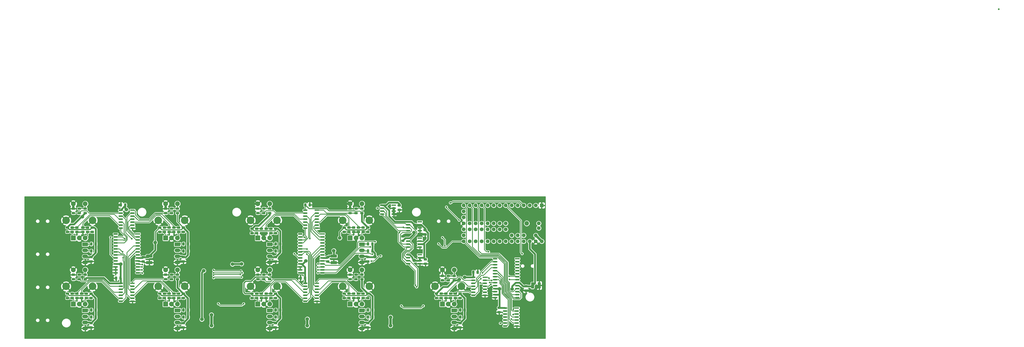
<source format=gbl>
G04 #@! TF.GenerationSoftware,KiCad,Pcbnew,(5.1.2)-1*
G04 #@! TF.CreationDate,2019-07-16T00:40:51+10:00*
G04 #@! TF.ProjectId,EncoderBoard,456e636f-6465-4724-926f-6172642e6b69,A*
G04 #@! TF.SameCoordinates,Original*
G04 #@! TF.FileFunction,Copper,L2,Bot*
G04 #@! TF.FilePolarity,Positive*
%FSLAX46Y46*%
G04 Gerber Fmt 4.6, Leading zero omitted, Abs format (unit mm)*
G04 Created by KiCad (PCBNEW (5.1.2)-1) date 2019-07-16 00:40:51*
%MOMM*%
%LPD*%
G04 APERTURE LIST*
%ADD10C,0.100000*%
%ADD11C,1.250000*%
%ADD12O,2.400000X1.500000*%
%ADD13R,2.400000X1.500000*%
%ADD14C,2.000000*%
%ADD15C,3.200000*%
%ADD16R,2.000000X2.000000*%
%ADD17C,1.600000*%
%ADD18C,1.900000*%
%ADD19R,1.600000X1.600000*%
%ADD20C,0.975000*%
%ADD21R,2.000000X0.600000*%
%ADD22O,2.000000X0.600000*%
%ADD23R,1.950000X0.600000*%
%ADD24O,1.950000X0.600000*%
%ADD25C,0.762000*%
%ADD26C,1.524000*%
%ADD27C,1.016000*%
%ADD28C,0.381000*%
%ADD29C,0.508000*%
%ADD30C,0.304800*%
%ADD31C,0.762000*%
%ADD32C,0.254000*%
G04 APERTURE END LIST*
D10*
G36*
X268334504Y-86776204D02*
G01*
X268358773Y-86779804D01*
X268382571Y-86785765D01*
X268405671Y-86794030D01*
X268427849Y-86804520D01*
X268448893Y-86817133D01*
X268468598Y-86831747D01*
X268486777Y-86848223D01*
X268503253Y-86866402D01*
X268517867Y-86886107D01*
X268530480Y-86907151D01*
X268540970Y-86929329D01*
X268549235Y-86952429D01*
X268555196Y-86976227D01*
X268558796Y-87000496D01*
X268560000Y-87025000D01*
X268560000Y-89175000D01*
X268558796Y-89199504D01*
X268555196Y-89223773D01*
X268549235Y-89247571D01*
X268540970Y-89270671D01*
X268530480Y-89292849D01*
X268517867Y-89313893D01*
X268503253Y-89333598D01*
X268486777Y-89351777D01*
X268468598Y-89368253D01*
X268448893Y-89382867D01*
X268427849Y-89395480D01*
X268405671Y-89405970D01*
X268382571Y-89414235D01*
X268358773Y-89420196D01*
X268334504Y-89423796D01*
X268310000Y-89425000D01*
X267560000Y-89425000D01*
X267535496Y-89423796D01*
X267511227Y-89420196D01*
X267487429Y-89414235D01*
X267464329Y-89405970D01*
X267442151Y-89395480D01*
X267421107Y-89382867D01*
X267401402Y-89368253D01*
X267383223Y-89351777D01*
X267366747Y-89333598D01*
X267352133Y-89313893D01*
X267339520Y-89292849D01*
X267329030Y-89270671D01*
X267320765Y-89247571D01*
X267314804Y-89223773D01*
X267311204Y-89199504D01*
X267310000Y-89175000D01*
X267310000Y-87025000D01*
X267311204Y-87000496D01*
X267314804Y-86976227D01*
X267320765Y-86952429D01*
X267329030Y-86929329D01*
X267339520Y-86907151D01*
X267352133Y-86886107D01*
X267366747Y-86866402D01*
X267383223Y-86848223D01*
X267401402Y-86831747D01*
X267421107Y-86817133D01*
X267442151Y-86804520D01*
X267464329Y-86794030D01*
X267487429Y-86785765D01*
X267511227Y-86779804D01*
X267535496Y-86776204D01*
X267560000Y-86775000D01*
X268310000Y-86775000D01*
X268334504Y-86776204D01*
X268334504Y-86776204D01*
G37*
D11*
X267935000Y-88100000D03*
D10*
G36*
X265534504Y-86776204D02*
G01*
X265558773Y-86779804D01*
X265582571Y-86785765D01*
X265605671Y-86794030D01*
X265627849Y-86804520D01*
X265648893Y-86817133D01*
X265668598Y-86831747D01*
X265686777Y-86848223D01*
X265703253Y-86866402D01*
X265717867Y-86886107D01*
X265730480Y-86907151D01*
X265740970Y-86929329D01*
X265749235Y-86952429D01*
X265755196Y-86976227D01*
X265758796Y-87000496D01*
X265760000Y-87025000D01*
X265760000Y-89175000D01*
X265758796Y-89199504D01*
X265755196Y-89223773D01*
X265749235Y-89247571D01*
X265740970Y-89270671D01*
X265730480Y-89292849D01*
X265717867Y-89313893D01*
X265703253Y-89333598D01*
X265686777Y-89351777D01*
X265668598Y-89368253D01*
X265648893Y-89382867D01*
X265627849Y-89395480D01*
X265605671Y-89405970D01*
X265582571Y-89414235D01*
X265558773Y-89420196D01*
X265534504Y-89423796D01*
X265510000Y-89425000D01*
X264760000Y-89425000D01*
X264735496Y-89423796D01*
X264711227Y-89420196D01*
X264687429Y-89414235D01*
X264664329Y-89405970D01*
X264642151Y-89395480D01*
X264621107Y-89382867D01*
X264601402Y-89368253D01*
X264583223Y-89351777D01*
X264566747Y-89333598D01*
X264552133Y-89313893D01*
X264539520Y-89292849D01*
X264529030Y-89270671D01*
X264520765Y-89247571D01*
X264514804Y-89223773D01*
X264511204Y-89199504D01*
X264510000Y-89175000D01*
X264510000Y-87025000D01*
X264511204Y-87000496D01*
X264514804Y-86976227D01*
X264520765Y-86952429D01*
X264529030Y-86929329D01*
X264539520Y-86907151D01*
X264552133Y-86886107D01*
X264566747Y-86866402D01*
X264583223Y-86848223D01*
X264601402Y-86831747D01*
X264621107Y-86817133D01*
X264642151Y-86804520D01*
X264664329Y-86794030D01*
X264687429Y-86785765D01*
X264711227Y-86779804D01*
X264735496Y-86776204D01*
X264760000Y-86775000D01*
X265510000Y-86775000D01*
X265534504Y-86776204D01*
X265534504Y-86776204D01*
G37*
D11*
X265135000Y-88100000D03*
D12*
X115000000Y-106310000D03*
X115000000Y-103770000D03*
X115000000Y-101230000D03*
D13*
X115000000Y-98690000D03*
D14*
X76000000Y-53500000D03*
X71000000Y-53500000D03*
D15*
X79100000Y-60500000D03*
X67900000Y-60500000D03*
D14*
X76000000Y-68000000D03*
X73500000Y-68000000D03*
D16*
X71000000Y-68000000D03*
D14*
X115000000Y-53500000D03*
X110000000Y-53500000D03*
D15*
X118100000Y-60500000D03*
X106900000Y-60500000D03*
D14*
X115000000Y-68000000D03*
X112500000Y-68000000D03*
D16*
X110000000Y-68000000D03*
D14*
X154000000Y-53500000D03*
X149000000Y-53500000D03*
D15*
X157100000Y-60500000D03*
X145900000Y-60500000D03*
D14*
X154000000Y-68000000D03*
X151500000Y-68000000D03*
D16*
X149000000Y-68000000D03*
D14*
X193000000Y-53500000D03*
X188000000Y-53500000D03*
D15*
X196100000Y-60500000D03*
X184900000Y-60500000D03*
D14*
X193000000Y-68000000D03*
X190500000Y-68000000D03*
D16*
X188000000Y-68000000D03*
D14*
X76000000Y-81500000D03*
X71000000Y-81500000D03*
D15*
X79100000Y-88500000D03*
X67900000Y-88500000D03*
D14*
X76000000Y-96000000D03*
X73500000Y-96000000D03*
D16*
X71000000Y-96000000D03*
D14*
X115000000Y-81500000D03*
X110000000Y-81500000D03*
D15*
X118100000Y-88500000D03*
X106900000Y-88500000D03*
D14*
X115000000Y-96000000D03*
X112500000Y-96000000D03*
D16*
X110000000Y-96000000D03*
D14*
X154000000Y-81500000D03*
X149000000Y-81500000D03*
D15*
X157100000Y-88500000D03*
X145900000Y-88500000D03*
D14*
X154000000Y-96000000D03*
X151500000Y-96000000D03*
D16*
X149000000Y-96000000D03*
D14*
X193000000Y-81500000D03*
X188000000Y-81500000D03*
D15*
X196100000Y-88500000D03*
X184900000Y-88500000D03*
D14*
X193000000Y-96000000D03*
X190500000Y-96000000D03*
D16*
X188000000Y-96000000D03*
D14*
X232000000Y-81500000D03*
X227000000Y-81500000D03*
D15*
X235100000Y-88500000D03*
X223900000Y-88500000D03*
D14*
X232000000Y-96000000D03*
X229500000Y-96000000D03*
D16*
X227000000Y-96000000D03*
D17*
X267730000Y-63827000D03*
X267730000Y-61795000D03*
D18*
X262650000Y-61795000D03*
D17*
X253760000Y-64335000D03*
X251220000Y-64335000D03*
X248680000Y-64335000D03*
X246140000Y-64335000D03*
X243600000Y-64335000D03*
X241060000Y-64335000D03*
X238520000Y-64335000D03*
X238520000Y-61795000D03*
X241060000Y-61795000D03*
X243600000Y-61795000D03*
X246140000Y-61795000D03*
X248680000Y-61795000D03*
X251220000Y-61795000D03*
X253760000Y-61795000D03*
D19*
X269000000Y-54175000D03*
D17*
X266460000Y-54175000D03*
X263920000Y-54175000D03*
X261380000Y-54175000D03*
X258840000Y-54175000D03*
X256300000Y-54175000D03*
X253760000Y-54175000D03*
X251220000Y-54175000D03*
X248680000Y-54175000D03*
X246140000Y-54175000D03*
X243600000Y-54175000D03*
X241060000Y-54175000D03*
X238520000Y-54175000D03*
X256300000Y-66875000D03*
X258840000Y-66875000D03*
X261380000Y-66875000D03*
X266460000Y-66875000D03*
X269000000Y-69415000D03*
X266460000Y-69415000D03*
X263920000Y-69415000D03*
X261380000Y-69415000D03*
X258840000Y-69415000D03*
X256300000Y-69415000D03*
X253760000Y-69415000D03*
X251220000Y-69415000D03*
X248680000Y-69415000D03*
X246140000Y-69415000D03*
X243600000Y-69415000D03*
X241060000Y-69415000D03*
X238520000Y-69415000D03*
X235980000Y-54175000D03*
X235980000Y-56715000D03*
X235980000Y-59255000D03*
X235980000Y-69415000D03*
X235980000Y-66875000D03*
X235980000Y-64335000D03*
X235980000Y-61795000D03*
D10*
G36*
X101015142Y-77486174D02*
G01*
X101038803Y-77489684D01*
X101062007Y-77495496D01*
X101084529Y-77503554D01*
X101106153Y-77513782D01*
X101126670Y-77526079D01*
X101145883Y-77540329D01*
X101163607Y-77556393D01*
X101179671Y-77574117D01*
X101193921Y-77593330D01*
X101206218Y-77613847D01*
X101216446Y-77635471D01*
X101224504Y-77657993D01*
X101230316Y-77681197D01*
X101233826Y-77704858D01*
X101235000Y-77728750D01*
X101235000Y-78216250D01*
X101233826Y-78240142D01*
X101230316Y-78263803D01*
X101224504Y-78287007D01*
X101216446Y-78309529D01*
X101206218Y-78331153D01*
X101193921Y-78351670D01*
X101179671Y-78370883D01*
X101163607Y-78388607D01*
X101145883Y-78404671D01*
X101126670Y-78418921D01*
X101106153Y-78431218D01*
X101084529Y-78441446D01*
X101062007Y-78449504D01*
X101038803Y-78455316D01*
X101015142Y-78458826D01*
X100991250Y-78460000D01*
X100078750Y-78460000D01*
X100054858Y-78458826D01*
X100031197Y-78455316D01*
X100007993Y-78449504D01*
X99985471Y-78441446D01*
X99963847Y-78431218D01*
X99943330Y-78418921D01*
X99924117Y-78404671D01*
X99906393Y-78388607D01*
X99890329Y-78370883D01*
X99876079Y-78351670D01*
X99863782Y-78331153D01*
X99853554Y-78309529D01*
X99845496Y-78287007D01*
X99839684Y-78263803D01*
X99836174Y-78240142D01*
X99835000Y-78216250D01*
X99835000Y-77728750D01*
X99836174Y-77704858D01*
X99839684Y-77681197D01*
X99845496Y-77657993D01*
X99853554Y-77635471D01*
X99863782Y-77613847D01*
X99876079Y-77593330D01*
X99890329Y-77574117D01*
X99906393Y-77556393D01*
X99924117Y-77540329D01*
X99943330Y-77526079D01*
X99963847Y-77513782D01*
X99985471Y-77503554D01*
X100007993Y-77495496D01*
X100031197Y-77489684D01*
X100054858Y-77486174D01*
X100078750Y-77485000D01*
X100991250Y-77485000D01*
X101015142Y-77486174D01*
X101015142Y-77486174D01*
G37*
D20*
X100535000Y-77972500D03*
D10*
G36*
X101015142Y-75611174D02*
G01*
X101038803Y-75614684D01*
X101062007Y-75620496D01*
X101084529Y-75628554D01*
X101106153Y-75638782D01*
X101126670Y-75651079D01*
X101145883Y-75665329D01*
X101163607Y-75681393D01*
X101179671Y-75699117D01*
X101193921Y-75718330D01*
X101206218Y-75738847D01*
X101216446Y-75760471D01*
X101224504Y-75782993D01*
X101230316Y-75806197D01*
X101233826Y-75829858D01*
X101235000Y-75853750D01*
X101235000Y-76341250D01*
X101233826Y-76365142D01*
X101230316Y-76388803D01*
X101224504Y-76412007D01*
X101216446Y-76434529D01*
X101206218Y-76456153D01*
X101193921Y-76476670D01*
X101179671Y-76495883D01*
X101163607Y-76513607D01*
X101145883Y-76529671D01*
X101126670Y-76543921D01*
X101106153Y-76556218D01*
X101084529Y-76566446D01*
X101062007Y-76574504D01*
X101038803Y-76580316D01*
X101015142Y-76583826D01*
X100991250Y-76585000D01*
X100078750Y-76585000D01*
X100054858Y-76583826D01*
X100031197Y-76580316D01*
X100007993Y-76574504D01*
X99985471Y-76566446D01*
X99963847Y-76556218D01*
X99943330Y-76543921D01*
X99924117Y-76529671D01*
X99906393Y-76513607D01*
X99890329Y-76495883D01*
X99876079Y-76476670D01*
X99863782Y-76456153D01*
X99853554Y-76434529D01*
X99845496Y-76412007D01*
X99839684Y-76388803D01*
X99836174Y-76365142D01*
X99835000Y-76341250D01*
X99835000Y-75853750D01*
X99836174Y-75829858D01*
X99839684Y-75806197D01*
X99845496Y-75782993D01*
X99853554Y-75760471D01*
X99863782Y-75738847D01*
X99876079Y-75718330D01*
X99890329Y-75699117D01*
X99906393Y-75681393D01*
X99924117Y-75665329D01*
X99943330Y-75651079D01*
X99963847Y-75638782D01*
X99985471Y-75628554D01*
X100007993Y-75620496D01*
X100031197Y-75614684D01*
X100054858Y-75611174D01*
X100078750Y-75610000D01*
X100991250Y-75610000D01*
X101015142Y-75611174D01*
X101015142Y-75611174D01*
G37*
D20*
X100535000Y-76097500D03*
D10*
G36*
X104174504Y-77811204D02*
G01*
X104198773Y-77814804D01*
X104222571Y-77820765D01*
X104245671Y-77829030D01*
X104267849Y-77839520D01*
X104288893Y-77852133D01*
X104308598Y-77866747D01*
X104326777Y-77883223D01*
X104343253Y-77901402D01*
X104357867Y-77921107D01*
X104370480Y-77942151D01*
X104380970Y-77964329D01*
X104389235Y-77987429D01*
X104395196Y-78011227D01*
X104398796Y-78035496D01*
X104400000Y-78060000D01*
X104400000Y-78810000D01*
X104398796Y-78834504D01*
X104395196Y-78858773D01*
X104389235Y-78882571D01*
X104380970Y-78905671D01*
X104370480Y-78927849D01*
X104357867Y-78948893D01*
X104343253Y-78968598D01*
X104326777Y-78986777D01*
X104308598Y-79003253D01*
X104288893Y-79017867D01*
X104267849Y-79030480D01*
X104245671Y-79040970D01*
X104222571Y-79049235D01*
X104198773Y-79055196D01*
X104174504Y-79058796D01*
X104150000Y-79060000D01*
X102000000Y-79060000D01*
X101975496Y-79058796D01*
X101951227Y-79055196D01*
X101927429Y-79049235D01*
X101904329Y-79040970D01*
X101882151Y-79030480D01*
X101861107Y-79017867D01*
X101841402Y-79003253D01*
X101823223Y-78986777D01*
X101806747Y-78968598D01*
X101792133Y-78948893D01*
X101779520Y-78927849D01*
X101769030Y-78905671D01*
X101760765Y-78882571D01*
X101754804Y-78858773D01*
X101751204Y-78834504D01*
X101750000Y-78810000D01*
X101750000Y-78060000D01*
X101751204Y-78035496D01*
X101754804Y-78011227D01*
X101760765Y-77987429D01*
X101769030Y-77964329D01*
X101779520Y-77942151D01*
X101792133Y-77921107D01*
X101806747Y-77901402D01*
X101823223Y-77883223D01*
X101841402Y-77866747D01*
X101861107Y-77852133D01*
X101882151Y-77839520D01*
X101904329Y-77829030D01*
X101927429Y-77820765D01*
X101951227Y-77814804D01*
X101975496Y-77811204D01*
X102000000Y-77810000D01*
X104150000Y-77810000D01*
X104174504Y-77811204D01*
X104174504Y-77811204D01*
G37*
D11*
X103075000Y-78435000D03*
D10*
G36*
X104174504Y-75011204D02*
G01*
X104198773Y-75014804D01*
X104222571Y-75020765D01*
X104245671Y-75029030D01*
X104267849Y-75039520D01*
X104288893Y-75052133D01*
X104308598Y-75066747D01*
X104326777Y-75083223D01*
X104343253Y-75101402D01*
X104357867Y-75121107D01*
X104370480Y-75142151D01*
X104380970Y-75164329D01*
X104389235Y-75187429D01*
X104395196Y-75211227D01*
X104398796Y-75235496D01*
X104400000Y-75260000D01*
X104400000Y-76010000D01*
X104398796Y-76034504D01*
X104395196Y-76058773D01*
X104389235Y-76082571D01*
X104380970Y-76105671D01*
X104370480Y-76127849D01*
X104357867Y-76148893D01*
X104343253Y-76168598D01*
X104326777Y-76186777D01*
X104308598Y-76203253D01*
X104288893Y-76217867D01*
X104267849Y-76230480D01*
X104245671Y-76240970D01*
X104222571Y-76249235D01*
X104198773Y-76255196D01*
X104174504Y-76258796D01*
X104150000Y-76260000D01*
X102000000Y-76260000D01*
X101975496Y-76258796D01*
X101951227Y-76255196D01*
X101927429Y-76249235D01*
X101904329Y-76240970D01*
X101882151Y-76230480D01*
X101861107Y-76217867D01*
X101841402Y-76203253D01*
X101823223Y-76186777D01*
X101806747Y-76168598D01*
X101792133Y-76148893D01*
X101779520Y-76127849D01*
X101769030Y-76105671D01*
X101760765Y-76082571D01*
X101754804Y-76058773D01*
X101751204Y-76034504D01*
X101750000Y-76010000D01*
X101750000Y-75260000D01*
X101751204Y-75235496D01*
X101754804Y-75211227D01*
X101760765Y-75187429D01*
X101769030Y-75164329D01*
X101779520Y-75142151D01*
X101792133Y-75121107D01*
X101806747Y-75101402D01*
X101823223Y-75083223D01*
X101841402Y-75066747D01*
X101861107Y-75052133D01*
X101882151Y-75039520D01*
X101904329Y-75029030D01*
X101927429Y-75020765D01*
X101951227Y-75014804D01*
X101975496Y-75011204D01*
X102000000Y-75010000D01*
X104150000Y-75010000D01*
X104174504Y-75011204D01*
X104174504Y-75011204D01*
G37*
D11*
X103075000Y-75635000D03*
D10*
G36*
X179045142Y-77486174D02*
G01*
X179068803Y-77489684D01*
X179092007Y-77495496D01*
X179114529Y-77503554D01*
X179136153Y-77513782D01*
X179156670Y-77526079D01*
X179175883Y-77540329D01*
X179193607Y-77556393D01*
X179209671Y-77574117D01*
X179223921Y-77593330D01*
X179236218Y-77613847D01*
X179246446Y-77635471D01*
X179254504Y-77657993D01*
X179260316Y-77681197D01*
X179263826Y-77704858D01*
X179265000Y-77728750D01*
X179265000Y-78216250D01*
X179263826Y-78240142D01*
X179260316Y-78263803D01*
X179254504Y-78287007D01*
X179246446Y-78309529D01*
X179236218Y-78331153D01*
X179223921Y-78351670D01*
X179209671Y-78370883D01*
X179193607Y-78388607D01*
X179175883Y-78404671D01*
X179156670Y-78418921D01*
X179136153Y-78431218D01*
X179114529Y-78441446D01*
X179092007Y-78449504D01*
X179068803Y-78455316D01*
X179045142Y-78458826D01*
X179021250Y-78460000D01*
X178108750Y-78460000D01*
X178084858Y-78458826D01*
X178061197Y-78455316D01*
X178037993Y-78449504D01*
X178015471Y-78441446D01*
X177993847Y-78431218D01*
X177973330Y-78418921D01*
X177954117Y-78404671D01*
X177936393Y-78388607D01*
X177920329Y-78370883D01*
X177906079Y-78351670D01*
X177893782Y-78331153D01*
X177883554Y-78309529D01*
X177875496Y-78287007D01*
X177869684Y-78263803D01*
X177866174Y-78240142D01*
X177865000Y-78216250D01*
X177865000Y-77728750D01*
X177866174Y-77704858D01*
X177869684Y-77681197D01*
X177875496Y-77657993D01*
X177883554Y-77635471D01*
X177893782Y-77613847D01*
X177906079Y-77593330D01*
X177920329Y-77574117D01*
X177936393Y-77556393D01*
X177954117Y-77540329D01*
X177973330Y-77526079D01*
X177993847Y-77513782D01*
X178015471Y-77503554D01*
X178037993Y-77495496D01*
X178061197Y-77489684D01*
X178084858Y-77486174D01*
X178108750Y-77485000D01*
X179021250Y-77485000D01*
X179045142Y-77486174D01*
X179045142Y-77486174D01*
G37*
D20*
X178565000Y-77972500D03*
D10*
G36*
X179045142Y-75611174D02*
G01*
X179068803Y-75614684D01*
X179092007Y-75620496D01*
X179114529Y-75628554D01*
X179136153Y-75638782D01*
X179156670Y-75651079D01*
X179175883Y-75665329D01*
X179193607Y-75681393D01*
X179209671Y-75699117D01*
X179223921Y-75718330D01*
X179236218Y-75738847D01*
X179246446Y-75760471D01*
X179254504Y-75782993D01*
X179260316Y-75806197D01*
X179263826Y-75829858D01*
X179265000Y-75853750D01*
X179265000Y-76341250D01*
X179263826Y-76365142D01*
X179260316Y-76388803D01*
X179254504Y-76412007D01*
X179246446Y-76434529D01*
X179236218Y-76456153D01*
X179223921Y-76476670D01*
X179209671Y-76495883D01*
X179193607Y-76513607D01*
X179175883Y-76529671D01*
X179156670Y-76543921D01*
X179136153Y-76556218D01*
X179114529Y-76566446D01*
X179092007Y-76574504D01*
X179068803Y-76580316D01*
X179045142Y-76583826D01*
X179021250Y-76585000D01*
X178108750Y-76585000D01*
X178084858Y-76583826D01*
X178061197Y-76580316D01*
X178037993Y-76574504D01*
X178015471Y-76566446D01*
X177993847Y-76556218D01*
X177973330Y-76543921D01*
X177954117Y-76529671D01*
X177936393Y-76513607D01*
X177920329Y-76495883D01*
X177906079Y-76476670D01*
X177893782Y-76456153D01*
X177883554Y-76434529D01*
X177875496Y-76412007D01*
X177869684Y-76388803D01*
X177866174Y-76365142D01*
X177865000Y-76341250D01*
X177865000Y-75853750D01*
X177866174Y-75829858D01*
X177869684Y-75806197D01*
X177875496Y-75782993D01*
X177883554Y-75760471D01*
X177893782Y-75738847D01*
X177906079Y-75718330D01*
X177920329Y-75699117D01*
X177936393Y-75681393D01*
X177954117Y-75665329D01*
X177973330Y-75651079D01*
X177993847Y-75638782D01*
X178015471Y-75628554D01*
X178037993Y-75620496D01*
X178061197Y-75614684D01*
X178084858Y-75611174D01*
X178108750Y-75610000D01*
X179021250Y-75610000D01*
X179045142Y-75611174D01*
X179045142Y-75611174D01*
G37*
D20*
X178565000Y-76097500D03*
D10*
G36*
X182204504Y-77811204D02*
G01*
X182228773Y-77814804D01*
X182252571Y-77820765D01*
X182275671Y-77829030D01*
X182297849Y-77839520D01*
X182318893Y-77852133D01*
X182338598Y-77866747D01*
X182356777Y-77883223D01*
X182373253Y-77901402D01*
X182387867Y-77921107D01*
X182400480Y-77942151D01*
X182410970Y-77964329D01*
X182419235Y-77987429D01*
X182425196Y-78011227D01*
X182428796Y-78035496D01*
X182430000Y-78060000D01*
X182430000Y-78810000D01*
X182428796Y-78834504D01*
X182425196Y-78858773D01*
X182419235Y-78882571D01*
X182410970Y-78905671D01*
X182400480Y-78927849D01*
X182387867Y-78948893D01*
X182373253Y-78968598D01*
X182356777Y-78986777D01*
X182338598Y-79003253D01*
X182318893Y-79017867D01*
X182297849Y-79030480D01*
X182275671Y-79040970D01*
X182252571Y-79049235D01*
X182228773Y-79055196D01*
X182204504Y-79058796D01*
X182180000Y-79060000D01*
X180030000Y-79060000D01*
X180005496Y-79058796D01*
X179981227Y-79055196D01*
X179957429Y-79049235D01*
X179934329Y-79040970D01*
X179912151Y-79030480D01*
X179891107Y-79017867D01*
X179871402Y-79003253D01*
X179853223Y-78986777D01*
X179836747Y-78968598D01*
X179822133Y-78948893D01*
X179809520Y-78927849D01*
X179799030Y-78905671D01*
X179790765Y-78882571D01*
X179784804Y-78858773D01*
X179781204Y-78834504D01*
X179780000Y-78810000D01*
X179780000Y-78060000D01*
X179781204Y-78035496D01*
X179784804Y-78011227D01*
X179790765Y-77987429D01*
X179799030Y-77964329D01*
X179809520Y-77942151D01*
X179822133Y-77921107D01*
X179836747Y-77901402D01*
X179853223Y-77883223D01*
X179871402Y-77866747D01*
X179891107Y-77852133D01*
X179912151Y-77839520D01*
X179934329Y-77829030D01*
X179957429Y-77820765D01*
X179981227Y-77814804D01*
X180005496Y-77811204D01*
X180030000Y-77810000D01*
X182180000Y-77810000D01*
X182204504Y-77811204D01*
X182204504Y-77811204D01*
G37*
D11*
X181105000Y-78435000D03*
D10*
G36*
X182204504Y-75011204D02*
G01*
X182228773Y-75014804D01*
X182252571Y-75020765D01*
X182275671Y-75029030D01*
X182297849Y-75039520D01*
X182318893Y-75052133D01*
X182338598Y-75066747D01*
X182356777Y-75083223D01*
X182373253Y-75101402D01*
X182387867Y-75121107D01*
X182400480Y-75142151D01*
X182410970Y-75164329D01*
X182419235Y-75187429D01*
X182425196Y-75211227D01*
X182428796Y-75235496D01*
X182430000Y-75260000D01*
X182430000Y-76010000D01*
X182428796Y-76034504D01*
X182425196Y-76058773D01*
X182419235Y-76082571D01*
X182410970Y-76105671D01*
X182400480Y-76127849D01*
X182387867Y-76148893D01*
X182373253Y-76168598D01*
X182356777Y-76186777D01*
X182338598Y-76203253D01*
X182318893Y-76217867D01*
X182297849Y-76230480D01*
X182275671Y-76240970D01*
X182252571Y-76249235D01*
X182228773Y-76255196D01*
X182204504Y-76258796D01*
X182180000Y-76260000D01*
X180030000Y-76260000D01*
X180005496Y-76258796D01*
X179981227Y-76255196D01*
X179957429Y-76249235D01*
X179934329Y-76240970D01*
X179912151Y-76230480D01*
X179891107Y-76217867D01*
X179871402Y-76203253D01*
X179853223Y-76186777D01*
X179836747Y-76168598D01*
X179822133Y-76148893D01*
X179809520Y-76127849D01*
X179799030Y-76105671D01*
X179790765Y-76082571D01*
X179784804Y-76058773D01*
X179781204Y-76034504D01*
X179780000Y-76010000D01*
X179780000Y-75260000D01*
X179781204Y-75235496D01*
X179784804Y-75211227D01*
X179790765Y-75187429D01*
X179799030Y-75164329D01*
X179809520Y-75142151D01*
X179822133Y-75121107D01*
X179836747Y-75101402D01*
X179853223Y-75083223D01*
X179871402Y-75066747D01*
X179891107Y-75052133D01*
X179912151Y-75039520D01*
X179934329Y-75029030D01*
X179957429Y-75020765D01*
X179981227Y-75014804D01*
X180005496Y-75011204D01*
X180030000Y-75010000D01*
X182180000Y-75010000D01*
X182204504Y-75011204D01*
X182204504Y-75011204D01*
G37*
D11*
X181105000Y-75635000D03*
D10*
G36*
X262824142Y-89821174D02*
G01*
X262847803Y-89824684D01*
X262871007Y-89830496D01*
X262893529Y-89838554D01*
X262915153Y-89848782D01*
X262935670Y-89861079D01*
X262954883Y-89875329D01*
X262972607Y-89891393D01*
X262988671Y-89909117D01*
X263002921Y-89928330D01*
X263015218Y-89948847D01*
X263025446Y-89970471D01*
X263033504Y-89992993D01*
X263039316Y-90016197D01*
X263042826Y-90039858D01*
X263044000Y-90063750D01*
X263044000Y-90551250D01*
X263042826Y-90575142D01*
X263039316Y-90598803D01*
X263033504Y-90622007D01*
X263025446Y-90644529D01*
X263015218Y-90666153D01*
X263002921Y-90686670D01*
X262988671Y-90705883D01*
X262972607Y-90723607D01*
X262954883Y-90739671D01*
X262935670Y-90753921D01*
X262915153Y-90766218D01*
X262893529Y-90776446D01*
X262871007Y-90784504D01*
X262847803Y-90790316D01*
X262824142Y-90793826D01*
X262800250Y-90795000D01*
X261887750Y-90795000D01*
X261863858Y-90793826D01*
X261840197Y-90790316D01*
X261816993Y-90784504D01*
X261794471Y-90776446D01*
X261772847Y-90766218D01*
X261752330Y-90753921D01*
X261733117Y-90739671D01*
X261715393Y-90723607D01*
X261699329Y-90705883D01*
X261685079Y-90686670D01*
X261672782Y-90666153D01*
X261662554Y-90644529D01*
X261654496Y-90622007D01*
X261648684Y-90598803D01*
X261645174Y-90575142D01*
X261644000Y-90551250D01*
X261644000Y-90063750D01*
X261645174Y-90039858D01*
X261648684Y-90016197D01*
X261654496Y-89992993D01*
X261662554Y-89970471D01*
X261672782Y-89948847D01*
X261685079Y-89928330D01*
X261699329Y-89909117D01*
X261715393Y-89891393D01*
X261733117Y-89875329D01*
X261752330Y-89861079D01*
X261772847Y-89848782D01*
X261794471Y-89838554D01*
X261816993Y-89830496D01*
X261840197Y-89824684D01*
X261863858Y-89821174D01*
X261887750Y-89820000D01*
X262800250Y-89820000D01*
X262824142Y-89821174D01*
X262824142Y-89821174D01*
G37*
D20*
X262344000Y-90307500D03*
D10*
G36*
X262824142Y-87946174D02*
G01*
X262847803Y-87949684D01*
X262871007Y-87955496D01*
X262893529Y-87963554D01*
X262915153Y-87973782D01*
X262935670Y-87986079D01*
X262954883Y-88000329D01*
X262972607Y-88016393D01*
X262988671Y-88034117D01*
X263002921Y-88053330D01*
X263015218Y-88073847D01*
X263025446Y-88095471D01*
X263033504Y-88117993D01*
X263039316Y-88141197D01*
X263042826Y-88164858D01*
X263044000Y-88188750D01*
X263044000Y-88676250D01*
X263042826Y-88700142D01*
X263039316Y-88723803D01*
X263033504Y-88747007D01*
X263025446Y-88769529D01*
X263015218Y-88791153D01*
X263002921Y-88811670D01*
X262988671Y-88830883D01*
X262972607Y-88848607D01*
X262954883Y-88864671D01*
X262935670Y-88878921D01*
X262915153Y-88891218D01*
X262893529Y-88901446D01*
X262871007Y-88909504D01*
X262847803Y-88915316D01*
X262824142Y-88918826D01*
X262800250Y-88920000D01*
X261887750Y-88920000D01*
X261863858Y-88918826D01*
X261840197Y-88915316D01*
X261816993Y-88909504D01*
X261794471Y-88901446D01*
X261772847Y-88891218D01*
X261752330Y-88878921D01*
X261733117Y-88864671D01*
X261715393Y-88848607D01*
X261699329Y-88830883D01*
X261685079Y-88811670D01*
X261672782Y-88791153D01*
X261662554Y-88769529D01*
X261654496Y-88747007D01*
X261648684Y-88723803D01*
X261645174Y-88700142D01*
X261644000Y-88676250D01*
X261644000Y-88188750D01*
X261645174Y-88164858D01*
X261648684Y-88141197D01*
X261654496Y-88117993D01*
X261662554Y-88095471D01*
X261672782Y-88073847D01*
X261685079Y-88053330D01*
X261699329Y-88034117D01*
X261715393Y-88016393D01*
X261733117Y-88000329D01*
X261752330Y-87986079D01*
X261772847Y-87973782D01*
X261794471Y-87963554D01*
X261816993Y-87955496D01*
X261840197Y-87949684D01*
X261863858Y-87946174D01*
X261887750Y-87945000D01*
X262800250Y-87945000D01*
X262824142Y-87946174D01*
X262824142Y-87946174D01*
G37*
D20*
X262344000Y-88432500D03*
D10*
G36*
X72980142Y-64951174D02*
G01*
X73003803Y-64954684D01*
X73027007Y-64960496D01*
X73049529Y-64968554D01*
X73071153Y-64978782D01*
X73091670Y-64991079D01*
X73110883Y-65005329D01*
X73128607Y-65021393D01*
X73144671Y-65039117D01*
X73158921Y-65058330D01*
X73171218Y-65078847D01*
X73181446Y-65100471D01*
X73189504Y-65122993D01*
X73195316Y-65146197D01*
X73198826Y-65169858D01*
X73200000Y-65193750D01*
X73200000Y-65681250D01*
X73198826Y-65705142D01*
X73195316Y-65728803D01*
X73189504Y-65752007D01*
X73181446Y-65774529D01*
X73171218Y-65796153D01*
X73158921Y-65816670D01*
X73144671Y-65835883D01*
X73128607Y-65853607D01*
X73110883Y-65869671D01*
X73091670Y-65883921D01*
X73071153Y-65896218D01*
X73049529Y-65906446D01*
X73027007Y-65914504D01*
X73003803Y-65920316D01*
X72980142Y-65923826D01*
X72956250Y-65925000D01*
X72043750Y-65925000D01*
X72019858Y-65923826D01*
X71996197Y-65920316D01*
X71972993Y-65914504D01*
X71950471Y-65906446D01*
X71928847Y-65896218D01*
X71908330Y-65883921D01*
X71889117Y-65869671D01*
X71871393Y-65853607D01*
X71855329Y-65835883D01*
X71841079Y-65816670D01*
X71828782Y-65796153D01*
X71818554Y-65774529D01*
X71810496Y-65752007D01*
X71804684Y-65728803D01*
X71801174Y-65705142D01*
X71800000Y-65681250D01*
X71800000Y-65193750D01*
X71801174Y-65169858D01*
X71804684Y-65146197D01*
X71810496Y-65122993D01*
X71818554Y-65100471D01*
X71828782Y-65078847D01*
X71841079Y-65058330D01*
X71855329Y-65039117D01*
X71871393Y-65021393D01*
X71889117Y-65005329D01*
X71908330Y-64991079D01*
X71928847Y-64978782D01*
X71950471Y-64968554D01*
X71972993Y-64960496D01*
X71996197Y-64954684D01*
X72019858Y-64951174D01*
X72043750Y-64950000D01*
X72956250Y-64950000D01*
X72980142Y-64951174D01*
X72980142Y-64951174D01*
G37*
D20*
X72500000Y-65437500D03*
D10*
G36*
X72980142Y-63076174D02*
G01*
X73003803Y-63079684D01*
X73027007Y-63085496D01*
X73049529Y-63093554D01*
X73071153Y-63103782D01*
X73091670Y-63116079D01*
X73110883Y-63130329D01*
X73128607Y-63146393D01*
X73144671Y-63164117D01*
X73158921Y-63183330D01*
X73171218Y-63203847D01*
X73181446Y-63225471D01*
X73189504Y-63247993D01*
X73195316Y-63271197D01*
X73198826Y-63294858D01*
X73200000Y-63318750D01*
X73200000Y-63806250D01*
X73198826Y-63830142D01*
X73195316Y-63853803D01*
X73189504Y-63877007D01*
X73181446Y-63899529D01*
X73171218Y-63921153D01*
X73158921Y-63941670D01*
X73144671Y-63960883D01*
X73128607Y-63978607D01*
X73110883Y-63994671D01*
X73091670Y-64008921D01*
X73071153Y-64021218D01*
X73049529Y-64031446D01*
X73027007Y-64039504D01*
X73003803Y-64045316D01*
X72980142Y-64048826D01*
X72956250Y-64050000D01*
X72043750Y-64050000D01*
X72019858Y-64048826D01*
X71996197Y-64045316D01*
X71972993Y-64039504D01*
X71950471Y-64031446D01*
X71928847Y-64021218D01*
X71908330Y-64008921D01*
X71889117Y-63994671D01*
X71871393Y-63978607D01*
X71855329Y-63960883D01*
X71841079Y-63941670D01*
X71828782Y-63921153D01*
X71818554Y-63899529D01*
X71810496Y-63877007D01*
X71804684Y-63853803D01*
X71801174Y-63830142D01*
X71800000Y-63806250D01*
X71800000Y-63318750D01*
X71801174Y-63294858D01*
X71804684Y-63271197D01*
X71810496Y-63247993D01*
X71818554Y-63225471D01*
X71828782Y-63203847D01*
X71841079Y-63183330D01*
X71855329Y-63164117D01*
X71871393Y-63146393D01*
X71889117Y-63130329D01*
X71908330Y-63116079D01*
X71928847Y-63103782D01*
X71950471Y-63093554D01*
X71972993Y-63085496D01*
X71996197Y-63079684D01*
X72019858Y-63076174D01*
X72043750Y-63075000D01*
X72956250Y-63075000D01*
X72980142Y-63076174D01*
X72980142Y-63076174D01*
G37*
D20*
X72500000Y-63562500D03*
D10*
G36*
X75480142Y-64951174D02*
G01*
X75503803Y-64954684D01*
X75527007Y-64960496D01*
X75549529Y-64968554D01*
X75571153Y-64978782D01*
X75591670Y-64991079D01*
X75610883Y-65005329D01*
X75628607Y-65021393D01*
X75644671Y-65039117D01*
X75658921Y-65058330D01*
X75671218Y-65078847D01*
X75681446Y-65100471D01*
X75689504Y-65122993D01*
X75695316Y-65146197D01*
X75698826Y-65169858D01*
X75700000Y-65193750D01*
X75700000Y-65681250D01*
X75698826Y-65705142D01*
X75695316Y-65728803D01*
X75689504Y-65752007D01*
X75681446Y-65774529D01*
X75671218Y-65796153D01*
X75658921Y-65816670D01*
X75644671Y-65835883D01*
X75628607Y-65853607D01*
X75610883Y-65869671D01*
X75591670Y-65883921D01*
X75571153Y-65896218D01*
X75549529Y-65906446D01*
X75527007Y-65914504D01*
X75503803Y-65920316D01*
X75480142Y-65923826D01*
X75456250Y-65925000D01*
X74543750Y-65925000D01*
X74519858Y-65923826D01*
X74496197Y-65920316D01*
X74472993Y-65914504D01*
X74450471Y-65906446D01*
X74428847Y-65896218D01*
X74408330Y-65883921D01*
X74389117Y-65869671D01*
X74371393Y-65853607D01*
X74355329Y-65835883D01*
X74341079Y-65816670D01*
X74328782Y-65796153D01*
X74318554Y-65774529D01*
X74310496Y-65752007D01*
X74304684Y-65728803D01*
X74301174Y-65705142D01*
X74300000Y-65681250D01*
X74300000Y-65193750D01*
X74301174Y-65169858D01*
X74304684Y-65146197D01*
X74310496Y-65122993D01*
X74318554Y-65100471D01*
X74328782Y-65078847D01*
X74341079Y-65058330D01*
X74355329Y-65039117D01*
X74371393Y-65021393D01*
X74389117Y-65005329D01*
X74408330Y-64991079D01*
X74428847Y-64978782D01*
X74450471Y-64968554D01*
X74472993Y-64960496D01*
X74496197Y-64954684D01*
X74519858Y-64951174D01*
X74543750Y-64950000D01*
X75456250Y-64950000D01*
X75480142Y-64951174D01*
X75480142Y-64951174D01*
G37*
D20*
X75000000Y-65437500D03*
D10*
G36*
X75480142Y-63076174D02*
G01*
X75503803Y-63079684D01*
X75527007Y-63085496D01*
X75549529Y-63093554D01*
X75571153Y-63103782D01*
X75591670Y-63116079D01*
X75610883Y-63130329D01*
X75628607Y-63146393D01*
X75644671Y-63164117D01*
X75658921Y-63183330D01*
X75671218Y-63203847D01*
X75681446Y-63225471D01*
X75689504Y-63247993D01*
X75695316Y-63271197D01*
X75698826Y-63294858D01*
X75700000Y-63318750D01*
X75700000Y-63806250D01*
X75698826Y-63830142D01*
X75695316Y-63853803D01*
X75689504Y-63877007D01*
X75681446Y-63899529D01*
X75671218Y-63921153D01*
X75658921Y-63941670D01*
X75644671Y-63960883D01*
X75628607Y-63978607D01*
X75610883Y-63994671D01*
X75591670Y-64008921D01*
X75571153Y-64021218D01*
X75549529Y-64031446D01*
X75527007Y-64039504D01*
X75503803Y-64045316D01*
X75480142Y-64048826D01*
X75456250Y-64050000D01*
X74543750Y-64050000D01*
X74519858Y-64048826D01*
X74496197Y-64045316D01*
X74472993Y-64039504D01*
X74450471Y-64031446D01*
X74428847Y-64021218D01*
X74408330Y-64008921D01*
X74389117Y-63994671D01*
X74371393Y-63978607D01*
X74355329Y-63960883D01*
X74341079Y-63941670D01*
X74328782Y-63921153D01*
X74318554Y-63899529D01*
X74310496Y-63877007D01*
X74304684Y-63853803D01*
X74301174Y-63830142D01*
X74300000Y-63806250D01*
X74300000Y-63318750D01*
X74301174Y-63294858D01*
X74304684Y-63271197D01*
X74310496Y-63247993D01*
X74318554Y-63225471D01*
X74328782Y-63203847D01*
X74341079Y-63183330D01*
X74355329Y-63164117D01*
X74371393Y-63146393D01*
X74389117Y-63130329D01*
X74408330Y-63116079D01*
X74428847Y-63103782D01*
X74450471Y-63093554D01*
X74472993Y-63085496D01*
X74496197Y-63079684D01*
X74519858Y-63076174D01*
X74543750Y-63075000D01*
X75456250Y-63075000D01*
X75480142Y-63076174D01*
X75480142Y-63076174D01*
G37*
D20*
X75000000Y-63562500D03*
D10*
G36*
X78830142Y-72801174D02*
G01*
X78853803Y-72804684D01*
X78877007Y-72810496D01*
X78899529Y-72818554D01*
X78921153Y-72828782D01*
X78941670Y-72841079D01*
X78960883Y-72855329D01*
X78978607Y-72871393D01*
X78994671Y-72889117D01*
X79008921Y-72908330D01*
X79021218Y-72928847D01*
X79031446Y-72950471D01*
X79039504Y-72972993D01*
X79045316Y-72996197D01*
X79048826Y-73019858D01*
X79050000Y-73043750D01*
X79050000Y-73956250D01*
X79048826Y-73980142D01*
X79045316Y-74003803D01*
X79039504Y-74027007D01*
X79031446Y-74049529D01*
X79021218Y-74071153D01*
X79008921Y-74091670D01*
X78994671Y-74110883D01*
X78978607Y-74128607D01*
X78960883Y-74144671D01*
X78941670Y-74158921D01*
X78921153Y-74171218D01*
X78899529Y-74181446D01*
X78877007Y-74189504D01*
X78853803Y-74195316D01*
X78830142Y-74198826D01*
X78806250Y-74200000D01*
X78318750Y-74200000D01*
X78294858Y-74198826D01*
X78271197Y-74195316D01*
X78247993Y-74189504D01*
X78225471Y-74181446D01*
X78203847Y-74171218D01*
X78183330Y-74158921D01*
X78164117Y-74144671D01*
X78146393Y-74128607D01*
X78130329Y-74110883D01*
X78116079Y-74091670D01*
X78103782Y-74071153D01*
X78093554Y-74049529D01*
X78085496Y-74027007D01*
X78079684Y-74003803D01*
X78076174Y-73980142D01*
X78075000Y-73956250D01*
X78075000Y-73043750D01*
X78076174Y-73019858D01*
X78079684Y-72996197D01*
X78085496Y-72972993D01*
X78093554Y-72950471D01*
X78103782Y-72928847D01*
X78116079Y-72908330D01*
X78130329Y-72889117D01*
X78146393Y-72871393D01*
X78164117Y-72855329D01*
X78183330Y-72841079D01*
X78203847Y-72828782D01*
X78225471Y-72818554D01*
X78247993Y-72810496D01*
X78271197Y-72804684D01*
X78294858Y-72801174D01*
X78318750Y-72800000D01*
X78806250Y-72800000D01*
X78830142Y-72801174D01*
X78830142Y-72801174D01*
G37*
D20*
X78562500Y-73500000D03*
D10*
G36*
X80705142Y-72801174D02*
G01*
X80728803Y-72804684D01*
X80752007Y-72810496D01*
X80774529Y-72818554D01*
X80796153Y-72828782D01*
X80816670Y-72841079D01*
X80835883Y-72855329D01*
X80853607Y-72871393D01*
X80869671Y-72889117D01*
X80883921Y-72908330D01*
X80896218Y-72928847D01*
X80906446Y-72950471D01*
X80914504Y-72972993D01*
X80920316Y-72996197D01*
X80923826Y-73019858D01*
X80925000Y-73043750D01*
X80925000Y-73956250D01*
X80923826Y-73980142D01*
X80920316Y-74003803D01*
X80914504Y-74027007D01*
X80906446Y-74049529D01*
X80896218Y-74071153D01*
X80883921Y-74091670D01*
X80869671Y-74110883D01*
X80853607Y-74128607D01*
X80835883Y-74144671D01*
X80816670Y-74158921D01*
X80796153Y-74171218D01*
X80774529Y-74181446D01*
X80752007Y-74189504D01*
X80728803Y-74195316D01*
X80705142Y-74198826D01*
X80681250Y-74200000D01*
X80193750Y-74200000D01*
X80169858Y-74198826D01*
X80146197Y-74195316D01*
X80122993Y-74189504D01*
X80100471Y-74181446D01*
X80078847Y-74171218D01*
X80058330Y-74158921D01*
X80039117Y-74144671D01*
X80021393Y-74128607D01*
X80005329Y-74110883D01*
X79991079Y-74091670D01*
X79978782Y-74071153D01*
X79968554Y-74049529D01*
X79960496Y-74027007D01*
X79954684Y-74003803D01*
X79951174Y-73980142D01*
X79950000Y-73956250D01*
X79950000Y-73043750D01*
X79951174Y-73019858D01*
X79954684Y-72996197D01*
X79960496Y-72972993D01*
X79968554Y-72950471D01*
X79978782Y-72928847D01*
X79991079Y-72908330D01*
X80005329Y-72889117D01*
X80021393Y-72871393D01*
X80039117Y-72855329D01*
X80058330Y-72841079D01*
X80078847Y-72828782D01*
X80100471Y-72818554D01*
X80122993Y-72810496D01*
X80146197Y-72804684D01*
X80169858Y-72801174D01*
X80193750Y-72800000D01*
X80681250Y-72800000D01*
X80705142Y-72801174D01*
X80705142Y-72801174D01*
G37*
D20*
X80437500Y-73500000D03*
D10*
G36*
X78830142Y-69801174D02*
G01*
X78853803Y-69804684D01*
X78877007Y-69810496D01*
X78899529Y-69818554D01*
X78921153Y-69828782D01*
X78941670Y-69841079D01*
X78960883Y-69855329D01*
X78978607Y-69871393D01*
X78994671Y-69889117D01*
X79008921Y-69908330D01*
X79021218Y-69928847D01*
X79031446Y-69950471D01*
X79039504Y-69972993D01*
X79045316Y-69996197D01*
X79048826Y-70019858D01*
X79050000Y-70043750D01*
X79050000Y-70956250D01*
X79048826Y-70980142D01*
X79045316Y-71003803D01*
X79039504Y-71027007D01*
X79031446Y-71049529D01*
X79021218Y-71071153D01*
X79008921Y-71091670D01*
X78994671Y-71110883D01*
X78978607Y-71128607D01*
X78960883Y-71144671D01*
X78941670Y-71158921D01*
X78921153Y-71171218D01*
X78899529Y-71181446D01*
X78877007Y-71189504D01*
X78853803Y-71195316D01*
X78830142Y-71198826D01*
X78806250Y-71200000D01*
X78318750Y-71200000D01*
X78294858Y-71198826D01*
X78271197Y-71195316D01*
X78247993Y-71189504D01*
X78225471Y-71181446D01*
X78203847Y-71171218D01*
X78183330Y-71158921D01*
X78164117Y-71144671D01*
X78146393Y-71128607D01*
X78130329Y-71110883D01*
X78116079Y-71091670D01*
X78103782Y-71071153D01*
X78093554Y-71049529D01*
X78085496Y-71027007D01*
X78079684Y-71003803D01*
X78076174Y-70980142D01*
X78075000Y-70956250D01*
X78075000Y-70043750D01*
X78076174Y-70019858D01*
X78079684Y-69996197D01*
X78085496Y-69972993D01*
X78093554Y-69950471D01*
X78103782Y-69928847D01*
X78116079Y-69908330D01*
X78130329Y-69889117D01*
X78146393Y-69871393D01*
X78164117Y-69855329D01*
X78183330Y-69841079D01*
X78203847Y-69828782D01*
X78225471Y-69818554D01*
X78247993Y-69810496D01*
X78271197Y-69804684D01*
X78294858Y-69801174D01*
X78318750Y-69800000D01*
X78806250Y-69800000D01*
X78830142Y-69801174D01*
X78830142Y-69801174D01*
G37*
D20*
X78562500Y-70500000D03*
D10*
G36*
X80705142Y-69801174D02*
G01*
X80728803Y-69804684D01*
X80752007Y-69810496D01*
X80774529Y-69818554D01*
X80796153Y-69828782D01*
X80816670Y-69841079D01*
X80835883Y-69855329D01*
X80853607Y-69871393D01*
X80869671Y-69889117D01*
X80883921Y-69908330D01*
X80896218Y-69928847D01*
X80906446Y-69950471D01*
X80914504Y-69972993D01*
X80920316Y-69996197D01*
X80923826Y-70019858D01*
X80925000Y-70043750D01*
X80925000Y-70956250D01*
X80923826Y-70980142D01*
X80920316Y-71003803D01*
X80914504Y-71027007D01*
X80906446Y-71049529D01*
X80896218Y-71071153D01*
X80883921Y-71091670D01*
X80869671Y-71110883D01*
X80853607Y-71128607D01*
X80835883Y-71144671D01*
X80816670Y-71158921D01*
X80796153Y-71171218D01*
X80774529Y-71181446D01*
X80752007Y-71189504D01*
X80728803Y-71195316D01*
X80705142Y-71198826D01*
X80681250Y-71200000D01*
X80193750Y-71200000D01*
X80169858Y-71198826D01*
X80146197Y-71195316D01*
X80122993Y-71189504D01*
X80100471Y-71181446D01*
X80078847Y-71171218D01*
X80058330Y-71158921D01*
X80039117Y-71144671D01*
X80021393Y-71128607D01*
X80005329Y-71110883D01*
X79991079Y-71091670D01*
X79978782Y-71071153D01*
X79968554Y-71049529D01*
X79960496Y-71027007D01*
X79954684Y-71003803D01*
X79951174Y-70980142D01*
X79950000Y-70956250D01*
X79950000Y-70043750D01*
X79951174Y-70019858D01*
X79954684Y-69996197D01*
X79960496Y-69972993D01*
X79968554Y-69950471D01*
X79978782Y-69928847D01*
X79991079Y-69908330D01*
X80005329Y-69889117D01*
X80021393Y-69871393D01*
X80039117Y-69855329D01*
X80058330Y-69841079D01*
X80078847Y-69828782D01*
X80100471Y-69818554D01*
X80122993Y-69810496D01*
X80146197Y-69804684D01*
X80169858Y-69801174D01*
X80193750Y-69800000D01*
X80681250Y-69800000D01*
X80705142Y-69801174D01*
X80705142Y-69801174D01*
G37*
D20*
X80437500Y-70500000D03*
D10*
G36*
X117830142Y-72801174D02*
G01*
X117853803Y-72804684D01*
X117877007Y-72810496D01*
X117899529Y-72818554D01*
X117921153Y-72828782D01*
X117941670Y-72841079D01*
X117960883Y-72855329D01*
X117978607Y-72871393D01*
X117994671Y-72889117D01*
X118008921Y-72908330D01*
X118021218Y-72928847D01*
X118031446Y-72950471D01*
X118039504Y-72972993D01*
X118045316Y-72996197D01*
X118048826Y-73019858D01*
X118050000Y-73043750D01*
X118050000Y-73956250D01*
X118048826Y-73980142D01*
X118045316Y-74003803D01*
X118039504Y-74027007D01*
X118031446Y-74049529D01*
X118021218Y-74071153D01*
X118008921Y-74091670D01*
X117994671Y-74110883D01*
X117978607Y-74128607D01*
X117960883Y-74144671D01*
X117941670Y-74158921D01*
X117921153Y-74171218D01*
X117899529Y-74181446D01*
X117877007Y-74189504D01*
X117853803Y-74195316D01*
X117830142Y-74198826D01*
X117806250Y-74200000D01*
X117318750Y-74200000D01*
X117294858Y-74198826D01*
X117271197Y-74195316D01*
X117247993Y-74189504D01*
X117225471Y-74181446D01*
X117203847Y-74171218D01*
X117183330Y-74158921D01*
X117164117Y-74144671D01*
X117146393Y-74128607D01*
X117130329Y-74110883D01*
X117116079Y-74091670D01*
X117103782Y-74071153D01*
X117093554Y-74049529D01*
X117085496Y-74027007D01*
X117079684Y-74003803D01*
X117076174Y-73980142D01*
X117075000Y-73956250D01*
X117075000Y-73043750D01*
X117076174Y-73019858D01*
X117079684Y-72996197D01*
X117085496Y-72972993D01*
X117093554Y-72950471D01*
X117103782Y-72928847D01*
X117116079Y-72908330D01*
X117130329Y-72889117D01*
X117146393Y-72871393D01*
X117164117Y-72855329D01*
X117183330Y-72841079D01*
X117203847Y-72828782D01*
X117225471Y-72818554D01*
X117247993Y-72810496D01*
X117271197Y-72804684D01*
X117294858Y-72801174D01*
X117318750Y-72800000D01*
X117806250Y-72800000D01*
X117830142Y-72801174D01*
X117830142Y-72801174D01*
G37*
D20*
X117562500Y-73500000D03*
D10*
G36*
X119705142Y-72801174D02*
G01*
X119728803Y-72804684D01*
X119752007Y-72810496D01*
X119774529Y-72818554D01*
X119796153Y-72828782D01*
X119816670Y-72841079D01*
X119835883Y-72855329D01*
X119853607Y-72871393D01*
X119869671Y-72889117D01*
X119883921Y-72908330D01*
X119896218Y-72928847D01*
X119906446Y-72950471D01*
X119914504Y-72972993D01*
X119920316Y-72996197D01*
X119923826Y-73019858D01*
X119925000Y-73043750D01*
X119925000Y-73956250D01*
X119923826Y-73980142D01*
X119920316Y-74003803D01*
X119914504Y-74027007D01*
X119906446Y-74049529D01*
X119896218Y-74071153D01*
X119883921Y-74091670D01*
X119869671Y-74110883D01*
X119853607Y-74128607D01*
X119835883Y-74144671D01*
X119816670Y-74158921D01*
X119796153Y-74171218D01*
X119774529Y-74181446D01*
X119752007Y-74189504D01*
X119728803Y-74195316D01*
X119705142Y-74198826D01*
X119681250Y-74200000D01*
X119193750Y-74200000D01*
X119169858Y-74198826D01*
X119146197Y-74195316D01*
X119122993Y-74189504D01*
X119100471Y-74181446D01*
X119078847Y-74171218D01*
X119058330Y-74158921D01*
X119039117Y-74144671D01*
X119021393Y-74128607D01*
X119005329Y-74110883D01*
X118991079Y-74091670D01*
X118978782Y-74071153D01*
X118968554Y-74049529D01*
X118960496Y-74027007D01*
X118954684Y-74003803D01*
X118951174Y-73980142D01*
X118950000Y-73956250D01*
X118950000Y-73043750D01*
X118951174Y-73019858D01*
X118954684Y-72996197D01*
X118960496Y-72972993D01*
X118968554Y-72950471D01*
X118978782Y-72928847D01*
X118991079Y-72908330D01*
X119005329Y-72889117D01*
X119021393Y-72871393D01*
X119039117Y-72855329D01*
X119058330Y-72841079D01*
X119078847Y-72828782D01*
X119100471Y-72818554D01*
X119122993Y-72810496D01*
X119146197Y-72804684D01*
X119169858Y-72801174D01*
X119193750Y-72800000D01*
X119681250Y-72800000D01*
X119705142Y-72801174D01*
X119705142Y-72801174D01*
G37*
D20*
X119437500Y-73500000D03*
D10*
G36*
X117830142Y-69801174D02*
G01*
X117853803Y-69804684D01*
X117877007Y-69810496D01*
X117899529Y-69818554D01*
X117921153Y-69828782D01*
X117941670Y-69841079D01*
X117960883Y-69855329D01*
X117978607Y-69871393D01*
X117994671Y-69889117D01*
X118008921Y-69908330D01*
X118021218Y-69928847D01*
X118031446Y-69950471D01*
X118039504Y-69972993D01*
X118045316Y-69996197D01*
X118048826Y-70019858D01*
X118050000Y-70043750D01*
X118050000Y-70956250D01*
X118048826Y-70980142D01*
X118045316Y-71003803D01*
X118039504Y-71027007D01*
X118031446Y-71049529D01*
X118021218Y-71071153D01*
X118008921Y-71091670D01*
X117994671Y-71110883D01*
X117978607Y-71128607D01*
X117960883Y-71144671D01*
X117941670Y-71158921D01*
X117921153Y-71171218D01*
X117899529Y-71181446D01*
X117877007Y-71189504D01*
X117853803Y-71195316D01*
X117830142Y-71198826D01*
X117806250Y-71200000D01*
X117318750Y-71200000D01*
X117294858Y-71198826D01*
X117271197Y-71195316D01*
X117247993Y-71189504D01*
X117225471Y-71181446D01*
X117203847Y-71171218D01*
X117183330Y-71158921D01*
X117164117Y-71144671D01*
X117146393Y-71128607D01*
X117130329Y-71110883D01*
X117116079Y-71091670D01*
X117103782Y-71071153D01*
X117093554Y-71049529D01*
X117085496Y-71027007D01*
X117079684Y-71003803D01*
X117076174Y-70980142D01*
X117075000Y-70956250D01*
X117075000Y-70043750D01*
X117076174Y-70019858D01*
X117079684Y-69996197D01*
X117085496Y-69972993D01*
X117093554Y-69950471D01*
X117103782Y-69928847D01*
X117116079Y-69908330D01*
X117130329Y-69889117D01*
X117146393Y-69871393D01*
X117164117Y-69855329D01*
X117183330Y-69841079D01*
X117203847Y-69828782D01*
X117225471Y-69818554D01*
X117247993Y-69810496D01*
X117271197Y-69804684D01*
X117294858Y-69801174D01*
X117318750Y-69800000D01*
X117806250Y-69800000D01*
X117830142Y-69801174D01*
X117830142Y-69801174D01*
G37*
D20*
X117562500Y-70500000D03*
D10*
G36*
X119705142Y-69801174D02*
G01*
X119728803Y-69804684D01*
X119752007Y-69810496D01*
X119774529Y-69818554D01*
X119796153Y-69828782D01*
X119816670Y-69841079D01*
X119835883Y-69855329D01*
X119853607Y-69871393D01*
X119869671Y-69889117D01*
X119883921Y-69908330D01*
X119896218Y-69928847D01*
X119906446Y-69950471D01*
X119914504Y-69972993D01*
X119920316Y-69996197D01*
X119923826Y-70019858D01*
X119925000Y-70043750D01*
X119925000Y-70956250D01*
X119923826Y-70980142D01*
X119920316Y-71003803D01*
X119914504Y-71027007D01*
X119906446Y-71049529D01*
X119896218Y-71071153D01*
X119883921Y-71091670D01*
X119869671Y-71110883D01*
X119853607Y-71128607D01*
X119835883Y-71144671D01*
X119816670Y-71158921D01*
X119796153Y-71171218D01*
X119774529Y-71181446D01*
X119752007Y-71189504D01*
X119728803Y-71195316D01*
X119705142Y-71198826D01*
X119681250Y-71200000D01*
X119193750Y-71200000D01*
X119169858Y-71198826D01*
X119146197Y-71195316D01*
X119122993Y-71189504D01*
X119100471Y-71181446D01*
X119078847Y-71171218D01*
X119058330Y-71158921D01*
X119039117Y-71144671D01*
X119021393Y-71128607D01*
X119005329Y-71110883D01*
X118991079Y-71091670D01*
X118978782Y-71071153D01*
X118968554Y-71049529D01*
X118960496Y-71027007D01*
X118954684Y-71003803D01*
X118951174Y-70980142D01*
X118950000Y-70956250D01*
X118950000Y-70043750D01*
X118951174Y-70019858D01*
X118954684Y-69996197D01*
X118960496Y-69972993D01*
X118968554Y-69950471D01*
X118978782Y-69928847D01*
X118991079Y-69908330D01*
X119005329Y-69889117D01*
X119021393Y-69871393D01*
X119039117Y-69855329D01*
X119058330Y-69841079D01*
X119078847Y-69828782D01*
X119100471Y-69818554D01*
X119122993Y-69810496D01*
X119146197Y-69804684D01*
X119169858Y-69801174D01*
X119193750Y-69800000D01*
X119681250Y-69800000D01*
X119705142Y-69801174D01*
X119705142Y-69801174D01*
G37*
D20*
X119437500Y-70500000D03*
D10*
G36*
X156830142Y-72801174D02*
G01*
X156853803Y-72804684D01*
X156877007Y-72810496D01*
X156899529Y-72818554D01*
X156921153Y-72828782D01*
X156941670Y-72841079D01*
X156960883Y-72855329D01*
X156978607Y-72871393D01*
X156994671Y-72889117D01*
X157008921Y-72908330D01*
X157021218Y-72928847D01*
X157031446Y-72950471D01*
X157039504Y-72972993D01*
X157045316Y-72996197D01*
X157048826Y-73019858D01*
X157050000Y-73043750D01*
X157050000Y-73956250D01*
X157048826Y-73980142D01*
X157045316Y-74003803D01*
X157039504Y-74027007D01*
X157031446Y-74049529D01*
X157021218Y-74071153D01*
X157008921Y-74091670D01*
X156994671Y-74110883D01*
X156978607Y-74128607D01*
X156960883Y-74144671D01*
X156941670Y-74158921D01*
X156921153Y-74171218D01*
X156899529Y-74181446D01*
X156877007Y-74189504D01*
X156853803Y-74195316D01*
X156830142Y-74198826D01*
X156806250Y-74200000D01*
X156318750Y-74200000D01*
X156294858Y-74198826D01*
X156271197Y-74195316D01*
X156247993Y-74189504D01*
X156225471Y-74181446D01*
X156203847Y-74171218D01*
X156183330Y-74158921D01*
X156164117Y-74144671D01*
X156146393Y-74128607D01*
X156130329Y-74110883D01*
X156116079Y-74091670D01*
X156103782Y-74071153D01*
X156093554Y-74049529D01*
X156085496Y-74027007D01*
X156079684Y-74003803D01*
X156076174Y-73980142D01*
X156075000Y-73956250D01*
X156075000Y-73043750D01*
X156076174Y-73019858D01*
X156079684Y-72996197D01*
X156085496Y-72972993D01*
X156093554Y-72950471D01*
X156103782Y-72928847D01*
X156116079Y-72908330D01*
X156130329Y-72889117D01*
X156146393Y-72871393D01*
X156164117Y-72855329D01*
X156183330Y-72841079D01*
X156203847Y-72828782D01*
X156225471Y-72818554D01*
X156247993Y-72810496D01*
X156271197Y-72804684D01*
X156294858Y-72801174D01*
X156318750Y-72800000D01*
X156806250Y-72800000D01*
X156830142Y-72801174D01*
X156830142Y-72801174D01*
G37*
D20*
X156562500Y-73500000D03*
D10*
G36*
X158705142Y-72801174D02*
G01*
X158728803Y-72804684D01*
X158752007Y-72810496D01*
X158774529Y-72818554D01*
X158796153Y-72828782D01*
X158816670Y-72841079D01*
X158835883Y-72855329D01*
X158853607Y-72871393D01*
X158869671Y-72889117D01*
X158883921Y-72908330D01*
X158896218Y-72928847D01*
X158906446Y-72950471D01*
X158914504Y-72972993D01*
X158920316Y-72996197D01*
X158923826Y-73019858D01*
X158925000Y-73043750D01*
X158925000Y-73956250D01*
X158923826Y-73980142D01*
X158920316Y-74003803D01*
X158914504Y-74027007D01*
X158906446Y-74049529D01*
X158896218Y-74071153D01*
X158883921Y-74091670D01*
X158869671Y-74110883D01*
X158853607Y-74128607D01*
X158835883Y-74144671D01*
X158816670Y-74158921D01*
X158796153Y-74171218D01*
X158774529Y-74181446D01*
X158752007Y-74189504D01*
X158728803Y-74195316D01*
X158705142Y-74198826D01*
X158681250Y-74200000D01*
X158193750Y-74200000D01*
X158169858Y-74198826D01*
X158146197Y-74195316D01*
X158122993Y-74189504D01*
X158100471Y-74181446D01*
X158078847Y-74171218D01*
X158058330Y-74158921D01*
X158039117Y-74144671D01*
X158021393Y-74128607D01*
X158005329Y-74110883D01*
X157991079Y-74091670D01*
X157978782Y-74071153D01*
X157968554Y-74049529D01*
X157960496Y-74027007D01*
X157954684Y-74003803D01*
X157951174Y-73980142D01*
X157950000Y-73956250D01*
X157950000Y-73043750D01*
X157951174Y-73019858D01*
X157954684Y-72996197D01*
X157960496Y-72972993D01*
X157968554Y-72950471D01*
X157978782Y-72928847D01*
X157991079Y-72908330D01*
X158005329Y-72889117D01*
X158021393Y-72871393D01*
X158039117Y-72855329D01*
X158058330Y-72841079D01*
X158078847Y-72828782D01*
X158100471Y-72818554D01*
X158122993Y-72810496D01*
X158146197Y-72804684D01*
X158169858Y-72801174D01*
X158193750Y-72800000D01*
X158681250Y-72800000D01*
X158705142Y-72801174D01*
X158705142Y-72801174D01*
G37*
D20*
X158437500Y-73500000D03*
D10*
G36*
X156830142Y-69801174D02*
G01*
X156853803Y-69804684D01*
X156877007Y-69810496D01*
X156899529Y-69818554D01*
X156921153Y-69828782D01*
X156941670Y-69841079D01*
X156960883Y-69855329D01*
X156978607Y-69871393D01*
X156994671Y-69889117D01*
X157008921Y-69908330D01*
X157021218Y-69928847D01*
X157031446Y-69950471D01*
X157039504Y-69972993D01*
X157045316Y-69996197D01*
X157048826Y-70019858D01*
X157050000Y-70043750D01*
X157050000Y-70956250D01*
X157048826Y-70980142D01*
X157045316Y-71003803D01*
X157039504Y-71027007D01*
X157031446Y-71049529D01*
X157021218Y-71071153D01*
X157008921Y-71091670D01*
X156994671Y-71110883D01*
X156978607Y-71128607D01*
X156960883Y-71144671D01*
X156941670Y-71158921D01*
X156921153Y-71171218D01*
X156899529Y-71181446D01*
X156877007Y-71189504D01*
X156853803Y-71195316D01*
X156830142Y-71198826D01*
X156806250Y-71200000D01*
X156318750Y-71200000D01*
X156294858Y-71198826D01*
X156271197Y-71195316D01*
X156247993Y-71189504D01*
X156225471Y-71181446D01*
X156203847Y-71171218D01*
X156183330Y-71158921D01*
X156164117Y-71144671D01*
X156146393Y-71128607D01*
X156130329Y-71110883D01*
X156116079Y-71091670D01*
X156103782Y-71071153D01*
X156093554Y-71049529D01*
X156085496Y-71027007D01*
X156079684Y-71003803D01*
X156076174Y-70980142D01*
X156075000Y-70956250D01*
X156075000Y-70043750D01*
X156076174Y-70019858D01*
X156079684Y-69996197D01*
X156085496Y-69972993D01*
X156093554Y-69950471D01*
X156103782Y-69928847D01*
X156116079Y-69908330D01*
X156130329Y-69889117D01*
X156146393Y-69871393D01*
X156164117Y-69855329D01*
X156183330Y-69841079D01*
X156203847Y-69828782D01*
X156225471Y-69818554D01*
X156247993Y-69810496D01*
X156271197Y-69804684D01*
X156294858Y-69801174D01*
X156318750Y-69800000D01*
X156806250Y-69800000D01*
X156830142Y-69801174D01*
X156830142Y-69801174D01*
G37*
D20*
X156562500Y-70500000D03*
D10*
G36*
X158705142Y-69801174D02*
G01*
X158728803Y-69804684D01*
X158752007Y-69810496D01*
X158774529Y-69818554D01*
X158796153Y-69828782D01*
X158816670Y-69841079D01*
X158835883Y-69855329D01*
X158853607Y-69871393D01*
X158869671Y-69889117D01*
X158883921Y-69908330D01*
X158896218Y-69928847D01*
X158906446Y-69950471D01*
X158914504Y-69972993D01*
X158920316Y-69996197D01*
X158923826Y-70019858D01*
X158925000Y-70043750D01*
X158925000Y-70956250D01*
X158923826Y-70980142D01*
X158920316Y-71003803D01*
X158914504Y-71027007D01*
X158906446Y-71049529D01*
X158896218Y-71071153D01*
X158883921Y-71091670D01*
X158869671Y-71110883D01*
X158853607Y-71128607D01*
X158835883Y-71144671D01*
X158816670Y-71158921D01*
X158796153Y-71171218D01*
X158774529Y-71181446D01*
X158752007Y-71189504D01*
X158728803Y-71195316D01*
X158705142Y-71198826D01*
X158681250Y-71200000D01*
X158193750Y-71200000D01*
X158169858Y-71198826D01*
X158146197Y-71195316D01*
X158122993Y-71189504D01*
X158100471Y-71181446D01*
X158078847Y-71171218D01*
X158058330Y-71158921D01*
X158039117Y-71144671D01*
X158021393Y-71128607D01*
X158005329Y-71110883D01*
X157991079Y-71091670D01*
X157978782Y-71071153D01*
X157968554Y-71049529D01*
X157960496Y-71027007D01*
X157954684Y-71003803D01*
X157951174Y-70980142D01*
X157950000Y-70956250D01*
X157950000Y-70043750D01*
X157951174Y-70019858D01*
X157954684Y-69996197D01*
X157960496Y-69972993D01*
X157968554Y-69950471D01*
X157978782Y-69928847D01*
X157991079Y-69908330D01*
X158005329Y-69889117D01*
X158021393Y-69871393D01*
X158039117Y-69855329D01*
X158058330Y-69841079D01*
X158078847Y-69828782D01*
X158100471Y-69818554D01*
X158122993Y-69810496D01*
X158146197Y-69804684D01*
X158169858Y-69801174D01*
X158193750Y-69800000D01*
X158681250Y-69800000D01*
X158705142Y-69801174D01*
X158705142Y-69801174D01*
G37*
D20*
X158437500Y-70500000D03*
D10*
G36*
X195830142Y-72801174D02*
G01*
X195853803Y-72804684D01*
X195877007Y-72810496D01*
X195899529Y-72818554D01*
X195921153Y-72828782D01*
X195941670Y-72841079D01*
X195960883Y-72855329D01*
X195978607Y-72871393D01*
X195994671Y-72889117D01*
X196008921Y-72908330D01*
X196021218Y-72928847D01*
X196031446Y-72950471D01*
X196039504Y-72972993D01*
X196045316Y-72996197D01*
X196048826Y-73019858D01*
X196050000Y-73043750D01*
X196050000Y-73956250D01*
X196048826Y-73980142D01*
X196045316Y-74003803D01*
X196039504Y-74027007D01*
X196031446Y-74049529D01*
X196021218Y-74071153D01*
X196008921Y-74091670D01*
X195994671Y-74110883D01*
X195978607Y-74128607D01*
X195960883Y-74144671D01*
X195941670Y-74158921D01*
X195921153Y-74171218D01*
X195899529Y-74181446D01*
X195877007Y-74189504D01*
X195853803Y-74195316D01*
X195830142Y-74198826D01*
X195806250Y-74200000D01*
X195318750Y-74200000D01*
X195294858Y-74198826D01*
X195271197Y-74195316D01*
X195247993Y-74189504D01*
X195225471Y-74181446D01*
X195203847Y-74171218D01*
X195183330Y-74158921D01*
X195164117Y-74144671D01*
X195146393Y-74128607D01*
X195130329Y-74110883D01*
X195116079Y-74091670D01*
X195103782Y-74071153D01*
X195093554Y-74049529D01*
X195085496Y-74027007D01*
X195079684Y-74003803D01*
X195076174Y-73980142D01*
X195075000Y-73956250D01*
X195075000Y-73043750D01*
X195076174Y-73019858D01*
X195079684Y-72996197D01*
X195085496Y-72972993D01*
X195093554Y-72950471D01*
X195103782Y-72928847D01*
X195116079Y-72908330D01*
X195130329Y-72889117D01*
X195146393Y-72871393D01*
X195164117Y-72855329D01*
X195183330Y-72841079D01*
X195203847Y-72828782D01*
X195225471Y-72818554D01*
X195247993Y-72810496D01*
X195271197Y-72804684D01*
X195294858Y-72801174D01*
X195318750Y-72800000D01*
X195806250Y-72800000D01*
X195830142Y-72801174D01*
X195830142Y-72801174D01*
G37*
D20*
X195562500Y-73500000D03*
D10*
G36*
X197705142Y-72801174D02*
G01*
X197728803Y-72804684D01*
X197752007Y-72810496D01*
X197774529Y-72818554D01*
X197796153Y-72828782D01*
X197816670Y-72841079D01*
X197835883Y-72855329D01*
X197853607Y-72871393D01*
X197869671Y-72889117D01*
X197883921Y-72908330D01*
X197896218Y-72928847D01*
X197906446Y-72950471D01*
X197914504Y-72972993D01*
X197920316Y-72996197D01*
X197923826Y-73019858D01*
X197925000Y-73043750D01*
X197925000Y-73956250D01*
X197923826Y-73980142D01*
X197920316Y-74003803D01*
X197914504Y-74027007D01*
X197906446Y-74049529D01*
X197896218Y-74071153D01*
X197883921Y-74091670D01*
X197869671Y-74110883D01*
X197853607Y-74128607D01*
X197835883Y-74144671D01*
X197816670Y-74158921D01*
X197796153Y-74171218D01*
X197774529Y-74181446D01*
X197752007Y-74189504D01*
X197728803Y-74195316D01*
X197705142Y-74198826D01*
X197681250Y-74200000D01*
X197193750Y-74200000D01*
X197169858Y-74198826D01*
X197146197Y-74195316D01*
X197122993Y-74189504D01*
X197100471Y-74181446D01*
X197078847Y-74171218D01*
X197058330Y-74158921D01*
X197039117Y-74144671D01*
X197021393Y-74128607D01*
X197005329Y-74110883D01*
X196991079Y-74091670D01*
X196978782Y-74071153D01*
X196968554Y-74049529D01*
X196960496Y-74027007D01*
X196954684Y-74003803D01*
X196951174Y-73980142D01*
X196950000Y-73956250D01*
X196950000Y-73043750D01*
X196951174Y-73019858D01*
X196954684Y-72996197D01*
X196960496Y-72972993D01*
X196968554Y-72950471D01*
X196978782Y-72928847D01*
X196991079Y-72908330D01*
X197005329Y-72889117D01*
X197021393Y-72871393D01*
X197039117Y-72855329D01*
X197058330Y-72841079D01*
X197078847Y-72828782D01*
X197100471Y-72818554D01*
X197122993Y-72810496D01*
X197146197Y-72804684D01*
X197169858Y-72801174D01*
X197193750Y-72800000D01*
X197681250Y-72800000D01*
X197705142Y-72801174D01*
X197705142Y-72801174D01*
G37*
D20*
X197437500Y-73500000D03*
D10*
G36*
X195830142Y-69801174D02*
G01*
X195853803Y-69804684D01*
X195877007Y-69810496D01*
X195899529Y-69818554D01*
X195921153Y-69828782D01*
X195941670Y-69841079D01*
X195960883Y-69855329D01*
X195978607Y-69871393D01*
X195994671Y-69889117D01*
X196008921Y-69908330D01*
X196021218Y-69928847D01*
X196031446Y-69950471D01*
X196039504Y-69972993D01*
X196045316Y-69996197D01*
X196048826Y-70019858D01*
X196050000Y-70043750D01*
X196050000Y-70956250D01*
X196048826Y-70980142D01*
X196045316Y-71003803D01*
X196039504Y-71027007D01*
X196031446Y-71049529D01*
X196021218Y-71071153D01*
X196008921Y-71091670D01*
X195994671Y-71110883D01*
X195978607Y-71128607D01*
X195960883Y-71144671D01*
X195941670Y-71158921D01*
X195921153Y-71171218D01*
X195899529Y-71181446D01*
X195877007Y-71189504D01*
X195853803Y-71195316D01*
X195830142Y-71198826D01*
X195806250Y-71200000D01*
X195318750Y-71200000D01*
X195294858Y-71198826D01*
X195271197Y-71195316D01*
X195247993Y-71189504D01*
X195225471Y-71181446D01*
X195203847Y-71171218D01*
X195183330Y-71158921D01*
X195164117Y-71144671D01*
X195146393Y-71128607D01*
X195130329Y-71110883D01*
X195116079Y-71091670D01*
X195103782Y-71071153D01*
X195093554Y-71049529D01*
X195085496Y-71027007D01*
X195079684Y-71003803D01*
X195076174Y-70980142D01*
X195075000Y-70956250D01*
X195075000Y-70043750D01*
X195076174Y-70019858D01*
X195079684Y-69996197D01*
X195085496Y-69972993D01*
X195093554Y-69950471D01*
X195103782Y-69928847D01*
X195116079Y-69908330D01*
X195130329Y-69889117D01*
X195146393Y-69871393D01*
X195164117Y-69855329D01*
X195183330Y-69841079D01*
X195203847Y-69828782D01*
X195225471Y-69818554D01*
X195247993Y-69810496D01*
X195271197Y-69804684D01*
X195294858Y-69801174D01*
X195318750Y-69800000D01*
X195806250Y-69800000D01*
X195830142Y-69801174D01*
X195830142Y-69801174D01*
G37*
D20*
X195562500Y-70500000D03*
D10*
G36*
X197705142Y-69801174D02*
G01*
X197728803Y-69804684D01*
X197752007Y-69810496D01*
X197774529Y-69818554D01*
X197796153Y-69828782D01*
X197816670Y-69841079D01*
X197835883Y-69855329D01*
X197853607Y-69871393D01*
X197869671Y-69889117D01*
X197883921Y-69908330D01*
X197896218Y-69928847D01*
X197906446Y-69950471D01*
X197914504Y-69972993D01*
X197920316Y-69996197D01*
X197923826Y-70019858D01*
X197925000Y-70043750D01*
X197925000Y-70956250D01*
X197923826Y-70980142D01*
X197920316Y-71003803D01*
X197914504Y-71027007D01*
X197906446Y-71049529D01*
X197896218Y-71071153D01*
X197883921Y-71091670D01*
X197869671Y-71110883D01*
X197853607Y-71128607D01*
X197835883Y-71144671D01*
X197816670Y-71158921D01*
X197796153Y-71171218D01*
X197774529Y-71181446D01*
X197752007Y-71189504D01*
X197728803Y-71195316D01*
X197705142Y-71198826D01*
X197681250Y-71200000D01*
X197193750Y-71200000D01*
X197169858Y-71198826D01*
X197146197Y-71195316D01*
X197122993Y-71189504D01*
X197100471Y-71181446D01*
X197078847Y-71171218D01*
X197058330Y-71158921D01*
X197039117Y-71144671D01*
X197021393Y-71128607D01*
X197005329Y-71110883D01*
X196991079Y-71091670D01*
X196978782Y-71071153D01*
X196968554Y-71049529D01*
X196960496Y-71027007D01*
X196954684Y-71003803D01*
X196951174Y-70980142D01*
X196950000Y-70956250D01*
X196950000Y-70043750D01*
X196951174Y-70019858D01*
X196954684Y-69996197D01*
X196960496Y-69972993D01*
X196968554Y-69950471D01*
X196978782Y-69928847D01*
X196991079Y-69908330D01*
X197005329Y-69889117D01*
X197021393Y-69871393D01*
X197039117Y-69855329D01*
X197058330Y-69841079D01*
X197078847Y-69828782D01*
X197100471Y-69818554D01*
X197122993Y-69810496D01*
X197146197Y-69804684D01*
X197169858Y-69801174D01*
X197193750Y-69800000D01*
X197681250Y-69800000D01*
X197705142Y-69801174D01*
X197705142Y-69801174D01*
G37*
D20*
X197437500Y-70500000D03*
D10*
G36*
X78830142Y-100801174D02*
G01*
X78853803Y-100804684D01*
X78877007Y-100810496D01*
X78899529Y-100818554D01*
X78921153Y-100828782D01*
X78941670Y-100841079D01*
X78960883Y-100855329D01*
X78978607Y-100871393D01*
X78994671Y-100889117D01*
X79008921Y-100908330D01*
X79021218Y-100928847D01*
X79031446Y-100950471D01*
X79039504Y-100972993D01*
X79045316Y-100996197D01*
X79048826Y-101019858D01*
X79050000Y-101043750D01*
X79050000Y-101956250D01*
X79048826Y-101980142D01*
X79045316Y-102003803D01*
X79039504Y-102027007D01*
X79031446Y-102049529D01*
X79021218Y-102071153D01*
X79008921Y-102091670D01*
X78994671Y-102110883D01*
X78978607Y-102128607D01*
X78960883Y-102144671D01*
X78941670Y-102158921D01*
X78921153Y-102171218D01*
X78899529Y-102181446D01*
X78877007Y-102189504D01*
X78853803Y-102195316D01*
X78830142Y-102198826D01*
X78806250Y-102200000D01*
X78318750Y-102200000D01*
X78294858Y-102198826D01*
X78271197Y-102195316D01*
X78247993Y-102189504D01*
X78225471Y-102181446D01*
X78203847Y-102171218D01*
X78183330Y-102158921D01*
X78164117Y-102144671D01*
X78146393Y-102128607D01*
X78130329Y-102110883D01*
X78116079Y-102091670D01*
X78103782Y-102071153D01*
X78093554Y-102049529D01*
X78085496Y-102027007D01*
X78079684Y-102003803D01*
X78076174Y-101980142D01*
X78075000Y-101956250D01*
X78075000Y-101043750D01*
X78076174Y-101019858D01*
X78079684Y-100996197D01*
X78085496Y-100972993D01*
X78093554Y-100950471D01*
X78103782Y-100928847D01*
X78116079Y-100908330D01*
X78130329Y-100889117D01*
X78146393Y-100871393D01*
X78164117Y-100855329D01*
X78183330Y-100841079D01*
X78203847Y-100828782D01*
X78225471Y-100818554D01*
X78247993Y-100810496D01*
X78271197Y-100804684D01*
X78294858Y-100801174D01*
X78318750Y-100800000D01*
X78806250Y-100800000D01*
X78830142Y-100801174D01*
X78830142Y-100801174D01*
G37*
D20*
X78562500Y-101500000D03*
D10*
G36*
X80705142Y-100801174D02*
G01*
X80728803Y-100804684D01*
X80752007Y-100810496D01*
X80774529Y-100818554D01*
X80796153Y-100828782D01*
X80816670Y-100841079D01*
X80835883Y-100855329D01*
X80853607Y-100871393D01*
X80869671Y-100889117D01*
X80883921Y-100908330D01*
X80896218Y-100928847D01*
X80906446Y-100950471D01*
X80914504Y-100972993D01*
X80920316Y-100996197D01*
X80923826Y-101019858D01*
X80925000Y-101043750D01*
X80925000Y-101956250D01*
X80923826Y-101980142D01*
X80920316Y-102003803D01*
X80914504Y-102027007D01*
X80906446Y-102049529D01*
X80896218Y-102071153D01*
X80883921Y-102091670D01*
X80869671Y-102110883D01*
X80853607Y-102128607D01*
X80835883Y-102144671D01*
X80816670Y-102158921D01*
X80796153Y-102171218D01*
X80774529Y-102181446D01*
X80752007Y-102189504D01*
X80728803Y-102195316D01*
X80705142Y-102198826D01*
X80681250Y-102200000D01*
X80193750Y-102200000D01*
X80169858Y-102198826D01*
X80146197Y-102195316D01*
X80122993Y-102189504D01*
X80100471Y-102181446D01*
X80078847Y-102171218D01*
X80058330Y-102158921D01*
X80039117Y-102144671D01*
X80021393Y-102128607D01*
X80005329Y-102110883D01*
X79991079Y-102091670D01*
X79978782Y-102071153D01*
X79968554Y-102049529D01*
X79960496Y-102027007D01*
X79954684Y-102003803D01*
X79951174Y-101980142D01*
X79950000Y-101956250D01*
X79950000Y-101043750D01*
X79951174Y-101019858D01*
X79954684Y-100996197D01*
X79960496Y-100972993D01*
X79968554Y-100950471D01*
X79978782Y-100928847D01*
X79991079Y-100908330D01*
X80005329Y-100889117D01*
X80021393Y-100871393D01*
X80039117Y-100855329D01*
X80058330Y-100841079D01*
X80078847Y-100828782D01*
X80100471Y-100818554D01*
X80122993Y-100810496D01*
X80146197Y-100804684D01*
X80169858Y-100801174D01*
X80193750Y-100800000D01*
X80681250Y-100800000D01*
X80705142Y-100801174D01*
X80705142Y-100801174D01*
G37*
D20*
X80437500Y-101500000D03*
D10*
G36*
X78830142Y-97801174D02*
G01*
X78853803Y-97804684D01*
X78877007Y-97810496D01*
X78899529Y-97818554D01*
X78921153Y-97828782D01*
X78941670Y-97841079D01*
X78960883Y-97855329D01*
X78978607Y-97871393D01*
X78994671Y-97889117D01*
X79008921Y-97908330D01*
X79021218Y-97928847D01*
X79031446Y-97950471D01*
X79039504Y-97972993D01*
X79045316Y-97996197D01*
X79048826Y-98019858D01*
X79050000Y-98043750D01*
X79050000Y-98956250D01*
X79048826Y-98980142D01*
X79045316Y-99003803D01*
X79039504Y-99027007D01*
X79031446Y-99049529D01*
X79021218Y-99071153D01*
X79008921Y-99091670D01*
X78994671Y-99110883D01*
X78978607Y-99128607D01*
X78960883Y-99144671D01*
X78941670Y-99158921D01*
X78921153Y-99171218D01*
X78899529Y-99181446D01*
X78877007Y-99189504D01*
X78853803Y-99195316D01*
X78830142Y-99198826D01*
X78806250Y-99200000D01*
X78318750Y-99200000D01*
X78294858Y-99198826D01*
X78271197Y-99195316D01*
X78247993Y-99189504D01*
X78225471Y-99181446D01*
X78203847Y-99171218D01*
X78183330Y-99158921D01*
X78164117Y-99144671D01*
X78146393Y-99128607D01*
X78130329Y-99110883D01*
X78116079Y-99091670D01*
X78103782Y-99071153D01*
X78093554Y-99049529D01*
X78085496Y-99027007D01*
X78079684Y-99003803D01*
X78076174Y-98980142D01*
X78075000Y-98956250D01*
X78075000Y-98043750D01*
X78076174Y-98019858D01*
X78079684Y-97996197D01*
X78085496Y-97972993D01*
X78093554Y-97950471D01*
X78103782Y-97928847D01*
X78116079Y-97908330D01*
X78130329Y-97889117D01*
X78146393Y-97871393D01*
X78164117Y-97855329D01*
X78183330Y-97841079D01*
X78203847Y-97828782D01*
X78225471Y-97818554D01*
X78247993Y-97810496D01*
X78271197Y-97804684D01*
X78294858Y-97801174D01*
X78318750Y-97800000D01*
X78806250Y-97800000D01*
X78830142Y-97801174D01*
X78830142Y-97801174D01*
G37*
D20*
X78562500Y-98500000D03*
D10*
G36*
X80705142Y-97801174D02*
G01*
X80728803Y-97804684D01*
X80752007Y-97810496D01*
X80774529Y-97818554D01*
X80796153Y-97828782D01*
X80816670Y-97841079D01*
X80835883Y-97855329D01*
X80853607Y-97871393D01*
X80869671Y-97889117D01*
X80883921Y-97908330D01*
X80896218Y-97928847D01*
X80906446Y-97950471D01*
X80914504Y-97972993D01*
X80920316Y-97996197D01*
X80923826Y-98019858D01*
X80925000Y-98043750D01*
X80925000Y-98956250D01*
X80923826Y-98980142D01*
X80920316Y-99003803D01*
X80914504Y-99027007D01*
X80906446Y-99049529D01*
X80896218Y-99071153D01*
X80883921Y-99091670D01*
X80869671Y-99110883D01*
X80853607Y-99128607D01*
X80835883Y-99144671D01*
X80816670Y-99158921D01*
X80796153Y-99171218D01*
X80774529Y-99181446D01*
X80752007Y-99189504D01*
X80728803Y-99195316D01*
X80705142Y-99198826D01*
X80681250Y-99200000D01*
X80193750Y-99200000D01*
X80169858Y-99198826D01*
X80146197Y-99195316D01*
X80122993Y-99189504D01*
X80100471Y-99181446D01*
X80078847Y-99171218D01*
X80058330Y-99158921D01*
X80039117Y-99144671D01*
X80021393Y-99128607D01*
X80005329Y-99110883D01*
X79991079Y-99091670D01*
X79978782Y-99071153D01*
X79968554Y-99049529D01*
X79960496Y-99027007D01*
X79954684Y-99003803D01*
X79951174Y-98980142D01*
X79950000Y-98956250D01*
X79950000Y-98043750D01*
X79951174Y-98019858D01*
X79954684Y-97996197D01*
X79960496Y-97972993D01*
X79968554Y-97950471D01*
X79978782Y-97928847D01*
X79991079Y-97908330D01*
X80005329Y-97889117D01*
X80021393Y-97871393D01*
X80039117Y-97855329D01*
X80058330Y-97841079D01*
X80078847Y-97828782D01*
X80100471Y-97818554D01*
X80122993Y-97810496D01*
X80146197Y-97804684D01*
X80169858Y-97801174D01*
X80193750Y-97800000D01*
X80681250Y-97800000D01*
X80705142Y-97801174D01*
X80705142Y-97801174D01*
G37*
D20*
X80437500Y-98500000D03*
D10*
G36*
X117830142Y-100801174D02*
G01*
X117853803Y-100804684D01*
X117877007Y-100810496D01*
X117899529Y-100818554D01*
X117921153Y-100828782D01*
X117941670Y-100841079D01*
X117960883Y-100855329D01*
X117978607Y-100871393D01*
X117994671Y-100889117D01*
X118008921Y-100908330D01*
X118021218Y-100928847D01*
X118031446Y-100950471D01*
X118039504Y-100972993D01*
X118045316Y-100996197D01*
X118048826Y-101019858D01*
X118050000Y-101043750D01*
X118050000Y-101956250D01*
X118048826Y-101980142D01*
X118045316Y-102003803D01*
X118039504Y-102027007D01*
X118031446Y-102049529D01*
X118021218Y-102071153D01*
X118008921Y-102091670D01*
X117994671Y-102110883D01*
X117978607Y-102128607D01*
X117960883Y-102144671D01*
X117941670Y-102158921D01*
X117921153Y-102171218D01*
X117899529Y-102181446D01*
X117877007Y-102189504D01*
X117853803Y-102195316D01*
X117830142Y-102198826D01*
X117806250Y-102200000D01*
X117318750Y-102200000D01*
X117294858Y-102198826D01*
X117271197Y-102195316D01*
X117247993Y-102189504D01*
X117225471Y-102181446D01*
X117203847Y-102171218D01*
X117183330Y-102158921D01*
X117164117Y-102144671D01*
X117146393Y-102128607D01*
X117130329Y-102110883D01*
X117116079Y-102091670D01*
X117103782Y-102071153D01*
X117093554Y-102049529D01*
X117085496Y-102027007D01*
X117079684Y-102003803D01*
X117076174Y-101980142D01*
X117075000Y-101956250D01*
X117075000Y-101043750D01*
X117076174Y-101019858D01*
X117079684Y-100996197D01*
X117085496Y-100972993D01*
X117093554Y-100950471D01*
X117103782Y-100928847D01*
X117116079Y-100908330D01*
X117130329Y-100889117D01*
X117146393Y-100871393D01*
X117164117Y-100855329D01*
X117183330Y-100841079D01*
X117203847Y-100828782D01*
X117225471Y-100818554D01*
X117247993Y-100810496D01*
X117271197Y-100804684D01*
X117294858Y-100801174D01*
X117318750Y-100800000D01*
X117806250Y-100800000D01*
X117830142Y-100801174D01*
X117830142Y-100801174D01*
G37*
D20*
X117562500Y-101500000D03*
D10*
G36*
X119705142Y-100801174D02*
G01*
X119728803Y-100804684D01*
X119752007Y-100810496D01*
X119774529Y-100818554D01*
X119796153Y-100828782D01*
X119816670Y-100841079D01*
X119835883Y-100855329D01*
X119853607Y-100871393D01*
X119869671Y-100889117D01*
X119883921Y-100908330D01*
X119896218Y-100928847D01*
X119906446Y-100950471D01*
X119914504Y-100972993D01*
X119920316Y-100996197D01*
X119923826Y-101019858D01*
X119925000Y-101043750D01*
X119925000Y-101956250D01*
X119923826Y-101980142D01*
X119920316Y-102003803D01*
X119914504Y-102027007D01*
X119906446Y-102049529D01*
X119896218Y-102071153D01*
X119883921Y-102091670D01*
X119869671Y-102110883D01*
X119853607Y-102128607D01*
X119835883Y-102144671D01*
X119816670Y-102158921D01*
X119796153Y-102171218D01*
X119774529Y-102181446D01*
X119752007Y-102189504D01*
X119728803Y-102195316D01*
X119705142Y-102198826D01*
X119681250Y-102200000D01*
X119193750Y-102200000D01*
X119169858Y-102198826D01*
X119146197Y-102195316D01*
X119122993Y-102189504D01*
X119100471Y-102181446D01*
X119078847Y-102171218D01*
X119058330Y-102158921D01*
X119039117Y-102144671D01*
X119021393Y-102128607D01*
X119005329Y-102110883D01*
X118991079Y-102091670D01*
X118978782Y-102071153D01*
X118968554Y-102049529D01*
X118960496Y-102027007D01*
X118954684Y-102003803D01*
X118951174Y-101980142D01*
X118950000Y-101956250D01*
X118950000Y-101043750D01*
X118951174Y-101019858D01*
X118954684Y-100996197D01*
X118960496Y-100972993D01*
X118968554Y-100950471D01*
X118978782Y-100928847D01*
X118991079Y-100908330D01*
X119005329Y-100889117D01*
X119021393Y-100871393D01*
X119039117Y-100855329D01*
X119058330Y-100841079D01*
X119078847Y-100828782D01*
X119100471Y-100818554D01*
X119122993Y-100810496D01*
X119146197Y-100804684D01*
X119169858Y-100801174D01*
X119193750Y-100800000D01*
X119681250Y-100800000D01*
X119705142Y-100801174D01*
X119705142Y-100801174D01*
G37*
D20*
X119437500Y-101500000D03*
D10*
G36*
X117830142Y-97801174D02*
G01*
X117853803Y-97804684D01*
X117877007Y-97810496D01*
X117899529Y-97818554D01*
X117921153Y-97828782D01*
X117941670Y-97841079D01*
X117960883Y-97855329D01*
X117978607Y-97871393D01*
X117994671Y-97889117D01*
X118008921Y-97908330D01*
X118021218Y-97928847D01*
X118031446Y-97950471D01*
X118039504Y-97972993D01*
X118045316Y-97996197D01*
X118048826Y-98019858D01*
X118050000Y-98043750D01*
X118050000Y-98956250D01*
X118048826Y-98980142D01*
X118045316Y-99003803D01*
X118039504Y-99027007D01*
X118031446Y-99049529D01*
X118021218Y-99071153D01*
X118008921Y-99091670D01*
X117994671Y-99110883D01*
X117978607Y-99128607D01*
X117960883Y-99144671D01*
X117941670Y-99158921D01*
X117921153Y-99171218D01*
X117899529Y-99181446D01*
X117877007Y-99189504D01*
X117853803Y-99195316D01*
X117830142Y-99198826D01*
X117806250Y-99200000D01*
X117318750Y-99200000D01*
X117294858Y-99198826D01*
X117271197Y-99195316D01*
X117247993Y-99189504D01*
X117225471Y-99181446D01*
X117203847Y-99171218D01*
X117183330Y-99158921D01*
X117164117Y-99144671D01*
X117146393Y-99128607D01*
X117130329Y-99110883D01*
X117116079Y-99091670D01*
X117103782Y-99071153D01*
X117093554Y-99049529D01*
X117085496Y-99027007D01*
X117079684Y-99003803D01*
X117076174Y-98980142D01*
X117075000Y-98956250D01*
X117075000Y-98043750D01*
X117076174Y-98019858D01*
X117079684Y-97996197D01*
X117085496Y-97972993D01*
X117093554Y-97950471D01*
X117103782Y-97928847D01*
X117116079Y-97908330D01*
X117130329Y-97889117D01*
X117146393Y-97871393D01*
X117164117Y-97855329D01*
X117183330Y-97841079D01*
X117203847Y-97828782D01*
X117225471Y-97818554D01*
X117247993Y-97810496D01*
X117271197Y-97804684D01*
X117294858Y-97801174D01*
X117318750Y-97800000D01*
X117806250Y-97800000D01*
X117830142Y-97801174D01*
X117830142Y-97801174D01*
G37*
D20*
X117562500Y-98500000D03*
D10*
G36*
X119705142Y-97801174D02*
G01*
X119728803Y-97804684D01*
X119752007Y-97810496D01*
X119774529Y-97818554D01*
X119796153Y-97828782D01*
X119816670Y-97841079D01*
X119835883Y-97855329D01*
X119853607Y-97871393D01*
X119869671Y-97889117D01*
X119883921Y-97908330D01*
X119896218Y-97928847D01*
X119906446Y-97950471D01*
X119914504Y-97972993D01*
X119920316Y-97996197D01*
X119923826Y-98019858D01*
X119925000Y-98043750D01*
X119925000Y-98956250D01*
X119923826Y-98980142D01*
X119920316Y-99003803D01*
X119914504Y-99027007D01*
X119906446Y-99049529D01*
X119896218Y-99071153D01*
X119883921Y-99091670D01*
X119869671Y-99110883D01*
X119853607Y-99128607D01*
X119835883Y-99144671D01*
X119816670Y-99158921D01*
X119796153Y-99171218D01*
X119774529Y-99181446D01*
X119752007Y-99189504D01*
X119728803Y-99195316D01*
X119705142Y-99198826D01*
X119681250Y-99200000D01*
X119193750Y-99200000D01*
X119169858Y-99198826D01*
X119146197Y-99195316D01*
X119122993Y-99189504D01*
X119100471Y-99181446D01*
X119078847Y-99171218D01*
X119058330Y-99158921D01*
X119039117Y-99144671D01*
X119021393Y-99128607D01*
X119005329Y-99110883D01*
X118991079Y-99091670D01*
X118978782Y-99071153D01*
X118968554Y-99049529D01*
X118960496Y-99027007D01*
X118954684Y-99003803D01*
X118951174Y-98980142D01*
X118950000Y-98956250D01*
X118950000Y-98043750D01*
X118951174Y-98019858D01*
X118954684Y-97996197D01*
X118960496Y-97972993D01*
X118968554Y-97950471D01*
X118978782Y-97928847D01*
X118991079Y-97908330D01*
X119005329Y-97889117D01*
X119021393Y-97871393D01*
X119039117Y-97855329D01*
X119058330Y-97841079D01*
X119078847Y-97828782D01*
X119100471Y-97818554D01*
X119122993Y-97810496D01*
X119146197Y-97804684D01*
X119169858Y-97801174D01*
X119193750Y-97800000D01*
X119681250Y-97800000D01*
X119705142Y-97801174D01*
X119705142Y-97801174D01*
G37*
D20*
X119437500Y-98500000D03*
D10*
G36*
X156830142Y-100801174D02*
G01*
X156853803Y-100804684D01*
X156877007Y-100810496D01*
X156899529Y-100818554D01*
X156921153Y-100828782D01*
X156941670Y-100841079D01*
X156960883Y-100855329D01*
X156978607Y-100871393D01*
X156994671Y-100889117D01*
X157008921Y-100908330D01*
X157021218Y-100928847D01*
X157031446Y-100950471D01*
X157039504Y-100972993D01*
X157045316Y-100996197D01*
X157048826Y-101019858D01*
X157050000Y-101043750D01*
X157050000Y-101956250D01*
X157048826Y-101980142D01*
X157045316Y-102003803D01*
X157039504Y-102027007D01*
X157031446Y-102049529D01*
X157021218Y-102071153D01*
X157008921Y-102091670D01*
X156994671Y-102110883D01*
X156978607Y-102128607D01*
X156960883Y-102144671D01*
X156941670Y-102158921D01*
X156921153Y-102171218D01*
X156899529Y-102181446D01*
X156877007Y-102189504D01*
X156853803Y-102195316D01*
X156830142Y-102198826D01*
X156806250Y-102200000D01*
X156318750Y-102200000D01*
X156294858Y-102198826D01*
X156271197Y-102195316D01*
X156247993Y-102189504D01*
X156225471Y-102181446D01*
X156203847Y-102171218D01*
X156183330Y-102158921D01*
X156164117Y-102144671D01*
X156146393Y-102128607D01*
X156130329Y-102110883D01*
X156116079Y-102091670D01*
X156103782Y-102071153D01*
X156093554Y-102049529D01*
X156085496Y-102027007D01*
X156079684Y-102003803D01*
X156076174Y-101980142D01*
X156075000Y-101956250D01*
X156075000Y-101043750D01*
X156076174Y-101019858D01*
X156079684Y-100996197D01*
X156085496Y-100972993D01*
X156093554Y-100950471D01*
X156103782Y-100928847D01*
X156116079Y-100908330D01*
X156130329Y-100889117D01*
X156146393Y-100871393D01*
X156164117Y-100855329D01*
X156183330Y-100841079D01*
X156203847Y-100828782D01*
X156225471Y-100818554D01*
X156247993Y-100810496D01*
X156271197Y-100804684D01*
X156294858Y-100801174D01*
X156318750Y-100800000D01*
X156806250Y-100800000D01*
X156830142Y-100801174D01*
X156830142Y-100801174D01*
G37*
D20*
X156562500Y-101500000D03*
D10*
G36*
X158705142Y-100801174D02*
G01*
X158728803Y-100804684D01*
X158752007Y-100810496D01*
X158774529Y-100818554D01*
X158796153Y-100828782D01*
X158816670Y-100841079D01*
X158835883Y-100855329D01*
X158853607Y-100871393D01*
X158869671Y-100889117D01*
X158883921Y-100908330D01*
X158896218Y-100928847D01*
X158906446Y-100950471D01*
X158914504Y-100972993D01*
X158920316Y-100996197D01*
X158923826Y-101019858D01*
X158925000Y-101043750D01*
X158925000Y-101956250D01*
X158923826Y-101980142D01*
X158920316Y-102003803D01*
X158914504Y-102027007D01*
X158906446Y-102049529D01*
X158896218Y-102071153D01*
X158883921Y-102091670D01*
X158869671Y-102110883D01*
X158853607Y-102128607D01*
X158835883Y-102144671D01*
X158816670Y-102158921D01*
X158796153Y-102171218D01*
X158774529Y-102181446D01*
X158752007Y-102189504D01*
X158728803Y-102195316D01*
X158705142Y-102198826D01*
X158681250Y-102200000D01*
X158193750Y-102200000D01*
X158169858Y-102198826D01*
X158146197Y-102195316D01*
X158122993Y-102189504D01*
X158100471Y-102181446D01*
X158078847Y-102171218D01*
X158058330Y-102158921D01*
X158039117Y-102144671D01*
X158021393Y-102128607D01*
X158005329Y-102110883D01*
X157991079Y-102091670D01*
X157978782Y-102071153D01*
X157968554Y-102049529D01*
X157960496Y-102027007D01*
X157954684Y-102003803D01*
X157951174Y-101980142D01*
X157950000Y-101956250D01*
X157950000Y-101043750D01*
X157951174Y-101019858D01*
X157954684Y-100996197D01*
X157960496Y-100972993D01*
X157968554Y-100950471D01*
X157978782Y-100928847D01*
X157991079Y-100908330D01*
X158005329Y-100889117D01*
X158021393Y-100871393D01*
X158039117Y-100855329D01*
X158058330Y-100841079D01*
X158078847Y-100828782D01*
X158100471Y-100818554D01*
X158122993Y-100810496D01*
X158146197Y-100804684D01*
X158169858Y-100801174D01*
X158193750Y-100800000D01*
X158681250Y-100800000D01*
X158705142Y-100801174D01*
X158705142Y-100801174D01*
G37*
D20*
X158437500Y-101500000D03*
D10*
G36*
X156830142Y-97801174D02*
G01*
X156853803Y-97804684D01*
X156877007Y-97810496D01*
X156899529Y-97818554D01*
X156921153Y-97828782D01*
X156941670Y-97841079D01*
X156960883Y-97855329D01*
X156978607Y-97871393D01*
X156994671Y-97889117D01*
X157008921Y-97908330D01*
X157021218Y-97928847D01*
X157031446Y-97950471D01*
X157039504Y-97972993D01*
X157045316Y-97996197D01*
X157048826Y-98019858D01*
X157050000Y-98043750D01*
X157050000Y-98956250D01*
X157048826Y-98980142D01*
X157045316Y-99003803D01*
X157039504Y-99027007D01*
X157031446Y-99049529D01*
X157021218Y-99071153D01*
X157008921Y-99091670D01*
X156994671Y-99110883D01*
X156978607Y-99128607D01*
X156960883Y-99144671D01*
X156941670Y-99158921D01*
X156921153Y-99171218D01*
X156899529Y-99181446D01*
X156877007Y-99189504D01*
X156853803Y-99195316D01*
X156830142Y-99198826D01*
X156806250Y-99200000D01*
X156318750Y-99200000D01*
X156294858Y-99198826D01*
X156271197Y-99195316D01*
X156247993Y-99189504D01*
X156225471Y-99181446D01*
X156203847Y-99171218D01*
X156183330Y-99158921D01*
X156164117Y-99144671D01*
X156146393Y-99128607D01*
X156130329Y-99110883D01*
X156116079Y-99091670D01*
X156103782Y-99071153D01*
X156093554Y-99049529D01*
X156085496Y-99027007D01*
X156079684Y-99003803D01*
X156076174Y-98980142D01*
X156075000Y-98956250D01*
X156075000Y-98043750D01*
X156076174Y-98019858D01*
X156079684Y-97996197D01*
X156085496Y-97972993D01*
X156093554Y-97950471D01*
X156103782Y-97928847D01*
X156116079Y-97908330D01*
X156130329Y-97889117D01*
X156146393Y-97871393D01*
X156164117Y-97855329D01*
X156183330Y-97841079D01*
X156203847Y-97828782D01*
X156225471Y-97818554D01*
X156247993Y-97810496D01*
X156271197Y-97804684D01*
X156294858Y-97801174D01*
X156318750Y-97800000D01*
X156806250Y-97800000D01*
X156830142Y-97801174D01*
X156830142Y-97801174D01*
G37*
D20*
X156562500Y-98500000D03*
D10*
G36*
X158705142Y-97801174D02*
G01*
X158728803Y-97804684D01*
X158752007Y-97810496D01*
X158774529Y-97818554D01*
X158796153Y-97828782D01*
X158816670Y-97841079D01*
X158835883Y-97855329D01*
X158853607Y-97871393D01*
X158869671Y-97889117D01*
X158883921Y-97908330D01*
X158896218Y-97928847D01*
X158906446Y-97950471D01*
X158914504Y-97972993D01*
X158920316Y-97996197D01*
X158923826Y-98019858D01*
X158925000Y-98043750D01*
X158925000Y-98956250D01*
X158923826Y-98980142D01*
X158920316Y-99003803D01*
X158914504Y-99027007D01*
X158906446Y-99049529D01*
X158896218Y-99071153D01*
X158883921Y-99091670D01*
X158869671Y-99110883D01*
X158853607Y-99128607D01*
X158835883Y-99144671D01*
X158816670Y-99158921D01*
X158796153Y-99171218D01*
X158774529Y-99181446D01*
X158752007Y-99189504D01*
X158728803Y-99195316D01*
X158705142Y-99198826D01*
X158681250Y-99200000D01*
X158193750Y-99200000D01*
X158169858Y-99198826D01*
X158146197Y-99195316D01*
X158122993Y-99189504D01*
X158100471Y-99181446D01*
X158078847Y-99171218D01*
X158058330Y-99158921D01*
X158039117Y-99144671D01*
X158021393Y-99128607D01*
X158005329Y-99110883D01*
X157991079Y-99091670D01*
X157978782Y-99071153D01*
X157968554Y-99049529D01*
X157960496Y-99027007D01*
X157954684Y-99003803D01*
X157951174Y-98980142D01*
X157950000Y-98956250D01*
X157950000Y-98043750D01*
X157951174Y-98019858D01*
X157954684Y-97996197D01*
X157960496Y-97972993D01*
X157968554Y-97950471D01*
X157978782Y-97928847D01*
X157991079Y-97908330D01*
X158005329Y-97889117D01*
X158021393Y-97871393D01*
X158039117Y-97855329D01*
X158058330Y-97841079D01*
X158078847Y-97828782D01*
X158100471Y-97818554D01*
X158122993Y-97810496D01*
X158146197Y-97804684D01*
X158169858Y-97801174D01*
X158193750Y-97800000D01*
X158681250Y-97800000D01*
X158705142Y-97801174D01*
X158705142Y-97801174D01*
G37*
D20*
X158437500Y-98500000D03*
D10*
G36*
X195830142Y-100801174D02*
G01*
X195853803Y-100804684D01*
X195877007Y-100810496D01*
X195899529Y-100818554D01*
X195921153Y-100828782D01*
X195941670Y-100841079D01*
X195960883Y-100855329D01*
X195978607Y-100871393D01*
X195994671Y-100889117D01*
X196008921Y-100908330D01*
X196021218Y-100928847D01*
X196031446Y-100950471D01*
X196039504Y-100972993D01*
X196045316Y-100996197D01*
X196048826Y-101019858D01*
X196050000Y-101043750D01*
X196050000Y-101956250D01*
X196048826Y-101980142D01*
X196045316Y-102003803D01*
X196039504Y-102027007D01*
X196031446Y-102049529D01*
X196021218Y-102071153D01*
X196008921Y-102091670D01*
X195994671Y-102110883D01*
X195978607Y-102128607D01*
X195960883Y-102144671D01*
X195941670Y-102158921D01*
X195921153Y-102171218D01*
X195899529Y-102181446D01*
X195877007Y-102189504D01*
X195853803Y-102195316D01*
X195830142Y-102198826D01*
X195806250Y-102200000D01*
X195318750Y-102200000D01*
X195294858Y-102198826D01*
X195271197Y-102195316D01*
X195247993Y-102189504D01*
X195225471Y-102181446D01*
X195203847Y-102171218D01*
X195183330Y-102158921D01*
X195164117Y-102144671D01*
X195146393Y-102128607D01*
X195130329Y-102110883D01*
X195116079Y-102091670D01*
X195103782Y-102071153D01*
X195093554Y-102049529D01*
X195085496Y-102027007D01*
X195079684Y-102003803D01*
X195076174Y-101980142D01*
X195075000Y-101956250D01*
X195075000Y-101043750D01*
X195076174Y-101019858D01*
X195079684Y-100996197D01*
X195085496Y-100972993D01*
X195093554Y-100950471D01*
X195103782Y-100928847D01*
X195116079Y-100908330D01*
X195130329Y-100889117D01*
X195146393Y-100871393D01*
X195164117Y-100855329D01*
X195183330Y-100841079D01*
X195203847Y-100828782D01*
X195225471Y-100818554D01*
X195247993Y-100810496D01*
X195271197Y-100804684D01*
X195294858Y-100801174D01*
X195318750Y-100800000D01*
X195806250Y-100800000D01*
X195830142Y-100801174D01*
X195830142Y-100801174D01*
G37*
D20*
X195562500Y-101500000D03*
D10*
G36*
X197705142Y-100801174D02*
G01*
X197728803Y-100804684D01*
X197752007Y-100810496D01*
X197774529Y-100818554D01*
X197796153Y-100828782D01*
X197816670Y-100841079D01*
X197835883Y-100855329D01*
X197853607Y-100871393D01*
X197869671Y-100889117D01*
X197883921Y-100908330D01*
X197896218Y-100928847D01*
X197906446Y-100950471D01*
X197914504Y-100972993D01*
X197920316Y-100996197D01*
X197923826Y-101019858D01*
X197925000Y-101043750D01*
X197925000Y-101956250D01*
X197923826Y-101980142D01*
X197920316Y-102003803D01*
X197914504Y-102027007D01*
X197906446Y-102049529D01*
X197896218Y-102071153D01*
X197883921Y-102091670D01*
X197869671Y-102110883D01*
X197853607Y-102128607D01*
X197835883Y-102144671D01*
X197816670Y-102158921D01*
X197796153Y-102171218D01*
X197774529Y-102181446D01*
X197752007Y-102189504D01*
X197728803Y-102195316D01*
X197705142Y-102198826D01*
X197681250Y-102200000D01*
X197193750Y-102200000D01*
X197169858Y-102198826D01*
X197146197Y-102195316D01*
X197122993Y-102189504D01*
X197100471Y-102181446D01*
X197078847Y-102171218D01*
X197058330Y-102158921D01*
X197039117Y-102144671D01*
X197021393Y-102128607D01*
X197005329Y-102110883D01*
X196991079Y-102091670D01*
X196978782Y-102071153D01*
X196968554Y-102049529D01*
X196960496Y-102027007D01*
X196954684Y-102003803D01*
X196951174Y-101980142D01*
X196950000Y-101956250D01*
X196950000Y-101043750D01*
X196951174Y-101019858D01*
X196954684Y-100996197D01*
X196960496Y-100972993D01*
X196968554Y-100950471D01*
X196978782Y-100928847D01*
X196991079Y-100908330D01*
X197005329Y-100889117D01*
X197021393Y-100871393D01*
X197039117Y-100855329D01*
X197058330Y-100841079D01*
X197078847Y-100828782D01*
X197100471Y-100818554D01*
X197122993Y-100810496D01*
X197146197Y-100804684D01*
X197169858Y-100801174D01*
X197193750Y-100800000D01*
X197681250Y-100800000D01*
X197705142Y-100801174D01*
X197705142Y-100801174D01*
G37*
D20*
X197437500Y-101500000D03*
D10*
G36*
X195830142Y-97801174D02*
G01*
X195853803Y-97804684D01*
X195877007Y-97810496D01*
X195899529Y-97818554D01*
X195921153Y-97828782D01*
X195941670Y-97841079D01*
X195960883Y-97855329D01*
X195978607Y-97871393D01*
X195994671Y-97889117D01*
X196008921Y-97908330D01*
X196021218Y-97928847D01*
X196031446Y-97950471D01*
X196039504Y-97972993D01*
X196045316Y-97996197D01*
X196048826Y-98019858D01*
X196050000Y-98043750D01*
X196050000Y-98956250D01*
X196048826Y-98980142D01*
X196045316Y-99003803D01*
X196039504Y-99027007D01*
X196031446Y-99049529D01*
X196021218Y-99071153D01*
X196008921Y-99091670D01*
X195994671Y-99110883D01*
X195978607Y-99128607D01*
X195960883Y-99144671D01*
X195941670Y-99158921D01*
X195921153Y-99171218D01*
X195899529Y-99181446D01*
X195877007Y-99189504D01*
X195853803Y-99195316D01*
X195830142Y-99198826D01*
X195806250Y-99200000D01*
X195318750Y-99200000D01*
X195294858Y-99198826D01*
X195271197Y-99195316D01*
X195247993Y-99189504D01*
X195225471Y-99181446D01*
X195203847Y-99171218D01*
X195183330Y-99158921D01*
X195164117Y-99144671D01*
X195146393Y-99128607D01*
X195130329Y-99110883D01*
X195116079Y-99091670D01*
X195103782Y-99071153D01*
X195093554Y-99049529D01*
X195085496Y-99027007D01*
X195079684Y-99003803D01*
X195076174Y-98980142D01*
X195075000Y-98956250D01*
X195075000Y-98043750D01*
X195076174Y-98019858D01*
X195079684Y-97996197D01*
X195085496Y-97972993D01*
X195093554Y-97950471D01*
X195103782Y-97928847D01*
X195116079Y-97908330D01*
X195130329Y-97889117D01*
X195146393Y-97871393D01*
X195164117Y-97855329D01*
X195183330Y-97841079D01*
X195203847Y-97828782D01*
X195225471Y-97818554D01*
X195247993Y-97810496D01*
X195271197Y-97804684D01*
X195294858Y-97801174D01*
X195318750Y-97800000D01*
X195806250Y-97800000D01*
X195830142Y-97801174D01*
X195830142Y-97801174D01*
G37*
D20*
X195562500Y-98500000D03*
D10*
G36*
X197705142Y-97801174D02*
G01*
X197728803Y-97804684D01*
X197752007Y-97810496D01*
X197774529Y-97818554D01*
X197796153Y-97828782D01*
X197816670Y-97841079D01*
X197835883Y-97855329D01*
X197853607Y-97871393D01*
X197869671Y-97889117D01*
X197883921Y-97908330D01*
X197896218Y-97928847D01*
X197906446Y-97950471D01*
X197914504Y-97972993D01*
X197920316Y-97996197D01*
X197923826Y-98019858D01*
X197925000Y-98043750D01*
X197925000Y-98956250D01*
X197923826Y-98980142D01*
X197920316Y-99003803D01*
X197914504Y-99027007D01*
X197906446Y-99049529D01*
X197896218Y-99071153D01*
X197883921Y-99091670D01*
X197869671Y-99110883D01*
X197853607Y-99128607D01*
X197835883Y-99144671D01*
X197816670Y-99158921D01*
X197796153Y-99171218D01*
X197774529Y-99181446D01*
X197752007Y-99189504D01*
X197728803Y-99195316D01*
X197705142Y-99198826D01*
X197681250Y-99200000D01*
X197193750Y-99200000D01*
X197169858Y-99198826D01*
X197146197Y-99195316D01*
X197122993Y-99189504D01*
X197100471Y-99181446D01*
X197078847Y-99171218D01*
X197058330Y-99158921D01*
X197039117Y-99144671D01*
X197021393Y-99128607D01*
X197005329Y-99110883D01*
X196991079Y-99091670D01*
X196978782Y-99071153D01*
X196968554Y-99049529D01*
X196960496Y-99027007D01*
X196954684Y-99003803D01*
X196951174Y-98980142D01*
X196950000Y-98956250D01*
X196950000Y-98043750D01*
X196951174Y-98019858D01*
X196954684Y-97996197D01*
X196960496Y-97972993D01*
X196968554Y-97950471D01*
X196978782Y-97928847D01*
X196991079Y-97908330D01*
X197005329Y-97889117D01*
X197021393Y-97871393D01*
X197039117Y-97855329D01*
X197058330Y-97841079D01*
X197078847Y-97828782D01*
X197100471Y-97818554D01*
X197122993Y-97810496D01*
X197146197Y-97804684D01*
X197169858Y-97801174D01*
X197193750Y-97800000D01*
X197681250Y-97800000D01*
X197705142Y-97801174D01*
X197705142Y-97801174D01*
G37*
D20*
X197437500Y-98500000D03*
D10*
G36*
X234830142Y-100801174D02*
G01*
X234853803Y-100804684D01*
X234877007Y-100810496D01*
X234899529Y-100818554D01*
X234921153Y-100828782D01*
X234941670Y-100841079D01*
X234960883Y-100855329D01*
X234978607Y-100871393D01*
X234994671Y-100889117D01*
X235008921Y-100908330D01*
X235021218Y-100928847D01*
X235031446Y-100950471D01*
X235039504Y-100972993D01*
X235045316Y-100996197D01*
X235048826Y-101019858D01*
X235050000Y-101043750D01*
X235050000Y-101956250D01*
X235048826Y-101980142D01*
X235045316Y-102003803D01*
X235039504Y-102027007D01*
X235031446Y-102049529D01*
X235021218Y-102071153D01*
X235008921Y-102091670D01*
X234994671Y-102110883D01*
X234978607Y-102128607D01*
X234960883Y-102144671D01*
X234941670Y-102158921D01*
X234921153Y-102171218D01*
X234899529Y-102181446D01*
X234877007Y-102189504D01*
X234853803Y-102195316D01*
X234830142Y-102198826D01*
X234806250Y-102200000D01*
X234318750Y-102200000D01*
X234294858Y-102198826D01*
X234271197Y-102195316D01*
X234247993Y-102189504D01*
X234225471Y-102181446D01*
X234203847Y-102171218D01*
X234183330Y-102158921D01*
X234164117Y-102144671D01*
X234146393Y-102128607D01*
X234130329Y-102110883D01*
X234116079Y-102091670D01*
X234103782Y-102071153D01*
X234093554Y-102049529D01*
X234085496Y-102027007D01*
X234079684Y-102003803D01*
X234076174Y-101980142D01*
X234075000Y-101956250D01*
X234075000Y-101043750D01*
X234076174Y-101019858D01*
X234079684Y-100996197D01*
X234085496Y-100972993D01*
X234093554Y-100950471D01*
X234103782Y-100928847D01*
X234116079Y-100908330D01*
X234130329Y-100889117D01*
X234146393Y-100871393D01*
X234164117Y-100855329D01*
X234183330Y-100841079D01*
X234203847Y-100828782D01*
X234225471Y-100818554D01*
X234247993Y-100810496D01*
X234271197Y-100804684D01*
X234294858Y-100801174D01*
X234318750Y-100800000D01*
X234806250Y-100800000D01*
X234830142Y-100801174D01*
X234830142Y-100801174D01*
G37*
D20*
X234562500Y-101500000D03*
D10*
G36*
X236705142Y-100801174D02*
G01*
X236728803Y-100804684D01*
X236752007Y-100810496D01*
X236774529Y-100818554D01*
X236796153Y-100828782D01*
X236816670Y-100841079D01*
X236835883Y-100855329D01*
X236853607Y-100871393D01*
X236869671Y-100889117D01*
X236883921Y-100908330D01*
X236896218Y-100928847D01*
X236906446Y-100950471D01*
X236914504Y-100972993D01*
X236920316Y-100996197D01*
X236923826Y-101019858D01*
X236925000Y-101043750D01*
X236925000Y-101956250D01*
X236923826Y-101980142D01*
X236920316Y-102003803D01*
X236914504Y-102027007D01*
X236906446Y-102049529D01*
X236896218Y-102071153D01*
X236883921Y-102091670D01*
X236869671Y-102110883D01*
X236853607Y-102128607D01*
X236835883Y-102144671D01*
X236816670Y-102158921D01*
X236796153Y-102171218D01*
X236774529Y-102181446D01*
X236752007Y-102189504D01*
X236728803Y-102195316D01*
X236705142Y-102198826D01*
X236681250Y-102200000D01*
X236193750Y-102200000D01*
X236169858Y-102198826D01*
X236146197Y-102195316D01*
X236122993Y-102189504D01*
X236100471Y-102181446D01*
X236078847Y-102171218D01*
X236058330Y-102158921D01*
X236039117Y-102144671D01*
X236021393Y-102128607D01*
X236005329Y-102110883D01*
X235991079Y-102091670D01*
X235978782Y-102071153D01*
X235968554Y-102049529D01*
X235960496Y-102027007D01*
X235954684Y-102003803D01*
X235951174Y-101980142D01*
X235950000Y-101956250D01*
X235950000Y-101043750D01*
X235951174Y-101019858D01*
X235954684Y-100996197D01*
X235960496Y-100972993D01*
X235968554Y-100950471D01*
X235978782Y-100928847D01*
X235991079Y-100908330D01*
X236005329Y-100889117D01*
X236021393Y-100871393D01*
X236039117Y-100855329D01*
X236058330Y-100841079D01*
X236078847Y-100828782D01*
X236100471Y-100818554D01*
X236122993Y-100810496D01*
X236146197Y-100804684D01*
X236169858Y-100801174D01*
X236193750Y-100800000D01*
X236681250Y-100800000D01*
X236705142Y-100801174D01*
X236705142Y-100801174D01*
G37*
D20*
X236437500Y-101500000D03*
D10*
G36*
X234830142Y-97801174D02*
G01*
X234853803Y-97804684D01*
X234877007Y-97810496D01*
X234899529Y-97818554D01*
X234921153Y-97828782D01*
X234941670Y-97841079D01*
X234960883Y-97855329D01*
X234978607Y-97871393D01*
X234994671Y-97889117D01*
X235008921Y-97908330D01*
X235021218Y-97928847D01*
X235031446Y-97950471D01*
X235039504Y-97972993D01*
X235045316Y-97996197D01*
X235048826Y-98019858D01*
X235050000Y-98043750D01*
X235050000Y-98956250D01*
X235048826Y-98980142D01*
X235045316Y-99003803D01*
X235039504Y-99027007D01*
X235031446Y-99049529D01*
X235021218Y-99071153D01*
X235008921Y-99091670D01*
X234994671Y-99110883D01*
X234978607Y-99128607D01*
X234960883Y-99144671D01*
X234941670Y-99158921D01*
X234921153Y-99171218D01*
X234899529Y-99181446D01*
X234877007Y-99189504D01*
X234853803Y-99195316D01*
X234830142Y-99198826D01*
X234806250Y-99200000D01*
X234318750Y-99200000D01*
X234294858Y-99198826D01*
X234271197Y-99195316D01*
X234247993Y-99189504D01*
X234225471Y-99181446D01*
X234203847Y-99171218D01*
X234183330Y-99158921D01*
X234164117Y-99144671D01*
X234146393Y-99128607D01*
X234130329Y-99110883D01*
X234116079Y-99091670D01*
X234103782Y-99071153D01*
X234093554Y-99049529D01*
X234085496Y-99027007D01*
X234079684Y-99003803D01*
X234076174Y-98980142D01*
X234075000Y-98956250D01*
X234075000Y-98043750D01*
X234076174Y-98019858D01*
X234079684Y-97996197D01*
X234085496Y-97972993D01*
X234093554Y-97950471D01*
X234103782Y-97928847D01*
X234116079Y-97908330D01*
X234130329Y-97889117D01*
X234146393Y-97871393D01*
X234164117Y-97855329D01*
X234183330Y-97841079D01*
X234203847Y-97828782D01*
X234225471Y-97818554D01*
X234247993Y-97810496D01*
X234271197Y-97804684D01*
X234294858Y-97801174D01*
X234318750Y-97800000D01*
X234806250Y-97800000D01*
X234830142Y-97801174D01*
X234830142Y-97801174D01*
G37*
D20*
X234562500Y-98500000D03*
D10*
G36*
X236705142Y-97801174D02*
G01*
X236728803Y-97804684D01*
X236752007Y-97810496D01*
X236774529Y-97818554D01*
X236796153Y-97828782D01*
X236816670Y-97841079D01*
X236835883Y-97855329D01*
X236853607Y-97871393D01*
X236869671Y-97889117D01*
X236883921Y-97908330D01*
X236896218Y-97928847D01*
X236906446Y-97950471D01*
X236914504Y-97972993D01*
X236920316Y-97996197D01*
X236923826Y-98019858D01*
X236925000Y-98043750D01*
X236925000Y-98956250D01*
X236923826Y-98980142D01*
X236920316Y-99003803D01*
X236914504Y-99027007D01*
X236906446Y-99049529D01*
X236896218Y-99071153D01*
X236883921Y-99091670D01*
X236869671Y-99110883D01*
X236853607Y-99128607D01*
X236835883Y-99144671D01*
X236816670Y-99158921D01*
X236796153Y-99171218D01*
X236774529Y-99181446D01*
X236752007Y-99189504D01*
X236728803Y-99195316D01*
X236705142Y-99198826D01*
X236681250Y-99200000D01*
X236193750Y-99200000D01*
X236169858Y-99198826D01*
X236146197Y-99195316D01*
X236122993Y-99189504D01*
X236100471Y-99181446D01*
X236078847Y-99171218D01*
X236058330Y-99158921D01*
X236039117Y-99144671D01*
X236021393Y-99128607D01*
X236005329Y-99110883D01*
X235991079Y-99091670D01*
X235978782Y-99071153D01*
X235968554Y-99049529D01*
X235960496Y-99027007D01*
X235954684Y-99003803D01*
X235951174Y-98980142D01*
X235950000Y-98956250D01*
X235950000Y-98043750D01*
X235951174Y-98019858D01*
X235954684Y-97996197D01*
X235960496Y-97972993D01*
X235968554Y-97950471D01*
X235978782Y-97928847D01*
X235991079Y-97908330D01*
X236005329Y-97889117D01*
X236021393Y-97871393D01*
X236039117Y-97855329D01*
X236058330Y-97841079D01*
X236078847Y-97828782D01*
X236100471Y-97818554D01*
X236122993Y-97810496D01*
X236146197Y-97804684D01*
X236169858Y-97801174D01*
X236193750Y-97800000D01*
X236681250Y-97800000D01*
X236705142Y-97801174D01*
X236705142Y-97801174D01*
G37*
D20*
X236437500Y-98500000D03*
D10*
G36*
X68980142Y-64951174D02*
G01*
X69003803Y-64954684D01*
X69027007Y-64960496D01*
X69049529Y-64968554D01*
X69071153Y-64978782D01*
X69091670Y-64991079D01*
X69110883Y-65005329D01*
X69128607Y-65021393D01*
X69144671Y-65039117D01*
X69158921Y-65058330D01*
X69171218Y-65078847D01*
X69181446Y-65100471D01*
X69189504Y-65122993D01*
X69195316Y-65146197D01*
X69198826Y-65169858D01*
X69200000Y-65193750D01*
X69200000Y-65681250D01*
X69198826Y-65705142D01*
X69195316Y-65728803D01*
X69189504Y-65752007D01*
X69181446Y-65774529D01*
X69171218Y-65796153D01*
X69158921Y-65816670D01*
X69144671Y-65835883D01*
X69128607Y-65853607D01*
X69110883Y-65869671D01*
X69091670Y-65883921D01*
X69071153Y-65896218D01*
X69049529Y-65906446D01*
X69027007Y-65914504D01*
X69003803Y-65920316D01*
X68980142Y-65923826D01*
X68956250Y-65925000D01*
X68043750Y-65925000D01*
X68019858Y-65923826D01*
X67996197Y-65920316D01*
X67972993Y-65914504D01*
X67950471Y-65906446D01*
X67928847Y-65896218D01*
X67908330Y-65883921D01*
X67889117Y-65869671D01*
X67871393Y-65853607D01*
X67855329Y-65835883D01*
X67841079Y-65816670D01*
X67828782Y-65796153D01*
X67818554Y-65774529D01*
X67810496Y-65752007D01*
X67804684Y-65728803D01*
X67801174Y-65705142D01*
X67800000Y-65681250D01*
X67800000Y-65193750D01*
X67801174Y-65169858D01*
X67804684Y-65146197D01*
X67810496Y-65122993D01*
X67818554Y-65100471D01*
X67828782Y-65078847D01*
X67841079Y-65058330D01*
X67855329Y-65039117D01*
X67871393Y-65021393D01*
X67889117Y-65005329D01*
X67908330Y-64991079D01*
X67928847Y-64978782D01*
X67950471Y-64968554D01*
X67972993Y-64960496D01*
X67996197Y-64954684D01*
X68019858Y-64951174D01*
X68043750Y-64950000D01*
X68956250Y-64950000D01*
X68980142Y-64951174D01*
X68980142Y-64951174D01*
G37*
D20*
X68500000Y-65437500D03*
D10*
G36*
X68980142Y-63076174D02*
G01*
X69003803Y-63079684D01*
X69027007Y-63085496D01*
X69049529Y-63093554D01*
X69071153Y-63103782D01*
X69091670Y-63116079D01*
X69110883Y-63130329D01*
X69128607Y-63146393D01*
X69144671Y-63164117D01*
X69158921Y-63183330D01*
X69171218Y-63203847D01*
X69181446Y-63225471D01*
X69189504Y-63247993D01*
X69195316Y-63271197D01*
X69198826Y-63294858D01*
X69200000Y-63318750D01*
X69200000Y-63806250D01*
X69198826Y-63830142D01*
X69195316Y-63853803D01*
X69189504Y-63877007D01*
X69181446Y-63899529D01*
X69171218Y-63921153D01*
X69158921Y-63941670D01*
X69144671Y-63960883D01*
X69128607Y-63978607D01*
X69110883Y-63994671D01*
X69091670Y-64008921D01*
X69071153Y-64021218D01*
X69049529Y-64031446D01*
X69027007Y-64039504D01*
X69003803Y-64045316D01*
X68980142Y-64048826D01*
X68956250Y-64050000D01*
X68043750Y-64050000D01*
X68019858Y-64048826D01*
X67996197Y-64045316D01*
X67972993Y-64039504D01*
X67950471Y-64031446D01*
X67928847Y-64021218D01*
X67908330Y-64008921D01*
X67889117Y-63994671D01*
X67871393Y-63978607D01*
X67855329Y-63960883D01*
X67841079Y-63941670D01*
X67828782Y-63921153D01*
X67818554Y-63899529D01*
X67810496Y-63877007D01*
X67804684Y-63853803D01*
X67801174Y-63830142D01*
X67800000Y-63806250D01*
X67800000Y-63318750D01*
X67801174Y-63294858D01*
X67804684Y-63271197D01*
X67810496Y-63247993D01*
X67818554Y-63225471D01*
X67828782Y-63203847D01*
X67841079Y-63183330D01*
X67855329Y-63164117D01*
X67871393Y-63146393D01*
X67889117Y-63130329D01*
X67908330Y-63116079D01*
X67928847Y-63103782D01*
X67950471Y-63093554D01*
X67972993Y-63085496D01*
X67996197Y-63079684D01*
X68019858Y-63076174D01*
X68043750Y-63075000D01*
X68956250Y-63075000D01*
X68980142Y-63076174D01*
X68980142Y-63076174D01*
G37*
D20*
X68500000Y-63562500D03*
D10*
G36*
X79480142Y-64951174D02*
G01*
X79503803Y-64954684D01*
X79527007Y-64960496D01*
X79549529Y-64968554D01*
X79571153Y-64978782D01*
X79591670Y-64991079D01*
X79610883Y-65005329D01*
X79628607Y-65021393D01*
X79644671Y-65039117D01*
X79658921Y-65058330D01*
X79671218Y-65078847D01*
X79681446Y-65100471D01*
X79689504Y-65122993D01*
X79695316Y-65146197D01*
X79698826Y-65169858D01*
X79700000Y-65193750D01*
X79700000Y-65681250D01*
X79698826Y-65705142D01*
X79695316Y-65728803D01*
X79689504Y-65752007D01*
X79681446Y-65774529D01*
X79671218Y-65796153D01*
X79658921Y-65816670D01*
X79644671Y-65835883D01*
X79628607Y-65853607D01*
X79610883Y-65869671D01*
X79591670Y-65883921D01*
X79571153Y-65896218D01*
X79549529Y-65906446D01*
X79527007Y-65914504D01*
X79503803Y-65920316D01*
X79480142Y-65923826D01*
X79456250Y-65925000D01*
X78543750Y-65925000D01*
X78519858Y-65923826D01*
X78496197Y-65920316D01*
X78472993Y-65914504D01*
X78450471Y-65906446D01*
X78428847Y-65896218D01*
X78408330Y-65883921D01*
X78389117Y-65869671D01*
X78371393Y-65853607D01*
X78355329Y-65835883D01*
X78341079Y-65816670D01*
X78328782Y-65796153D01*
X78318554Y-65774529D01*
X78310496Y-65752007D01*
X78304684Y-65728803D01*
X78301174Y-65705142D01*
X78300000Y-65681250D01*
X78300000Y-65193750D01*
X78301174Y-65169858D01*
X78304684Y-65146197D01*
X78310496Y-65122993D01*
X78318554Y-65100471D01*
X78328782Y-65078847D01*
X78341079Y-65058330D01*
X78355329Y-65039117D01*
X78371393Y-65021393D01*
X78389117Y-65005329D01*
X78408330Y-64991079D01*
X78428847Y-64978782D01*
X78450471Y-64968554D01*
X78472993Y-64960496D01*
X78496197Y-64954684D01*
X78519858Y-64951174D01*
X78543750Y-64950000D01*
X79456250Y-64950000D01*
X79480142Y-64951174D01*
X79480142Y-64951174D01*
G37*
D20*
X79000000Y-65437500D03*
D10*
G36*
X79480142Y-63076174D02*
G01*
X79503803Y-63079684D01*
X79527007Y-63085496D01*
X79549529Y-63093554D01*
X79571153Y-63103782D01*
X79591670Y-63116079D01*
X79610883Y-63130329D01*
X79628607Y-63146393D01*
X79644671Y-63164117D01*
X79658921Y-63183330D01*
X79671218Y-63203847D01*
X79681446Y-63225471D01*
X79689504Y-63247993D01*
X79695316Y-63271197D01*
X79698826Y-63294858D01*
X79700000Y-63318750D01*
X79700000Y-63806250D01*
X79698826Y-63830142D01*
X79695316Y-63853803D01*
X79689504Y-63877007D01*
X79681446Y-63899529D01*
X79671218Y-63921153D01*
X79658921Y-63941670D01*
X79644671Y-63960883D01*
X79628607Y-63978607D01*
X79610883Y-63994671D01*
X79591670Y-64008921D01*
X79571153Y-64021218D01*
X79549529Y-64031446D01*
X79527007Y-64039504D01*
X79503803Y-64045316D01*
X79480142Y-64048826D01*
X79456250Y-64050000D01*
X78543750Y-64050000D01*
X78519858Y-64048826D01*
X78496197Y-64045316D01*
X78472993Y-64039504D01*
X78450471Y-64031446D01*
X78428847Y-64021218D01*
X78408330Y-64008921D01*
X78389117Y-63994671D01*
X78371393Y-63978607D01*
X78355329Y-63960883D01*
X78341079Y-63941670D01*
X78328782Y-63921153D01*
X78318554Y-63899529D01*
X78310496Y-63877007D01*
X78304684Y-63853803D01*
X78301174Y-63830142D01*
X78300000Y-63806250D01*
X78300000Y-63318750D01*
X78301174Y-63294858D01*
X78304684Y-63271197D01*
X78310496Y-63247993D01*
X78318554Y-63225471D01*
X78328782Y-63203847D01*
X78341079Y-63183330D01*
X78355329Y-63164117D01*
X78371393Y-63146393D01*
X78389117Y-63130329D01*
X78408330Y-63116079D01*
X78428847Y-63103782D01*
X78450471Y-63093554D01*
X78472993Y-63085496D01*
X78496197Y-63079684D01*
X78519858Y-63076174D01*
X78543750Y-63075000D01*
X79456250Y-63075000D01*
X79480142Y-63076174D01*
X79480142Y-63076174D01*
G37*
D20*
X79000000Y-63562500D03*
D10*
G36*
X70980142Y-63076174D02*
G01*
X71003803Y-63079684D01*
X71027007Y-63085496D01*
X71049529Y-63093554D01*
X71071153Y-63103782D01*
X71091670Y-63116079D01*
X71110883Y-63130329D01*
X71128607Y-63146393D01*
X71144671Y-63164117D01*
X71158921Y-63183330D01*
X71171218Y-63203847D01*
X71181446Y-63225471D01*
X71189504Y-63247993D01*
X71195316Y-63271197D01*
X71198826Y-63294858D01*
X71200000Y-63318750D01*
X71200000Y-63806250D01*
X71198826Y-63830142D01*
X71195316Y-63853803D01*
X71189504Y-63877007D01*
X71181446Y-63899529D01*
X71171218Y-63921153D01*
X71158921Y-63941670D01*
X71144671Y-63960883D01*
X71128607Y-63978607D01*
X71110883Y-63994671D01*
X71091670Y-64008921D01*
X71071153Y-64021218D01*
X71049529Y-64031446D01*
X71027007Y-64039504D01*
X71003803Y-64045316D01*
X70980142Y-64048826D01*
X70956250Y-64050000D01*
X70043750Y-64050000D01*
X70019858Y-64048826D01*
X69996197Y-64045316D01*
X69972993Y-64039504D01*
X69950471Y-64031446D01*
X69928847Y-64021218D01*
X69908330Y-64008921D01*
X69889117Y-63994671D01*
X69871393Y-63978607D01*
X69855329Y-63960883D01*
X69841079Y-63941670D01*
X69828782Y-63921153D01*
X69818554Y-63899529D01*
X69810496Y-63877007D01*
X69804684Y-63853803D01*
X69801174Y-63830142D01*
X69800000Y-63806250D01*
X69800000Y-63318750D01*
X69801174Y-63294858D01*
X69804684Y-63271197D01*
X69810496Y-63247993D01*
X69818554Y-63225471D01*
X69828782Y-63203847D01*
X69841079Y-63183330D01*
X69855329Y-63164117D01*
X69871393Y-63146393D01*
X69889117Y-63130329D01*
X69908330Y-63116079D01*
X69928847Y-63103782D01*
X69950471Y-63093554D01*
X69972993Y-63085496D01*
X69996197Y-63079684D01*
X70019858Y-63076174D01*
X70043750Y-63075000D01*
X70956250Y-63075000D01*
X70980142Y-63076174D01*
X70980142Y-63076174D01*
G37*
D20*
X70500000Y-63562500D03*
D10*
G36*
X70980142Y-64951174D02*
G01*
X71003803Y-64954684D01*
X71027007Y-64960496D01*
X71049529Y-64968554D01*
X71071153Y-64978782D01*
X71091670Y-64991079D01*
X71110883Y-65005329D01*
X71128607Y-65021393D01*
X71144671Y-65039117D01*
X71158921Y-65058330D01*
X71171218Y-65078847D01*
X71181446Y-65100471D01*
X71189504Y-65122993D01*
X71195316Y-65146197D01*
X71198826Y-65169858D01*
X71200000Y-65193750D01*
X71200000Y-65681250D01*
X71198826Y-65705142D01*
X71195316Y-65728803D01*
X71189504Y-65752007D01*
X71181446Y-65774529D01*
X71171218Y-65796153D01*
X71158921Y-65816670D01*
X71144671Y-65835883D01*
X71128607Y-65853607D01*
X71110883Y-65869671D01*
X71091670Y-65883921D01*
X71071153Y-65896218D01*
X71049529Y-65906446D01*
X71027007Y-65914504D01*
X71003803Y-65920316D01*
X70980142Y-65923826D01*
X70956250Y-65925000D01*
X70043750Y-65925000D01*
X70019858Y-65923826D01*
X69996197Y-65920316D01*
X69972993Y-65914504D01*
X69950471Y-65906446D01*
X69928847Y-65896218D01*
X69908330Y-65883921D01*
X69889117Y-65869671D01*
X69871393Y-65853607D01*
X69855329Y-65835883D01*
X69841079Y-65816670D01*
X69828782Y-65796153D01*
X69818554Y-65774529D01*
X69810496Y-65752007D01*
X69804684Y-65728803D01*
X69801174Y-65705142D01*
X69800000Y-65681250D01*
X69800000Y-65193750D01*
X69801174Y-65169858D01*
X69804684Y-65146197D01*
X69810496Y-65122993D01*
X69818554Y-65100471D01*
X69828782Y-65078847D01*
X69841079Y-65058330D01*
X69855329Y-65039117D01*
X69871393Y-65021393D01*
X69889117Y-65005329D01*
X69908330Y-64991079D01*
X69928847Y-64978782D01*
X69950471Y-64968554D01*
X69972993Y-64960496D01*
X69996197Y-64954684D01*
X70019858Y-64951174D01*
X70043750Y-64950000D01*
X70956250Y-64950000D01*
X70980142Y-64951174D01*
X70980142Y-64951174D01*
G37*
D20*
X70500000Y-65437500D03*
D10*
G36*
X77480142Y-63076174D02*
G01*
X77503803Y-63079684D01*
X77527007Y-63085496D01*
X77549529Y-63093554D01*
X77571153Y-63103782D01*
X77591670Y-63116079D01*
X77610883Y-63130329D01*
X77628607Y-63146393D01*
X77644671Y-63164117D01*
X77658921Y-63183330D01*
X77671218Y-63203847D01*
X77681446Y-63225471D01*
X77689504Y-63247993D01*
X77695316Y-63271197D01*
X77698826Y-63294858D01*
X77700000Y-63318750D01*
X77700000Y-63806250D01*
X77698826Y-63830142D01*
X77695316Y-63853803D01*
X77689504Y-63877007D01*
X77681446Y-63899529D01*
X77671218Y-63921153D01*
X77658921Y-63941670D01*
X77644671Y-63960883D01*
X77628607Y-63978607D01*
X77610883Y-63994671D01*
X77591670Y-64008921D01*
X77571153Y-64021218D01*
X77549529Y-64031446D01*
X77527007Y-64039504D01*
X77503803Y-64045316D01*
X77480142Y-64048826D01*
X77456250Y-64050000D01*
X76543750Y-64050000D01*
X76519858Y-64048826D01*
X76496197Y-64045316D01*
X76472993Y-64039504D01*
X76450471Y-64031446D01*
X76428847Y-64021218D01*
X76408330Y-64008921D01*
X76389117Y-63994671D01*
X76371393Y-63978607D01*
X76355329Y-63960883D01*
X76341079Y-63941670D01*
X76328782Y-63921153D01*
X76318554Y-63899529D01*
X76310496Y-63877007D01*
X76304684Y-63853803D01*
X76301174Y-63830142D01*
X76300000Y-63806250D01*
X76300000Y-63318750D01*
X76301174Y-63294858D01*
X76304684Y-63271197D01*
X76310496Y-63247993D01*
X76318554Y-63225471D01*
X76328782Y-63203847D01*
X76341079Y-63183330D01*
X76355329Y-63164117D01*
X76371393Y-63146393D01*
X76389117Y-63130329D01*
X76408330Y-63116079D01*
X76428847Y-63103782D01*
X76450471Y-63093554D01*
X76472993Y-63085496D01*
X76496197Y-63079684D01*
X76519858Y-63076174D01*
X76543750Y-63075000D01*
X77456250Y-63075000D01*
X77480142Y-63076174D01*
X77480142Y-63076174D01*
G37*
D20*
X77000000Y-63562500D03*
D10*
G36*
X77480142Y-64951174D02*
G01*
X77503803Y-64954684D01*
X77527007Y-64960496D01*
X77549529Y-64968554D01*
X77571153Y-64978782D01*
X77591670Y-64991079D01*
X77610883Y-65005329D01*
X77628607Y-65021393D01*
X77644671Y-65039117D01*
X77658921Y-65058330D01*
X77671218Y-65078847D01*
X77681446Y-65100471D01*
X77689504Y-65122993D01*
X77695316Y-65146197D01*
X77698826Y-65169858D01*
X77700000Y-65193750D01*
X77700000Y-65681250D01*
X77698826Y-65705142D01*
X77695316Y-65728803D01*
X77689504Y-65752007D01*
X77681446Y-65774529D01*
X77671218Y-65796153D01*
X77658921Y-65816670D01*
X77644671Y-65835883D01*
X77628607Y-65853607D01*
X77610883Y-65869671D01*
X77591670Y-65883921D01*
X77571153Y-65896218D01*
X77549529Y-65906446D01*
X77527007Y-65914504D01*
X77503803Y-65920316D01*
X77480142Y-65923826D01*
X77456250Y-65925000D01*
X76543750Y-65925000D01*
X76519858Y-65923826D01*
X76496197Y-65920316D01*
X76472993Y-65914504D01*
X76450471Y-65906446D01*
X76428847Y-65896218D01*
X76408330Y-65883921D01*
X76389117Y-65869671D01*
X76371393Y-65853607D01*
X76355329Y-65835883D01*
X76341079Y-65816670D01*
X76328782Y-65796153D01*
X76318554Y-65774529D01*
X76310496Y-65752007D01*
X76304684Y-65728803D01*
X76301174Y-65705142D01*
X76300000Y-65681250D01*
X76300000Y-65193750D01*
X76301174Y-65169858D01*
X76304684Y-65146197D01*
X76310496Y-65122993D01*
X76318554Y-65100471D01*
X76328782Y-65078847D01*
X76341079Y-65058330D01*
X76355329Y-65039117D01*
X76371393Y-65021393D01*
X76389117Y-65005329D01*
X76408330Y-64991079D01*
X76428847Y-64978782D01*
X76450471Y-64968554D01*
X76472993Y-64960496D01*
X76496197Y-64954684D01*
X76519858Y-64951174D01*
X76543750Y-64950000D01*
X77456250Y-64950000D01*
X77480142Y-64951174D01*
X77480142Y-64951174D01*
G37*
D20*
X77000000Y-65437500D03*
D21*
X98250000Y-66240000D03*
D22*
X98250000Y-67510000D03*
X98250000Y-68780000D03*
X98250000Y-70050000D03*
X98250000Y-71320000D03*
X98250000Y-72590000D03*
X98250000Y-73860000D03*
X98250000Y-75130000D03*
X98250000Y-76400000D03*
X98250000Y-77670000D03*
X98250000Y-78940000D03*
X98250000Y-80210000D03*
X98250000Y-81480000D03*
X98250000Y-82750000D03*
X88850000Y-82750000D03*
X88850000Y-81480000D03*
X88850000Y-80210000D03*
X88850000Y-78940000D03*
X88850000Y-77670000D03*
X88850000Y-76400000D03*
X88850000Y-75130000D03*
X88850000Y-73860000D03*
X88850000Y-72590000D03*
X88850000Y-71320000D03*
X88850000Y-70050000D03*
X88850000Y-68780000D03*
X88850000Y-67510000D03*
X88850000Y-66240000D03*
D21*
X176280000Y-66240000D03*
D22*
X176280000Y-67510000D03*
X176280000Y-68780000D03*
X176280000Y-70050000D03*
X176280000Y-71320000D03*
X176280000Y-72590000D03*
X176280000Y-73860000D03*
X176280000Y-75130000D03*
X176280000Y-76400000D03*
X176280000Y-77670000D03*
X176280000Y-78940000D03*
X176280000Y-80210000D03*
X176280000Y-81480000D03*
X176280000Y-82750000D03*
X166880000Y-82750000D03*
X166880000Y-81480000D03*
X166880000Y-80210000D03*
X166880000Y-78940000D03*
X166880000Y-77670000D03*
X166880000Y-76400000D03*
X166880000Y-75130000D03*
X166880000Y-73860000D03*
X166880000Y-72590000D03*
X166880000Y-71320000D03*
X166880000Y-70050000D03*
X166880000Y-68780000D03*
X166880000Y-67510000D03*
X166880000Y-66240000D03*
D21*
X258700000Y-76745000D03*
D22*
X258700000Y-78015000D03*
X258700000Y-79285000D03*
X258700000Y-80555000D03*
X258700000Y-81825000D03*
X258700000Y-83095000D03*
X258700000Y-84365000D03*
X258700000Y-85635000D03*
X258700000Y-86905000D03*
X258700000Y-88175000D03*
X258700000Y-89445000D03*
X258700000Y-90715000D03*
X258700000Y-91985000D03*
X258700000Y-93255000D03*
X249300000Y-93255000D03*
X249300000Y-91985000D03*
X249300000Y-90715000D03*
X249300000Y-89445000D03*
X249300000Y-88175000D03*
X249300000Y-86905000D03*
X249300000Y-85635000D03*
X249300000Y-84365000D03*
X249300000Y-83095000D03*
X249300000Y-81825000D03*
X249300000Y-80555000D03*
X249300000Y-79285000D03*
X249300000Y-78015000D03*
X249300000Y-76745000D03*
D23*
X206475000Y-54095000D03*
D24*
X206475000Y-55365000D03*
X206475000Y-56635000D03*
X206475000Y-57905000D03*
X201525000Y-57905000D03*
X201525000Y-56635000D03*
X201525000Y-55365000D03*
X201525000Y-54095000D03*
D12*
X76000000Y-78310000D03*
X76000000Y-75770000D03*
X76000000Y-73230000D03*
D13*
X76000000Y-70690000D03*
D12*
X115000000Y-78310000D03*
X115000000Y-75770000D03*
X115000000Y-73230000D03*
D13*
X115000000Y-70690000D03*
D12*
X154000000Y-78310000D03*
X154000000Y-75770000D03*
X154000000Y-73230000D03*
D13*
X154000000Y-70690000D03*
D12*
X193000000Y-78310000D03*
X193000000Y-75770000D03*
X193000000Y-73230000D03*
D13*
X193000000Y-70690000D03*
D12*
X76000000Y-106310000D03*
X76000000Y-103770000D03*
X76000000Y-101230000D03*
D13*
X76000000Y-98690000D03*
D12*
X154000000Y-106310000D03*
X154000000Y-103770000D03*
X154000000Y-101230000D03*
D13*
X154000000Y-98690000D03*
D12*
X193000000Y-106310000D03*
X193000000Y-103770000D03*
X193000000Y-101230000D03*
D13*
X193000000Y-98690000D03*
D12*
X232000000Y-106310000D03*
X232000000Y-103770000D03*
X232000000Y-101230000D03*
D13*
X232000000Y-98690000D03*
D10*
G36*
X71480142Y-55076174D02*
G01*
X71503803Y-55079684D01*
X71527007Y-55085496D01*
X71549529Y-55093554D01*
X71571153Y-55103782D01*
X71591670Y-55116079D01*
X71610883Y-55130329D01*
X71628607Y-55146393D01*
X71644671Y-55164117D01*
X71658921Y-55183330D01*
X71671218Y-55203847D01*
X71681446Y-55225471D01*
X71689504Y-55247993D01*
X71695316Y-55271197D01*
X71698826Y-55294858D01*
X71700000Y-55318750D01*
X71700000Y-55806250D01*
X71698826Y-55830142D01*
X71695316Y-55853803D01*
X71689504Y-55877007D01*
X71681446Y-55899529D01*
X71671218Y-55921153D01*
X71658921Y-55941670D01*
X71644671Y-55960883D01*
X71628607Y-55978607D01*
X71610883Y-55994671D01*
X71591670Y-56008921D01*
X71571153Y-56021218D01*
X71549529Y-56031446D01*
X71527007Y-56039504D01*
X71503803Y-56045316D01*
X71480142Y-56048826D01*
X71456250Y-56050000D01*
X70543750Y-56050000D01*
X70519858Y-56048826D01*
X70496197Y-56045316D01*
X70472993Y-56039504D01*
X70450471Y-56031446D01*
X70428847Y-56021218D01*
X70408330Y-56008921D01*
X70389117Y-55994671D01*
X70371393Y-55978607D01*
X70355329Y-55960883D01*
X70341079Y-55941670D01*
X70328782Y-55921153D01*
X70318554Y-55899529D01*
X70310496Y-55877007D01*
X70304684Y-55853803D01*
X70301174Y-55830142D01*
X70300000Y-55806250D01*
X70300000Y-55318750D01*
X70301174Y-55294858D01*
X70304684Y-55271197D01*
X70310496Y-55247993D01*
X70318554Y-55225471D01*
X70328782Y-55203847D01*
X70341079Y-55183330D01*
X70355329Y-55164117D01*
X70371393Y-55146393D01*
X70389117Y-55130329D01*
X70408330Y-55116079D01*
X70428847Y-55103782D01*
X70450471Y-55093554D01*
X70472993Y-55085496D01*
X70496197Y-55079684D01*
X70519858Y-55076174D01*
X70543750Y-55075000D01*
X71456250Y-55075000D01*
X71480142Y-55076174D01*
X71480142Y-55076174D01*
G37*
D20*
X71000000Y-55562500D03*
D10*
G36*
X71480142Y-56951174D02*
G01*
X71503803Y-56954684D01*
X71527007Y-56960496D01*
X71549529Y-56968554D01*
X71571153Y-56978782D01*
X71591670Y-56991079D01*
X71610883Y-57005329D01*
X71628607Y-57021393D01*
X71644671Y-57039117D01*
X71658921Y-57058330D01*
X71671218Y-57078847D01*
X71681446Y-57100471D01*
X71689504Y-57122993D01*
X71695316Y-57146197D01*
X71698826Y-57169858D01*
X71700000Y-57193750D01*
X71700000Y-57681250D01*
X71698826Y-57705142D01*
X71695316Y-57728803D01*
X71689504Y-57752007D01*
X71681446Y-57774529D01*
X71671218Y-57796153D01*
X71658921Y-57816670D01*
X71644671Y-57835883D01*
X71628607Y-57853607D01*
X71610883Y-57869671D01*
X71591670Y-57883921D01*
X71571153Y-57896218D01*
X71549529Y-57906446D01*
X71527007Y-57914504D01*
X71503803Y-57920316D01*
X71480142Y-57923826D01*
X71456250Y-57925000D01*
X70543750Y-57925000D01*
X70519858Y-57923826D01*
X70496197Y-57920316D01*
X70472993Y-57914504D01*
X70450471Y-57906446D01*
X70428847Y-57896218D01*
X70408330Y-57883921D01*
X70389117Y-57869671D01*
X70371393Y-57853607D01*
X70355329Y-57835883D01*
X70341079Y-57816670D01*
X70328782Y-57796153D01*
X70318554Y-57774529D01*
X70310496Y-57752007D01*
X70304684Y-57728803D01*
X70301174Y-57705142D01*
X70300000Y-57681250D01*
X70300000Y-57193750D01*
X70301174Y-57169858D01*
X70304684Y-57146197D01*
X70310496Y-57122993D01*
X70318554Y-57100471D01*
X70328782Y-57078847D01*
X70341079Y-57058330D01*
X70355329Y-57039117D01*
X70371393Y-57021393D01*
X70389117Y-57005329D01*
X70408330Y-56991079D01*
X70428847Y-56978782D01*
X70450471Y-56968554D01*
X70472993Y-56960496D01*
X70496197Y-56954684D01*
X70519858Y-56951174D01*
X70543750Y-56950000D01*
X71456250Y-56950000D01*
X71480142Y-56951174D01*
X71480142Y-56951174D01*
G37*
D20*
X71000000Y-57437500D03*
D10*
G36*
X110480142Y-83076174D02*
G01*
X110503803Y-83079684D01*
X110527007Y-83085496D01*
X110549529Y-83093554D01*
X110571153Y-83103782D01*
X110591670Y-83116079D01*
X110610883Y-83130329D01*
X110628607Y-83146393D01*
X110644671Y-83164117D01*
X110658921Y-83183330D01*
X110671218Y-83203847D01*
X110681446Y-83225471D01*
X110689504Y-83247993D01*
X110695316Y-83271197D01*
X110698826Y-83294858D01*
X110700000Y-83318750D01*
X110700000Y-83806250D01*
X110698826Y-83830142D01*
X110695316Y-83853803D01*
X110689504Y-83877007D01*
X110681446Y-83899529D01*
X110671218Y-83921153D01*
X110658921Y-83941670D01*
X110644671Y-83960883D01*
X110628607Y-83978607D01*
X110610883Y-83994671D01*
X110591670Y-84008921D01*
X110571153Y-84021218D01*
X110549529Y-84031446D01*
X110527007Y-84039504D01*
X110503803Y-84045316D01*
X110480142Y-84048826D01*
X110456250Y-84050000D01*
X109543750Y-84050000D01*
X109519858Y-84048826D01*
X109496197Y-84045316D01*
X109472993Y-84039504D01*
X109450471Y-84031446D01*
X109428847Y-84021218D01*
X109408330Y-84008921D01*
X109389117Y-83994671D01*
X109371393Y-83978607D01*
X109355329Y-83960883D01*
X109341079Y-83941670D01*
X109328782Y-83921153D01*
X109318554Y-83899529D01*
X109310496Y-83877007D01*
X109304684Y-83853803D01*
X109301174Y-83830142D01*
X109300000Y-83806250D01*
X109300000Y-83318750D01*
X109301174Y-83294858D01*
X109304684Y-83271197D01*
X109310496Y-83247993D01*
X109318554Y-83225471D01*
X109328782Y-83203847D01*
X109341079Y-83183330D01*
X109355329Y-83164117D01*
X109371393Y-83146393D01*
X109389117Y-83130329D01*
X109408330Y-83116079D01*
X109428847Y-83103782D01*
X109450471Y-83093554D01*
X109472993Y-83085496D01*
X109496197Y-83079684D01*
X109519858Y-83076174D01*
X109543750Y-83075000D01*
X110456250Y-83075000D01*
X110480142Y-83076174D01*
X110480142Y-83076174D01*
G37*
D20*
X110000000Y-83562500D03*
D10*
G36*
X110480142Y-84951174D02*
G01*
X110503803Y-84954684D01*
X110527007Y-84960496D01*
X110549529Y-84968554D01*
X110571153Y-84978782D01*
X110591670Y-84991079D01*
X110610883Y-85005329D01*
X110628607Y-85021393D01*
X110644671Y-85039117D01*
X110658921Y-85058330D01*
X110671218Y-85078847D01*
X110681446Y-85100471D01*
X110689504Y-85122993D01*
X110695316Y-85146197D01*
X110698826Y-85169858D01*
X110700000Y-85193750D01*
X110700000Y-85681250D01*
X110698826Y-85705142D01*
X110695316Y-85728803D01*
X110689504Y-85752007D01*
X110681446Y-85774529D01*
X110671218Y-85796153D01*
X110658921Y-85816670D01*
X110644671Y-85835883D01*
X110628607Y-85853607D01*
X110610883Y-85869671D01*
X110591670Y-85883921D01*
X110571153Y-85896218D01*
X110549529Y-85906446D01*
X110527007Y-85914504D01*
X110503803Y-85920316D01*
X110480142Y-85923826D01*
X110456250Y-85925000D01*
X109543750Y-85925000D01*
X109519858Y-85923826D01*
X109496197Y-85920316D01*
X109472993Y-85914504D01*
X109450471Y-85906446D01*
X109428847Y-85896218D01*
X109408330Y-85883921D01*
X109389117Y-85869671D01*
X109371393Y-85853607D01*
X109355329Y-85835883D01*
X109341079Y-85816670D01*
X109328782Y-85796153D01*
X109318554Y-85774529D01*
X109310496Y-85752007D01*
X109304684Y-85728803D01*
X109301174Y-85705142D01*
X109300000Y-85681250D01*
X109300000Y-85193750D01*
X109301174Y-85169858D01*
X109304684Y-85146197D01*
X109310496Y-85122993D01*
X109318554Y-85100471D01*
X109328782Y-85078847D01*
X109341079Y-85058330D01*
X109355329Y-85039117D01*
X109371393Y-85021393D01*
X109389117Y-85005329D01*
X109408330Y-84991079D01*
X109428847Y-84978782D01*
X109450471Y-84968554D01*
X109472993Y-84960496D01*
X109496197Y-84954684D01*
X109519858Y-84951174D01*
X109543750Y-84950000D01*
X110456250Y-84950000D01*
X110480142Y-84951174D01*
X110480142Y-84951174D01*
G37*
D20*
X110000000Y-85437500D03*
D10*
G36*
X111980142Y-92951174D02*
G01*
X112003803Y-92954684D01*
X112027007Y-92960496D01*
X112049529Y-92968554D01*
X112071153Y-92978782D01*
X112091670Y-92991079D01*
X112110883Y-93005329D01*
X112128607Y-93021393D01*
X112144671Y-93039117D01*
X112158921Y-93058330D01*
X112171218Y-93078847D01*
X112181446Y-93100471D01*
X112189504Y-93122993D01*
X112195316Y-93146197D01*
X112198826Y-93169858D01*
X112200000Y-93193750D01*
X112200000Y-93681250D01*
X112198826Y-93705142D01*
X112195316Y-93728803D01*
X112189504Y-93752007D01*
X112181446Y-93774529D01*
X112171218Y-93796153D01*
X112158921Y-93816670D01*
X112144671Y-93835883D01*
X112128607Y-93853607D01*
X112110883Y-93869671D01*
X112091670Y-93883921D01*
X112071153Y-93896218D01*
X112049529Y-93906446D01*
X112027007Y-93914504D01*
X112003803Y-93920316D01*
X111980142Y-93923826D01*
X111956250Y-93925000D01*
X111043750Y-93925000D01*
X111019858Y-93923826D01*
X110996197Y-93920316D01*
X110972993Y-93914504D01*
X110950471Y-93906446D01*
X110928847Y-93896218D01*
X110908330Y-93883921D01*
X110889117Y-93869671D01*
X110871393Y-93853607D01*
X110855329Y-93835883D01*
X110841079Y-93816670D01*
X110828782Y-93796153D01*
X110818554Y-93774529D01*
X110810496Y-93752007D01*
X110804684Y-93728803D01*
X110801174Y-93705142D01*
X110800000Y-93681250D01*
X110800000Y-93193750D01*
X110801174Y-93169858D01*
X110804684Y-93146197D01*
X110810496Y-93122993D01*
X110818554Y-93100471D01*
X110828782Y-93078847D01*
X110841079Y-93058330D01*
X110855329Y-93039117D01*
X110871393Y-93021393D01*
X110889117Y-93005329D01*
X110908330Y-92991079D01*
X110928847Y-92978782D01*
X110950471Y-92968554D01*
X110972993Y-92960496D01*
X110996197Y-92954684D01*
X111019858Y-92951174D01*
X111043750Y-92950000D01*
X111956250Y-92950000D01*
X111980142Y-92951174D01*
X111980142Y-92951174D01*
G37*
D20*
X111500000Y-93437500D03*
D10*
G36*
X111980142Y-91076174D02*
G01*
X112003803Y-91079684D01*
X112027007Y-91085496D01*
X112049529Y-91093554D01*
X112071153Y-91103782D01*
X112091670Y-91116079D01*
X112110883Y-91130329D01*
X112128607Y-91146393D01*
X112144671Y-91164117D01*
X112158921Y-91183330D01*
X112171218Y-91203847D01*
X112181446Y-91225471D01*
X112189504Y-91247993D01*
X112195316Y-91271197D01*
X112198826Y-91294858D01*
X112200000Y-91318750D01*
X112200000Y-91806250D01*
X112198826Y-91830142D01*
X112195316Y-91853803D01*
X112189504Y-91877007D01*
X112181446Y-91899529D01*
X112171218Y-91921153D01*
X112158921Y-91941670D01*
X112144671Y-91960883D01*
X112128607Y-91978607D01*
X112110883Y-91994671D01*
X112091670Y-92008921D01*
X112071153Y-92021218D01*
X112049529Y-92031446D01*
X112027007Y-92039504D01*
X112003803Y-92045316D01*
X111980142Y-92048826D01*
X111956250Y-92050000D01*
X111043750Y-92050000D01*
X111019858Y-92048826D01*
X110996197Y-92045316D01*
X110972993Y-92039504D01*
X110950471Y-92031446D01*
X110928847Y-92021218D01*
X110908330Y-92008921D01*
X110889117Y-91994671D01*
X110871393Y-91978607D01*
X110855329Y-91960883D01*
X110841079Y-91941670D01*
X110828782Y-91921153D01*
X110818554Y-91899529D01*
X110810496Y-91877007D01*
X110804684Y-91853803D01*
X110801174Y-91830142D01*
X110800000Y-91806250D01*
X110800000Y-91318750D01*
X110801174Y-91294858D01*
X110804684Y-91271197D01*
X110810496Y-91247993D01*
X110818554Y-91225471D01*
X110828782Y-91203847D01*
X110841079Y-91183330D01*
X110855329Y-91164117D01*
X110871393Y-91146393D01*
X110889117Y-91130329D01*
X110908330Y-91116079D01*
X110928847Y-91103782D01*
X110950471Y-91093554D01*
X110972993Y-91085496D01*
X110996197Y-91079684D01*
X111019858Y-91076174D01*
X111043750Y-91075000D01*
X111956250Y-91075000D01*
X111980142Y-91076174D01*
X111980142Y-91076174D01*
G37*
D20*
X111500000Y-91562500D03*
D10*
G36*
X113980142Y-92951174D02*
G01*
X114003803Y-92954684D01*
X114027007Y-92960496D01*
X114049529Y-92968554D01*
X114071153Y-92978782D01*
X114091670Y-92991079D01*
X114110883Y-93005329D01*
X114128607Y-93021393D01*
X114144671Y-93039117D01*
X114158921Y-93058330D01*
X114171218Y-93078847D01*
X114181446Y-93100471D01*
X114189504Y-93122993D01*
X114195316Y-93146197D01*
X114198826Y-93169858D01*
X114200000Y-93193750D01*
X114200000Y-93681250D01*
X114198826Y-93705142D01*
X114195316Y-93728803D01*
X114189504Y-93752007D01*
X114181446Y-93774529D01*
X114171218Y-93796153D01*
X114158921Y-93816670D01*
X114144671Y-93835883D01*
X114128607Y-93853607D01*
X114110883Y-93869671D01*
X114091670Y-93883921D01*
X114071153Y-93896218D01*
X114049529Y-93906446D01*
X114027007Y-93914504D01*
X114003803Y-93920316D01*
X113980142Y-93923826D01*
X113956250Y-93925000D01*
X113043750Y-93925000D01*
X113019858Y-93923826D01*
X112996197Y-93920316D01*
X112972993Y-93914504D01*
X112950471Y-93906446D01*
X112928847Y-93896218D01*
X112908330Y-93883921D01*
X112889117Y-93869671D01*
X112871393Y-93853607D01*
X112855329Y-93835883D01*
X112841079Y-93816670D01*
X112828782Y-93796153D01*
X112818554Y-93774529D01*
X112810496Y-93752007D01*
X112804684Y-93728803D01*
X112801174Y-93705142D01*
X112800000Y-93681250D01*
X112800000Y-93193750D01*
X112801174Y-93169858D01*
X112804684Y-93146197D01*
X112810496Y-93122993D01*
X112818554Y-93100471D01*
X112828782Y-93078847D01*
X112841079Y-93058330D01*
X112855329Y-93039117D01*
X112871393Y-93021393D01*
X112889117Y-93005329D01*
X112908330Y-92991079D01*
X112928847Y-92978782D01*
X112950471Y-92968554D01*
X112972993Y-92960496D01*
X112996197Y-92954684D01*
X113019858Y-92951174D01*
X113043750Y-92950000D01*
X113956250Y-92950000D01*
X113980142Y-92951174D01*
X113980142Y-92951174D01*
G37*
D20*
X113500000Y-93437500D03*
D10*
G36*
X113980142Y-91076174D02*
G01*
X114003803Y-91079684D01*
X114027007Y-91085496D01*
X114049529Y-91093554D01*
X114071153Y-91103782D01*
X114091670Y-91116079D01*
X114110883Y-91130329D01*
X114128607Y-91146393D01*
X114144671Y-91164117D01*
X114158921Y-91183330D01*
X114171218Y-91203847D01*
X114181446Y-91225471D01*
X114189504Y-91247993D01*
X114195316Y-91271197D01*
X114198826Y-91294858D01*
X114200000Y-91318750D01*
X114200000Y-91806250D01*
X114198826Y-91830142D01*
X114195316Y-91853803D01*
X114189504Y-91877007D01*
X114181446Y-91899529D01*
X114171218Y-91921153D01*
X114158921Y-91941670D01*
X114144671Y-91960883D01*
X114128607Y-91978607D01*
X114110883Y-91994671D01*
X114091670Y-92008921D01*
X114071153Y-92021218D01*
X114049529Y-92031446D01*
X114027007Y-92039504D01*
X114003803Y-92045316D01*
X113980142Y-92048826D01*
X113956250Y-92050000D01*
X113043750Y-92050000D01*
X113019858Y-92048826D01*
X112996197Y-92045316D01*
X112972993Y-92039504D01*
X112950471Y-92031446D01*
X112928847Y-92021218D01*
X112908330Y-92008921D01*
X112889117Y-91994671D01*
X112871393Y-91978607D01*
X112855329Y-91960883D01*
X112841079Y-91941670D01*
X112828782Y-91921153D01*
X112818554Y-91899529D01*
X112810496Y-91877007D01*
X112804684Y-91853803D01*
X112801174Y-91830142D01*
X112800000Y-91806250D01*
X112800000Y-91318750D01*
X112801174Y-91294858D01*
X112804684Y-91271197D01*
X112810496Y-91247993D01*
X112818554Y-91225471D01*
X112828782Y-91203847D01*
X112841079Y-91183330D01*
X112855329Y-91164117D01*
X112871393Y-91146393D01*
X112889117Y-91130329D01*
X112908330Y-91116079D01*
X112928847Y-91103782D01*
X112950471Y-91093554D01*
X112972993Y-91085496D01*
X112996197Y-91079684D01*
X113019858Y-91076174D01*
X113043750Y-91075000D01*
X113956250Y-91075000D01*
X113980142Y-91076174D01*
X113980142Y-91076174D01*
G37*
D20*
X113500000Y-91562500D03*
D10*
G36*
X110480142Y-55076174D02*
G01*
X110503803Y-55079684D01*
X110527007Y-55085496D01*
X110549529Y-55093554D01*
X110571153Y-55103782D01*
X110591670Y-55116079D01*
X110610883Y-55130329D01*
X110628607Y-55146393D01*
X110644671Y-55164117D01*
X110658921Y-55183330D01*
X110671218Y-55203847D01*
X110681446Y-55225471D01*
X110689504Y-55247993D01*
X110695316Y-55271197D01*
X110698826Y-55294858D01*
X110700000Y-55318750D01*
X110700000Y-55806250D01*
X110698826Y-55830142D01*
X110695316Y-55853803D01*
X110689504Y-55877007D01*
X110681446Y-55899529D01*
X110671218Y-55921153D01*
X110658921Y-55941670D01*
X110644671Y-55960883D01*
X110628607Y-55978607D01*
X110610883Y-55994671D01*
X110591670Y-56008921D01*
X110571153Y-56021218D01*
X110549529Y-56031446D01*
X110527007Y-56039504D01*
X110503803Y-56045316D01*
X110480142Y-56048826D01*
X110456250Y-56050000D01*
X109543750Y-56050000D01*
X109519858Y-56048826D01*
X109496197Y-56045316D01*
X109472993Y-56039504D01*
X109450471Y-56031446D01*
X109428847Y-56021218D01*
X109408330Y-56008921D01*
X109389117Y-55994671D01*
X109371393Y-55978607D01*
X109355329Y-55960883D01*
X109341079Y-55941670D01*
X109328782Y-55921153D01*
X109318554Y-55899529D01*
X109310496Y-55877007D01*
X109304684Y-55853803D01*
X109301174Y-55830142D01*
X109300000Y-55806250D01*
X109300000Y-55318750D01*
X109301174Y-55294858D01*
X109304684Y-55271197D01*
X109310496Y-55247993D01*
X109318554Y-55225471D01*
X109328782Y-55203847D01*
X109341079Y-55183330D01*
X109355329Y-55164117D01*
X109371393Y-55146393D01*
X109389117Y-55130329D01*
X109408330Y-55116079D01*
X109428847Y-55103782D01*
X109450471Y-55093554D01*
X109472993Y-55085496D01*
X109496197Y-55079684D01*
X109519858Y-55076174D01*
X109543750Y-55075000D01*
X110456250Y-55075000D01*
X110480142Y-55076174D01*
X110480142Y-55076174D01*
G37*
D20*
X110000000Y-55562500D03*
D10*
G36*
X110480142Y-56951174D02*
G01*
X110503803Y-56954684D01*
X110527007Y-56960496D01*
X110549529Y-56968554D01*
X110571153Y-56978782D01*
X110591670Y-56991079D01*
X110610883Y-57005329D01*
X110628607Y-57021393D01*
X110644671Y-57039117D01*
X110658921Y-57058330D01*
X110671218Y-57078847D01*
X110681446Y-57100471D01*
X110689504Y-57122993D01*
X110695316Y-57146197D01*
X110698826Y-57169858D01*
X110700000Y-57193750D01*
X110700000Y-57681250D01*
X110698826Y-57705142D01*
X110695316Y-57728803D01*
X110689504Y-57752007D01*
X110681446Y-57774529D01*
X110671218Y-57796153D01*
X110658921Y-57816670D01*
X110644671Y-57835883D01*
X110628607Y-57853607D01*
X110610883Y-57869671D01*
X110591670Y-57883921D01*
X110571153Y-57896218D01*
X110549529Y-57906446D01*
X110527007Y-57914504D01*
X110503803Y-57920316D01*
X110480142Y-57923826D01*
X110456250Y-57925000D01*
X109543750Y-57925000D01*
X109519858Y-57923826D01*
X109496197Y-57920316D01*
X109472993Y-57914504D01*
X109450471Y-57906446D01*
X109428847Y-57896218D01*
X109408330Y-57883921D01*
X109389117Y-57869671D01*
X109371393Y-57853607D01*
X109355329Y-57835883D01*
X109341079Y-57816670D01*
X109328782Y-57796153D01*
X109318554Y-57774529D01*
X109310496Y-57752007D01*
X109304684Y-57728803D01*
X109301174Y-57705142D01*
X109300000Y-57681250D01*
X109300000Y-57193750D01*
X109301174Y-57169858D01*
X109304684Y-57146197D01*
X109310496Y-57122993D01*
X109318554Y-57100471D01*
X109328782Y-57078847D01*
X109341079Y-57058330D01*
X109355329Y-57039117D01*
X109371393Y-57021393D01*
X109389117Y-57005329D01*
X109408330Y-56991079D01*
X109428847Y-56978782D01*
X109450471Y-56968554D01*
X109472993Y-56960496D01*
X109496197Y-56954684D01*
X109519858Y-56951174D01*
X109543750Y-56950000D01*
X110456250Y-56950000D01*
X110480142Y-56951174D01*
X110480142Y-56951174D01*
G37*
D20*
X110000000Y-57437500D03*
D10*
G36*
X149480142Y-83076174D02*
G01*
X149503803Y-83079684D01*
X149527007Y-83085496D01*
X149549529Y-83093554D01*
X149571153Y-83103782D01*
X149591670Y-83116079D01*
X149610883Y-83130329D01*
X149628607Y-83146393D01*
X149644671Y-83164117D01*
X149658921Y-83183330D01*
X149671218Y-83203847D01*
X149681446Y-83225471D01*
X149689504Y-83247993D01*
X149695316Y-83271197D01*
X149698826Y-83294858D01*
X149700000Y-83318750D01*
X149700000Y-83806250D01*
X149698826Y-83830142D01*
X149695316Y-83853803D01*
X149689504Y-83877007D01*
X149681446Y-83899529D01*
X149671218Y-83921153D01*
X149658921Y-83941670D01*
X149644671Y-83960883D01*
X149628607Y-83978607D01*
X149610883Y-83994671D01*
X149591670Y-84008921D01*
X149571153Y-84021218D01*
X149549529Y-84031446D01*
X149527007Y-84039504D01*
X149503803Y-84045316D01*
X149480142Y-84048826D01*
X149456250Y-84050000D01*
X148543750Y-84050000D01*
X148519858Y-84048826D01*
X148496197Y-84045316D01*
X148472993Y-84039504D01*
X148450471Y-84031446D01*
X148428847Y-84021218D01*
X148408330Y-84008921D01*
X148389117Y-83994671D01*
X148371393Y-83978607D01*
X148355329Y-83960883D01*
X148341079Y-83941670D01*
X148328782Y-83921153D01*
X148318554Y-83899529D01*
X148310496Y-83877007D01*
X148304684Y-83853803D01*
X148301174Y-83830142D01*
X148300000Y-83806250D01*
X148300000Y-83318750D01*
X148301174Y-83294858D01*
X148304684Y-83271197D01*
X148310496Y-83247993D01*
X148318554Y-83225471D01*
X148328782Y-83203847D01*
X148341079Y-83183330D01*
X148355329Y-83164117D01*
X148371393Y-83146393D01*
X148389117Y-83130329D01*
X148408330Y-83116079D01*
X148428847Y-83103782D01*
X148450471Y-83093554D01*
X148472993Y-83085496D01*
X148496197Y-83079684D01*
X148519858Y-83076174D01*
X148543750Y-83075000D01*
X149456250Y-83075000D01*
X149480142Y-83076174D01*
X149480142Y-83076174D01*
G37*
D20*
X149000000Y-83562500D03*
D10*
G36*
X149480142Y-84951174D02*
G01*
X149503803Y-84954684D01*
X149527007Y-84960496D01*
X149549529Y-84968554D01*
X149571153Y-84978782D01*
X149591670Y-84991079D01*
X149610883Y-85005329D01*
X149628607Y-85021393D01*
X149644671Y-85039117D01*
X149658921Y-85058330D01*
X149671218Y-85078847D01*
X149681446Y-85100471D01*
X149689504Y-85122993D01*
X149695316Y-85146197D01*
X149698826Y-85169858D01*
X149700000Y-85193750D01*
X149700000Y-85681250D01*
X149698826Y-85705142D01*
X149695316Y-85728803D01*
X149689504Y-85752007D01*
X149681446Y-85774529D01*
X149671218Y-85796153D01*
X149658921Y-85816670D01*
X149644671Y-85835883D01*
X149628607Y-85853607D01*
X149610883Y-85869671D01*
X149591670Y-85883921D01*
X149571153Y-85896218D01*
X149549529Y-85906446D01*
X149527007Y-85914504D01*
X149503803Y-85920316D01*
X149480142Y-85923826D01*
X149456250Y-85925000D01*
X148543750Y-85925000D01*
X148519858Y-85923826D01*
X148496197Y-85920316D01*
X148472993Y-85914504D01*
X148450471Y-85906446D01*
X148428847Y-85896218D01*
X148408330Y-85883921D01*
X148389117Y-85869671D01*
X148371393Y-85853607D01*
X148355329Y-85835883D01*
X148341079Y-85816670D01*
X148328782Y-85796153D01*
X148318554Y-85774529D01*
X148310496Y-85752007D01*
X148304684Y-85728803D01*
X148301174Y-85705142D01*
X148300000Y-85681250D01*
X148300000Y-85193750D01*
X148301174Y-85169858D01*
X148304684Y-85146197D01*
X148310496Y-85122993D01*
X148318554Y-85100471D01*
X148328782Y-85078847D01*
X148341079Y-85058330D01*
X148355329Y-85039117D01*
X148371393Y-85021393D01*
X148389117Y-85005329D01*
X148408330Y-84991079D01*
X148428847Y-84978782D01*
X148450471Y-84968554D01*
X148472993Y-84960496D01*
X148496197Y-84954684D01*
X148519858Y-84951174D01*
X148543750Y-84950000D01*
X149456250Y-84950000D01*
X149480142Y-84951174D01*
X149480142Y-84951174D01*
G37*
D20*
X149000000Y-85437500D03*
D10*
G36*
X111980142Y-64951174D02*
G01*
X112003803Y-64954684D01*
X112027007Y-64960496D01*
X112049529Y-64968554D01*
X112071153Y-64978782D01*
X112091670Y-64991079D01*
X112110883Y-65005329D01*
X112128607Y-65021393D01*
X112144671Y-65039117D01*
X112158921Y-65058330D01*
X112171218Y-65078847D01*
X112181446Y-65100471D01*
X112189504Y-65122993D01*
X112195316Y-65146197D01*
X112198826Y-65169858D01*
X112200000Y-65193750D01*
X112200000Y-65681250D01*
X112198826Y-65705142D01*
X112195316Y-65728803D01*
X112189504Y-65752007D01*
X112181446Y-65774529D01*
X112171218Y-65796153D01*
X112158921Y-65816670D01*
X112144671Y-65835883D01*
X112128607Y-65853607D01*
X112110883Y-65869671D01*
X112091670Y-65883921D01*
X112071153Y-65896218D01*
X112049529Y-65906446D01*
X112027007Y-65914504D01*
X112003803Y-65920316D01*
X111980142Y-65923826D01*
X111956250Y-65925000D01*
X111043750Y-65925000D01*
X111019858Y-65923826D01*
X110996197Y-65920316D01*
X110972993Y-65914504D01*
X110950471Y-65906446D01*
X110928847Y-65896218D01*
X110908330Y-65883921D01*
X110889117Y-65869671D01*
X110871393Y-65853607D01*
X110855329Y-65835883D01*
X110841079Y-65816670D01*
X110828782Y-65796153D01*
X110818554Y-65774529D01*
X110810496Y-65752007D01*
X110804684Y-65728803D01*
X110801174Y-65705142D01*
X110800000Y-65681250D01*
X110800000Y-65193750D01*
X110801174Y-65169858D01*
X110804684Y-65146197D01*
X110810496Y-65122993D01*
X110818554Y-65100471D01*
X110828782Y-65078847D01*
X110841079Y-65058330D01*
X110855329Y-65039117D01*
X110871393Y-65021393D01*
X110889117Y-65005329D01*
X110908330Y-64991079D01*
X110928847Y-64978782D01*
X110950471Y-64968554D01*
X110972993Y-64960496D01*
X110996197Y-64954684D01*
X111019858Y-64951174D01*
X111043750Y-64950000D01*
X111956250Y-64950000D01*
X111980142Y-64951174D01*
X111980142Y-64951174D01*
G37*
D20*
X111500000Y-65437500D03*
D10*
G36*
X111980142Y-63076174D02*
G01*
X112003803Y-63079684D01*
X112027007Y-63085496D01*
X112049529Y-63093554D01*
X112071153Y-63103782D01*
X112091670Y-63116079D01*
X112110883Y-63130329D01*
X112128607Y-63146393D01*
X112144671Y-63164117D01*
X112158921Y-63183330D01*
X112171218Y-63203847D01*
X112181446Y-63225471D01*
X112189504Y-63247993D01*
X112195316Y-63271197D01*
X112198826Y-63294858D01*
X112200000Y-63318750D01*
X112200000Y-63806250D01*
X112198826Y-63830142D01*
X112195316Y-63853803D01*
X112189504Y-63877007D01*
X112181446Y-63899529D01*
X112171218Y-63921153D01*
X112158921Y-63941670D01*
X112144671Y-63960883D01*
X112128607Y-63978607D01*
X112110883Y-63994671D01*
X112091670Y-64008921D01*
X112071153Y-64021218D01*
X112049529Y-64031446D01*
X112027007Y-64039504D01*
X112003803Y-64045316D01*
X111980142Y-64048826D01*
X111956250Y-64050000D01*
X111043750Y-64050000D01*
X111019858Y-64048826D01*
X110996197Y-64045316D01*
X110972993Y-64039504D01*
X110950471Y-64031446D01*
X110928847Y-64021218D01*
X110908330Y-64008921D01*
X110889117Y-63994671D01*
X110871393Y-63978607D01*
X110855329Y-63960883D01*
X110841079Y-63941670D01*
X110828782Y-63921153D01*
X110818554Y-63899529D01*
X110810496Y-63877007D01*
X110804684Y-63853803D01*
X110801174Y-63830142D01*
X110800000Y-63806250D01*
X110800000Y-63318750D01*
X110801174Y-63294858D01*
X110804684Y-63271197D01*
X110810496Y-63247993D01*
X110818554Y-63225471D01*
X110828782Y-63203847D01*
X110841079Y-63183330D01*
X110855329Y-63164117D01*
X110871393Y-63146393D01*
X110889117Y-63130329D01*
X110908330Y-63116079D01*
X110928847Y-63103782D01*
X110950471Y-63093554D01*
X110972993Y-63085496D01*
X110996197Y-63079684D01*
X111019858Y-63076174D01*
X111043750Y-63075000D01*
X111956250Y-63075000D01*
X111980142Y-63076174D01*
X111980142Y-63076174D01*
G37*
D20*
X111500000Y-63562500D03*
D10*
G36*
X113980142Y-64951174D02*
G01*
X114003803Y-64954684D01*
X114027007Y-64960496D01*
X114049529Y-64968554D01*
X114071153Y-64978782D01*
X114091670Y-64991079D01*
X114110883Y-65005329D01*
X114128607Y-65021393D01*
X114144671Y-65039117D01*
X114158921Y-65058330D01*
X114171218Y-65078847D01*
X114181446Y-65100471D01*
X114189504Y-65122993D01*
X114195316Y-65146197D01*
X114198826Y-65169858D01*
X114200000Y-65193750D01*
X114200000Y-65681250D01*
X114198826Y-65705142D01*
X114195316Y-65728803D01*
X114189504Y-65752007D01*
X114181446Y-65774529D01*
X114171218Y-65796153D01*
X114158921Y-65816670D01*
X114144671Y-65835883D01*
X114128607Y-65853607D01*
X114110883Y-65869671D01*
X114091670Y-65883921D01*
X114071153Y-65896218D01*
X114049529Y-65906446D01*
X114027007Y-65914504D01*
X114003803Y-65920316D01*
X113980142Y-65923826D01*
X113956250Y-65925000D01*
X113043750Y-65925000D01*
X113019858Y-65923826D01*
X112996197Y-65920316D01*
X112972993Y-65914504D01*
X112950471Y-65906446D01*
X112928847Y-65896218D01*
X112908330Y-65883921D01*
X112889117Y-65869671D01*
X112871393Y-65853607D01*
X112855329Y-65835883D01*
X112841079Y-65816670D01*
X112828782Y-65796153D01*
X112818554Y-65774529D01*
X112810496Y-65752007D01*
X112804684Y-65728803D01*
X112801174Y-65705142D01*
X112800000Y-65681250D01*
X112800000Y-65193750D01*
X112801174Y-65169858D01*
X112804684Y-65146197D01*
X112810496Y-65122993D01*
X112818554Y-65100471D01*
X112828782Y-65078847D01*
X112841079Y-65058330D01*
X112855329Y-65039117D01*
X112871393Y-65021393D01*
X112889117Y-65005329D01*
X112908330Y-64991079D01*
X112928847Y-64978782D01*
X112950471Y-64968554D01*
X112972993Y-64960496D01*
X112996197Y-64954684D01*
X113019858Y-64951174D01*
X113043750Y-64950000D01*
X113956250Y-64950000D01*
X113980142Y-64951174D01*
X113980142Y-64951174D01*
G37*
D20*
X113500000Y-65437500D03*
D10*
G36*
X113980142Y-63076174D02*
G01*
X114003803Y-63079684D01*
X114027007Y-63085496D01*
X114049529Y-63093554D01*
X114071153Y-63103782D01*
X114091670Y-63116079D01*
X114110883Y-63130329D01*
X114128607Y-63146393D01*
X114144671Y-63164117D01*
X114158921Y-63183330D01*
X114171218Y-63203847D01*
X114181446Y-63225471D01*
X114189504Y-63247993D01*
X114195316Y-63271197D01*
X114198826Y-63294858D01*
X114200000Y-63318750D01*
X114200000Y-63806250D01*
X114198826Y-63830142D01*
X114195316Y-63853803D01*
X114189504Y-63877007D01*
X114181446Y-63899529D01*
X114171218Y-63921153D01*
X114158921Y-63941670D01*
X114144671Y-63960883D01*
X114128607Y-63978607D01*
X114110883Y-63994671D01*
X114091670Y-64008921D01*
X114071153Y-64021218D01*
X114049529Y-64031446D01*
X114027007Y-64039504D01*
X114003803Y-64045316D01*
X113980142Y-64048826D01*
X113956250Y-64050000D01*
X113043750Y-64050000D01*
X113019858Y-64048826D01*
X112996197Y-64045316D01*
X112972993Y-64039504D01*
X112950471Y-64031446D01*
X112928847Y-64021218D01*
X112908330Y-64008921D01*
X112889117Y-63994671D01*
X112871393Y-63978607D01*
X112855329Y-63960883D01*
X112841079Y-63941670D01*
X112828782Y-63921153D01*
X112818554Y-63899529D01*
X112810496Y-63877007D01*
X112804684Y-63853803D01*
X112801174Y-63830142D01*
X112800000Y-63806250D01*
X112800000Y-63318750D01*
X112801174Y-63294858D01*
X112804684Y-63271197D01*
X112810496Y-63247993D01*
X112818554Y-63225471D01*
X112828782Y-63203847D01*
X112841079Y-63183330D01*
X112855329Y-63164117D01*
X112871393Y-63146393D01*
X112889117Y-63130329D01*
X112908330Y-63116079D01*
X112928847Y-63103782D01*
X112950471Y-63093554D01*
X112972993Y-63085496D01*
X112996197Y-63079684D01*
X113019858Y-63076174D01*
X113043750Y-63075000D01*
X113956250Y-63075000D01*
X113980142Y-63076174D01*
X113980142Y-63076174D01*
G37*
D20*
X113500000Y-63562500D03*
D10*
G36*
X150980142Y-92951174D02*
G01*
X151003803Y-92954684D01*
X151027007Y-92960496D01*
X151049529Y-92968554D01*
X151071153Y-92978782D01*
X151091670Y-92991079D01*
X151110883Y-93005329D01*
X151128607Y-93021393D01*
X151144671Y-93039117D01*
X151158921Y-93058330D01*
X151171218Y-93078847D01*
X151181446Y-93100471D01*
X151189504Y-93122993D01*
X151195316Y-93146197D01*
X151198826Y-93169858D01*
X151200000Y-93193750D01*
X151200000Y-93681250D01*
X151198826Y-93705142D01*
X151195316Y-93728803D01*
X151189504Y-93752007D01*
X151181446Y-93774529D01*
X151171218Y-93796153D01*
X151158921Y-93816670D01*
X151144671Y-93835883D01*
X151128607Y-93853607D01*
X151110883Y-93869671D01*
X151091670Y-93883921D01*
X151071153Y-93896218D01*
X151049529Y-93906446D01*
X151027007Y-93914504D01*
X151003803Y-93920316D01*
X150980142Y-93923826D01*
X150956250Y-93925000D01*
X150043750Y-93925000D01*
X150019858Y-93923826D01*
X149996197Y-93920316D01*
X149972993Y-93914504D01*
X149950471Y-93906446D01*
X149928847Y-93896218D01*
X149908330Y-93883921D01*
X149889117Y-93869671D01*
X149871393Y-93853607D01*
X149855329Y-93835883D01*
X149841079Y-93816670D01*
X149828782Y-93796153D01*
X149818554Y-93774529D01*
X149810496Y-93752007D01*
X149804684Y-93728803D01*
X149801174Y-93705142D01*
X149800000Y-93681250D01*
X149800000Y-93193750D01*
X149801174Y-93169858D01*
X149804684Y-93146197D01*
X149810496Y-93122993D01*
X149818554Y-93100471D01*
X149828782Y-93078847D01*
X149841079Y-93058330D01*
X149855329Y-93039117D01*
X149871393Y-93021393D01*
X149889117Y-93005329D01*
X149908330Y-92991079D01*
X149928847Y-92978782D01*
X149950471Y-92968554D01*
X149972993Y-92960496D01*
X149996197Y-92954684D01*
X150019858Y-92951174D01*
X150043750Y-92950000D01*
X150956250Y-92950000D01*
X150980142Y-92951174D01*
X150980142Y-92951174D01*
G37*
D20*
X150500000Y-93437500D03*
D10*
G36*
X150980142Y-91076174D02*
G01*
X151003803Y-91079684D01*
X151027007Y-91085496D01*
X151049529Y-91093554D01*
X151071153Y-91103782D01*
X151091670Y-91116079D01*
X151110883Y-91130329D01*
X151128607Y-91146393D01*
X151144671Y-91164117D01*
X151158921Y-91183330D01*
X151171218Y-91203847D01*
X151181446Y-91225471D01*
X151189504Y-91247993D01*
X151195316Y-91271197D01*
X151198826Y-91294858D01*
X151200000Y-91318750D01*
X151200000Y-91806250D01*
X151198826Y-91830142D01*
X151195316Y-91853803D01*
X151189504Y-91877007D01*
X151181446Y-91899529D01*
X151171218Y-91921153D01*
X151158921Y-91941670D01*
X151144671Y-91960883D01*
X151128607Y-91978607D01*
X151110883Y-91994671D01*
X151091670Y-92008921D01*
X151071153Y-92021218D01*
X151049529Y-92031446D01*
X151027007Y-92039504D01*
X151003803Y-92045316D01*
X150980142Y-92048826D01*
X150956250Y-92050000D01*
X150043750Y-92050000D01*
X150019858Y-92048826D01*
X149996197Y-92045316D01*
X149972993Y-92039504D01*
X149950471Y-92031446D01*
X149928847Y-92021218D01*
X149908330Y-92008921D01*
X149889117Y-91994671D01*
X149871393Y-91978607D01*
X149855329Y-91960883D01*
X149841079Y-91941670D01*
X149828782Y-91921153D01*
X149818554Y-91899529D01*
X149810496Y-91877007D01*
X149804684Y-91853803D01*
X149801174Y-91830142D01*
X149800000Y-91806250D01*
X149800000Y-91318750D01*
X149801174Y-91294858D01*
X149804684Y-91271197D01*
X149810496Y-91247993D01*
X149818554Y-91225471D01*
X149828782Y-91203847D01*
X149841079Y-91183330D01*
X149855329Y-91164117D01*
X149871393Y-91146393D01*
X149889117Y-91130329D01*
X149908330Y-91116079D01*
X149928847Y-91103782D01*
X149950471Y-91093554D01*
X149972993Y-91085496D01*
X149996197Y-91079684D01*
X150019858Y-91076174D01*
X150043750Y-91075000D01*
X150956250Y-91075000D01*
X150980142Y-91076174D01*
X150980142Y-91076174D01*
G37*
D20*
X150500000Y-91562500D03*
D10*
G36*
X152980142Y-92951174D02*
G01*
X153003803Y-92954684D01*
X153027007Y-92960496D01*
X153049529Y-92968554D01*
X153071153Y-92978782D01*
X153091670Y-92991079D01*
X153110883Y-93005329D01*
X153128607Y-93021393D01*
X153144671Y-93039117D01*
X153158921Y-93058330D01*
X153171218Y-93078847D01*
X153181446Y-93100471D01*
X153189504Y-93122993D01*
X153195316Y-93146197D01*
X153198826Y-93169858D01*
X153200000Y-93193750D01*
X153200000Y-93681250D01*
X153198826Y-93705142D01*
X153195316Y-93728803D01*
X153189504Y-93752007D01*
X153181446Y-93774529D01*
X153171218Y-93796153D01*
X153158921Y-93816670D01*
X153144671Y-93835883D01*
X153128607Y-93853607D01*
X153110883Y-93869671D01*
X153091670Y-93883921D01*
X153071153Y-93896218D01*
X153049529Y-93906446D01*
X153027007Y-93914504D01*
X153003803Y-93920316D01*
X152980142Y-93923826D01*
X152956250Y-93925000D01*
X152043750Y-93925000D01*
X152019858Y-93923826D01*
X151996197Y-93920316D01*
X151972993Y-93914504D01*
X151950471Y-93906446D01*
X151928847Y-93896218D01*
X151908330Y-93883921D01*
X151889117Y-93869671D01*
X151871393Y-93853607D01*
X151855329Y-93835883D01*
X151841079Y-93816670D01*
X151828782Y-93796153D01*
X151818554Y-93774529D01*
X151810496Y-93752007D01*
X151804684Y-93728803D01*
X151801174Y-93705142D01*
X151800000Y-93681250D01*
X151800000Y-93193750D01*
X151801174Y-93169858D01*
X151804684Y-93146197D01*
X151810496Y-93122993D01*
X151818554Y-93100471D01*
X151828782Y-93078847D01*
X151841079Y-93058330D01*
X151855329Y-93039117D01*
X151871393Y-93021393D01*
X151889117Y-93005329D01*
X151908330Y-92991079D01*
X151928847Y-92978782D01*
X151950471Y-92968554D01*
X151972993Y-92960496D01*
X151996197Y-92954684D01*
X152019858Y-92951174D01*
X152043750Y-92950000D01*
X152956250Y-92950000D01*
X152980142Y-92951174D01*
X152980142Y-92951174D01*
G37*
D20*
X152500000Y-93437500D03*
D10*
G36*
X152980142Y-91076174D02*
G01*
X153003803Y-91079684D01*
X153027007Y-91085496D01*
X153049529Y-91093554D01*
X153071153Y-91103782D01*
X153091670Y-91116079D01*
X153110883Y-91130329D01*
X153128607Y-91146393D01*
X153144671Y-91164117D01*
X153158921Y-91183330D01*
X153171218Y-91203847D01*
X153181446Y-91225471D01*
X153189504Y-91247993D01*
X153195316Y-91271197D01*
X153198826Y-91294858D01*
X153200000Y-91318750D01*
X153200000Y-91806250D01*
X153198826Y-91830142D01*
X153195316Y-91853803D01*
X153189504Y-91877007D01*
X153181446Y-91899529D01*
X153171218Y-91921153D01*
X153158921Y-91941670D01*
X153144671Y-91960883D01*
X153128607Y-91978607D01*
X153110883Y-91994671D01*
X153091670Y-92008921D01*
X153071153Y-92021218D01*
X153049529Y-92031446D01*
X153027007Y-92039504D01*
X153003803Y-92045316D01*
X152980142Y-92048826D01*
X152956250Y-92050000D01*
X152043750Y-92050000D01*
X152019858Y-92048826D01*
X151996197Y-92045316D01*
X151972993Y-92039504D01*
X151950471Y-92031446D01*
X151928847Y-92021218D01*
X151908330Y-92008921D01*
X151889117Y-91994671D01*
X151871393Y-91978607D01*
X151855329Y-91960883D01*
X151841079Y-91941670D01*
X151828782Y-91921153D01*
X151818554Y-91899529D01*
X151810496Y-91877007D01*
X151804684Y-91853803D01*
X151801174Y-91830142D01*
X151800000Y-91806250D01*
X151800000Y-91318750D01*
X151801174Y-91294858D01*
X151804684Y-91271197D01*
X151810496Y-91247993D01*
X151818554Y-91225471D01*
X151828782Y-91203847D01*
X151841079Y-91183330D01*
X151855329Y-91164117D01*
X151871393Y-91146393D01*
X151889117Y-91130329D01*
X151908330Y-91116079D01*
X151928847Y-91103782D01*
X151950471Y-91093554D01*
X151972993Y-91085496D01*
X151996197Y-91079684D01*
X152019858Y-91076174D01*
X152043750Y-91075000D01*
X152956250Y-91075000D01*
X152980142Y-91076174D01*
X152980142Y-91076174D01*
G37*
D20*
X152500000Y-91562500D03*
D10*
G36*
X149480142Y-55076174D02*
G01*
X149503803Y-55079684D01*
X149527007Y-55085496D01*
X149549529Y-55093554D01*
X149571153Y-55103782D01*
X149591670Y-55116079D01*
X149610883Y-55130329D01*
X149628607Y-55146393D01*
X149644671Y-55164117D01*
X149658921Y-55183330D01*
X149671218Y-55203847D01*
X149681446Y-55225471D01*
X149689504Y-55247993D01*
X149695316Y-55271197D01*
X149698826Y-55294858D01*
X149700000Y-55318750D01*
X149700000Y-55806250D01*
X149698826Y-55830142D01*
X149695316Y-55853803D01*
X149689504Y-55877007D01*
X149681446Y-55899529D01*
X149671218Y-55921153D01*
X149658921Y-55941670D01*
X149644671Y-55960883D01*
X149628607Y-55978607D01*
X149610883Y-55994671D01*
X149591670Y-56008921D01*
X149571153Y-56021218D01*
X149549529Y-56031446D01*
X149527007Y-56039504D01*
X149503803Y-56045316D01*
X149480142Y-56048826D01*
X149456250Y-56050000D01*
X148543750Y-56050000D01*
X148519858Y-56048826D01*
X148496197Y-56045316D01*
X148472993Y-56039504D01*
X148450471Y-56031446D01*
X148428847Y-56021218D01*
X148408330Y-56008921D01*
X148389117Y-55994671D01*
X148371393Y-55978607D01*
X148355329Y-55960883D01*
X148341079Y-55941670D01*
X148328782Y-55921153D01*
X148318554Y-55899529D01*
X148310496Y-55877007D01*
X148304684Y-55853803D01*
X148301174Y-55830142D01*
X148300000Y-55806250D01*
X148300000Y-55318750D01*
X148301174Y-55294858D01*
X148304684Y-55271197D01*
X148310496Y-55247993D01*
X148318554Y-55225471D01*
X148328782Y-55203847D01*
X148341079Y-55183330D01*
X148355329Y-55164117D01*
X148371393Y-55146393D01*
X148389117Y-55130329D01*
X148408330Y-55116079D01*
X148428847Y-55103782D01*
X148450471Y-55093554D01*
X148472993Y-55085496D01*
X148496197Y-55079684D01*
X148519858Y-55076174D01*
X148543750Y-55075000D01*
X149456250Y-55075000D01*
X149480142Y-55076174D01*
X149480142Y-55076174D01*
G37*
D20*
X149000000Y-55562500D03*
D10*
G36*
X149480142Y-56951174D02*
G01*
X149503803Y-56954684D01*
X149527007Y-56960496D01*
X149549529Y-56968554D01*
X149571153Y-56978782D01*
X149591670Y-56991079D01*
X149610883Y-57005329D01*
X149628607Y-57021393D01*
X149644671Y-57039117D01*
X149658921Y-57058330D01*
X149671218Y-57078847D01*
X149681446Y-57100471D01*
X149689504Y-57122993D01*
X149695316Y-57146197D01*
X149698826Y-57169858D01*
X149700000Y-57193750D01*
X149700000Y-57681250D01*
X149698826Y-57705142D01*
X149695316Y-57728803D01*
X149689504Y-57752007D01*
X149681446Y-57774529D01*
X149671218Y-57796153D01*
X149658921Y-57816670D01*
X149644671Y-57835883D01*
X149628607Y-57853607D01*
X149610883Y-57869671D01*
X149591670Y-57883921D01*
X149571153Y-57896218D01*
X149549529Y-57906446D01*
X149527007Y-57914504D01*
X149503803Y-57920316D01*
X149480142Y-57923826D01*
X149456250Y-57925000D01*
X148543750Y-57925000D01*
X148519858Y-57923826D01*
X148496197Y-57920316D01*
X148472993Y-57914504D01*
X148450471Y-57906446D01*
X148428847Y-57896218D01*
X148408330Y-57883921D01*
X148389117Y-57869671D01*
X148371393Y-57853607D01*
X148355329Y-57835883D01*
X148341079Y-57816670D01*
X148328782Y-57796153D01*
X148318554Y-57774529D01*
X148310496Y-57752007D01*
X148304684Y-57728803D01*
X148301174Y-57705142D01*
X148300000Y-57681250D01*
X148300000Y-57193750D01*
X148301174Y-57169858D01*
X148304684Y-57146197D01*
X148310496Y-57122993D01*
X148318554Y-57100471D01*
X148328782Y-57078847D01*
X148341079Y-57058330D01*
X148355329Y-57039117D01*
X148371393Y-57021393D01*
X148389117Y-57005329D01*
X148408330Y-56991079D01*
X148428847Y-56978782D01*
X148450471Y-56968554D01*
X148472993Y-56960496D01*
X148496197Y-56954684D01*
X148519858Y-56951174D01*
X148543750Y-56950000D01*
X149456250Y-56950000D01*
X149480142Y-56951174D01*
X149480142Y-56951174D01*
G37*
D20*
X149000000Y-57437500D03*
D10*
G36*
X188480142Y-83076174D02*
G01*
X188503803Y-83079684D01*
X188527007Y-83085496D01*
X188549529Y-83093554D01*
X188571153Y-83103782D01*
X188591670Y-83116079D01*
X188610883Y-83130329D01*
X188628607Y-83146393D01*
X188644671Y-83164117D01*
X188658921Y-83183330D01*
X188671218Y-83203847D01*
X188681446Y-83225471D01*
X188689504Y-83247993D01*
X188695316Y-83271197D01*
X188698826Y-83294858D01*
X188700000Y-83318750D01*
X188700000Y-83806250D01*
X188698826Y-83830142D01*
X188695316Y-83853803D01*
X188689504Y-83877007D01*
X188681446Y-83899529D01*
X188671218Y-83921153D01*
X188658921Y-83941670D01*
X188644671Y-83960883D01*
X188628607Y-83978607D01*
X188610883Y-83994671D01*
X188591670Y-84008921D01*
X188571153Y-84021218D01*
X188549529Y-84031446D01*
X188527007Y-84039504D01*
X188503803Y-84045316D01*
X188480142Y-84048826D01*
X188456250Y-84050000D01*
X187543750Y-84050000D01*
X187519858Y-84048826D01*
X187496197Y-84045316D01*
X187472993Y-84039504D01*
X187450471Y-84031446D01*
X187428847Y-84021218D01*
X187408330Y-84008921D01*
X187389117Y-83994671D01*
X187371393Y-83978607D01*
X187355329Y-83960883D01*
X187341079Y-83941670D01*
X187328782Y-83921153D01*
X187318554Y-83899529D01*
X187310496Y-83877007D01*
X187304684Y-83853803D01*
X187301174Y-83830142D01*
X187300000Y-83806250D01*
X187300000Y-83318750D01*
X187301174Y-83294858D01*
X187304684Y-83271197D01*
X187310496Y-83247993D01*
X187318554Y-83225471D01*
X187328782Y-83203847D01*
X187341079Y-83183330D01*
X187355329Y-83164117D01*
X187371393Y-83146393D01*
X187389117Y-83130329D01*
X187408330Y-83116079D01*
X187428847Y-83103782D01*
X187450471Y-83093554D01*
X187472993Y-83085496D01*
X187496197Y-83079684D01*
X187519858Y-83076174D01*
X187543750Y-83075000D01*
X188456250Y-83075000D01*
X188480142Y-83076174D01*
X188480142Y-83076174D01*
G37*
D20*
X188000000Y-83562500D03*
D10*
G36*
X188480142Y-84951174D02*
G01*
X188503803Y-84954684D01*
X188527007Y-84960496D01*
X188549529Y-84968554D01*
X188571153Y-84978782D01*
X188591670Y-84991079D01*
X188610883Y-85005329D01*
X188628607Y-85021393D01*
X188644671Y-85039117D01*
X188658921Y-85058330D01*
X188671218Y-85078847D01*
X188681446Y-85100471D01*
X188689504Y-85122993D01*
X188695316Y-85146197D01*
X188698826Y-85169858D01*
X188700000Y-85193750D01*
X188700000Y-85681250D01*
X188698826Y-85705142D01*
X188695316Y-85728803D01*
X188689504Y-85752007D01*
X188681446Y-85774529D01*
X188671218Y-85796153D01*
X188658921Y-85816670D01*
X188644671Y-85835883D01*
X188628607Y-85853607D01*
X188610883Y-85869671D01*
X188591670Y-85883921D01*
X188571153Y-85896218D01*
X188549529Y-85906446D01*
X188527007Y-85914504D01*
X188503803Y-85920316D01*
X188480142Y-85923826D01*
X188456250Y-85925000D01*
X187543750Y-85925000D01*
X187519858Y-85923826D01*
X187496197Y-85920316D01*
X187472993Y-85914504D01*
X187450471Y-85906446D01*
X187428847Y-85896218D01*
X187408330Y-85883921D01*
X187389117Y-85869671D01*
X187371393Y-85853607D01*
X187355329Y-85835883D01*
X187341079Y-85816670D01*
X187328782Y-85796153D01*
X187318554Y-85774529D01*
X187310496Y-85752007D01*
X187304684Y-85728803D01*
X187301174Y-85705142D01*
X187300000Y-85681250D01*
X187300000Y-85193750D01*
X187301174Y-85169858D01*
X187304684Y-85146197D01*
X187310496Y-85122993D01*
X187318554Y-85100471D01*
X187328782Y-85078847D01*
X187341079Y-85058330D01*
X187355329Y-85039117D01*
X187371393Y-85021393D01*
X187389117Y-85005329D01*
X187408330Y-84991079D01*
X187428847Y-84978782D01*
X187450471Y-84968554D01*
X187472993Y-84960496D01*
X187496197Y-84954684D01*
X187519858Y-84951174D01*
X187543750Y-84950000D01*
X188456250Y-84950000D01*
X188480142Y-84951174D01*
X188480142Y-84951174D01*
G37*
D20*
X188000000Y-85437500D03*
D10*
G36*
X150980142Y-65451174D02*
G01*
X151003803Y-65454684D01*
X151027007Y-65460496D01*
X151049529Y-65468554D01*
X151071153Y-65478782D01*
X151091670Y-65491079D01*
X151110883Y-65505329D01*
X151128607Y-65521393D01*
X151144671Y-65539117D01*
X151158921Y-65558330D01*
X151171218Y-65578847D01*
X151181446Y-65600471D01*
X151189504Y-65622993D01*
X151195316Y-65646197D01*
X151198826Y-65669858D01*
X151200000Y-65693750D01*
X151200000Y-66181250D01*
X151198826Y-66205142D01*
X151195316Y-66228803D01*
X151189504Y-66252007D01*
X151181446Y-66274529D01*
X151171218Y-66296153D01*
X151158921Y-66316670D01*
X151144671Y-66335883D01*
X151128607Y-66353607D01*
X151110883Y-66369671D01*
X151091670Y-66383921D01*
X151071153Y-66396218D01*
X151049529Y-66406446D01*
X151027007Y-66414504D01*
X151003803Y-66420316D01*
X150980142Y-66423826D01*
X150956250Y-66425000D01*
X150043750Y-66425000D01*
X150019858Y-66423826D01*
X149996197Y-66420316D01*
X149972993Y-66414504D01*
X149950471Y-66406446D01*
X149928847Y-66396218D01*
X149908330Y-66383921D01*
X149889117Y-66369671D01*
X149871393Y-66353607D01*
X149855329Y-66335883D01*
X149841079Y-66316670D01*
X149828782Y-66296153D01*
X149818554Y-66274529D01*
X149810496Y-66252007D01*
X149804684Y-66228803D01*
X149801174Y-66205142D01*
X149800000Y-66181250D01*
X149800000Y-65693750D01*
X149801174Y-65669858D01*
X149804684Y-65646197D01*
X149810496Y-65622993D01*
X149818554Y-65600471D01*
X149828782Y-65578847D01*
X149841079Y-65558330D01*
X149855329Y-65539117D01*
X149871393Y-65521393D01*
X149889117Y-65505329D01*
X149908330Y-65491079D01*
X149928847Y-65478782D01*
X149950471Y-65468554D01*
X149972993Y-65460496D01*
X149996197Y-65454684D01*
X150019858Y-65451174D01*
X150043750Y-65450000D01*
X150956250Y-65450000D01*
X150980142Y-65451174D01*
X150980142Y-65451174D01*
G37*
D20*
X150500000Y-65937500D03*
D10*
G36*
X150980142Y-63576174D02*
G01*
X151003803Y-63579684D01*
X151027007Y-63585496D01*
X151049529Y-63593554D01*
X151071153Y-63603782D01*
X151091670Y-63616079D01*
X151110883Y-63630329D01*
X151128607Y-63646393D01*
X151144671Y-63664117D01*
X151158921Y-63683330D01*
X151171218Y-63703847D01*
X151181446Y-63725471D01*
X151189504Y-63747993D01*
X151195316Y-63771197D01*
X151198826Y-63794858D01*
X151200000Y-63818750D01*
X151200000Y-64306250D01*
X151198826Y-64330142D01*
X151195316Y-64353803D01*
X151189504Y-64377007D01*
X151181446Y-64399529D01*
X151171218Y-64421153D01*
X151158921Y-64441670D01*
X151144671Y-64460883D01*
X151128607Y-64478607D01*
X151110883Y-64494671D01*
X151091670Y-64508921D01*
X151071153Y-64521218D01*
X151049529Y-64531446D01*
X151027007Y-64539504D01*
X151003803Y-64545316D01*
X150980142Y-64548826D01*
X150956250Y-64550000D01*
X150043750Y-64550000D01*
X150019858Y-64548826D01*
X149996197Y-64545316D01*
X149972993Y-64539504D01*
X149950471Y-64531446D01*
X149928847Y-64521218D01*
X149908330Y-64508921D01*
X149889117Y-64494671D01*
X149871393Y-64478607D01*
X149855329Y-64460883D01*
X149841079Y-64441670D01*
X149828782Y-64421153D01*
X149818554Y-64399529D01*
X149810496Y-64377007D01*
X149804684Y-64353803D01*
X149801174Y-64330142D01*
X149800000Y-64306250D01*
X149800000Y-63818750D01*
X149801174Y-63794858D01*
X149804684Y-63771197D01*
X149810496Y-63747993D01*
X149818554Y-63725471D01*
X149828782Y-63703847D01*
X149841079Y-63683330D01*
X149855329Y-63664117D01*
X149871393Y-63646393D01*
X149889117Y-63630329D01*
X149908330Y-63616079D01*
X149928847Y-63603782D01*
X149950471Y-63593554D01*
X149972993Y-63585496D01*
X149996197Y-63579684D01*
X150019858Y-63576174D01*
X150043750Y-63575000D01*
X150956250Y-63575000D01*
X150980142Y-63576174D01*
X150980142Y-63576174D01*
G37*
D20*
X150500000Y-64062500D03*
D10*
G36*
X152980142Y-65451174D02*
G01*
X153003803Y-65454684D01*
X153027007Y-65460496D01*
X153049529Y-65468554D01*
X153071153Y-65478782D01*
X153091670Y-65491079D01*
X153110883Y-65505329D01*
X153128607Y-65521393D01*
X153144671Y-65539117D01*
X153158921Y-65558330D01*
X153171218Y-65578847D01*
X153181446Y-65600471D01*
X153189504Y-65622993D01*
X153195316Y-65646197D01*
X153198826Y-65669858D01*
X153200000Y-65693750D01*
X153200000Y-66181250D01*
X153198826Y-66205142D01*
X153195316Y-66228803D01*
X153189504Y-66252007D01*
X153181446Y-66274529D01*
X153171218Y-66296153D01*
X153158921Y-66316670D01*
X153144671Y-66335883D01*
X153128607Y-66353607D01*
X153110883Y-66369671D01*
X153091670Y-66383921D01*
X153071153Y-66396218D01*
X153049529Y-66406446D01*
X153027007Y-66414504D01*
X153003803Y-66420316D01*
X152980142Y-66423826D01*
X152956250Y-66425000D01*
X152043750Y-66425000D01*
X152019858Y-66423826D01*
X151996197Y-66420316D01*
X151972993Y-66414504D01*
X151950471Y-66406446D01*
X151928847Y-66396218D01*
X151908330Y-66383921D01*
X151889117Y-66369671D01*
X151871393Y-66353607D01*
X151855329Y-66335883D01*
X151841079Y-66316670D01*
X151828782Y-66296153D01*
X151818554Y-66274529D01*
X151810496Y-66252007D01*
X151804684Y-66228803D01*
X151801174Y-66205142D01*
X151800000Y-66181250D01*
X151800000Y-65693750D01*
X151801174Y-65669858D01*
X151804684Y-65646197D01*
X151810496Y-65622993D01*
X151818554Y-65600471D01*
X151828782Y-65578847D01*
X151841079Y-65558330D01*
X151855329Y-65539117D01*
X151871393Y-65521393D01*
X151889117Y-65505329D01*
X151908330Y-65491079D01*
X151928847Y-65478782D01*
X151950471Y-65468554D01*
X151972993Y-65460496D01*
X151996197Y-65454684D01*
X152019858Y-65451174D01*
X152043750Y-65450000D01*
X152956250Y-65450000D01*
X152980142Y-65451174D01*
X152980142Y-65451174D01*
G37*
D20*
X152500000Y-65937500D03*
D10*
G36*
X152980142Y-63576174D02*
G01*
X153003803Y-63579684D01*
X153027007Y-63585496D01*
X153049529Y-63593554D01*
X153071153Y-63603782D01*
X153091670Y-63616079D01*
X153110883Y-63630329D01*
X153128607Y-63646393D01*
X153144671Y-63664117D01*
X153158921Y-63683330D01*
X153171218Y-63703847D01*
X153181446Y-63725471D01*
X153189504Y-63747993D01*
X153195316Y-63771197D01*
X153198826Y-63794858D01*
X153200000Y-63818750D01*
X153200000Y-64306250D01*
X153198826Y-64330142D01*
X153195316Y-64353803D01*
X153189504Y-64377007D01*
X153181446Y-64399529D01*
X153171218Y-64421153D01*
X153158921Y-64441670D01*
X153144671Y-64460883D01*
X153128607Y-64478607D01*
X153110883Y-64494671D01*
X153091670Y-64508921D01*
X153071153Y-64521218D01*
X153049529Y-64531446D01*
X153027007Y-64539504D01*
X153003803Y-64545316D01*
X152980142Y-64548826D01*
X152956250Y-64550000D01*
X152043750Y-64550000D01*
X152019858Y-64548826D01*
X151996197Y-64545316D01*
X151972993Y-64539504D01*
X151950471Y-64531446D01*
X151928847Y-64521218D01*
X151908330Y-64508921D01*
X151889117Y-64494671D01*
X151871393Y-64478607D01*
X151855329Y-64460883D01*
X151841079Y-64441670D01*
X151828782Y-64421153D01*
X151818554Y-64399529D01*
X151810496Y-64377007D01*
X151804684Y-64353803D01*
X151801174Y-64330142D01*
X151800000Y-64306250D01*
X151800000Y-63818750D01*
X151801174Y-63794858D01*
X151804684Y-63771197D01*
X151810496Y-63747993D01*
X151818554Y-63725471D01*
X151828782Y-63703847D01*
X151841079Y-63683330D01*
X151855329Y-63664117D01*
X151871393Y-63646393D01*
X151889117Y-63630329D01*
X151908330Y-63616079D01*
X151928847Y-63603782D01*
X151950471Y-63593554D01*
X151972993Y-63585496D01*
X151996197Y-63579684D01*
X152019858Y-63576174D01*
X152043750Y-63575000D01*
X152956250Y-63575000D01*
X152980142Y-63576174D01*
X152980142Y-63576174D01*
G37*
D20*
X152500000Y-64062500D03*
D10*
G36*
X189980142Y-92951174D02*
G01*
X190003803Y-92954684D01*
X190027007Y-92960496D01*
X190049529Y-92968554D01*
X190071153Y-92978782D01*
X190091670Y-92991079D01*
X190110883Y-93005329D01*
X190128607Y-93021393D01*
X190144671Y-93039117D01*
X190158921Y-93058330D01*
X190171218Y-93078847D01*
X190181446Y-93100471D01*
X190189504Y-93122993D01*
X190195316Y-93146197D01*
X190198826Y-93169858D01*
X190200000Y-93193750D01*
X190200000Y-93681250D01*
X190198826Y-93705142D01*
X190195316Y-93728803D01*
X190189504Y-93752007D01*
X190181446Y-93774529D01*
X190171218Y-93796153D01*
X190158921Y-93816670D01*
X190144671Y-93835883D01*
X190128607Y-93853607D01*
X190110883Y-93869671D01*
X190091670Y-93883921D01*
X190071153Y-93896218D01*
X190049529Y-93906446D01*
X190027007Y-93914504D01*
X190003803Y-93920316D01*
X189980142Y-93923826D01*
X189956250Y-93925000D01*
X189043750Y-93925000D01*
X189019858Y-93923826D01*
X188996197Y-93920316D01*
X188972993Y-93914504D01*
X188950471Y-93906446D01*
X188928847Y-93896218D01*
X188908330Y-93883921D01*
X188889117Y-93869671D01*
X188871393Y-93853607D01*
X188855329Y-93835883D01*
X188841079Y-93816670D01*
X188828782Y-93796153D01*
X188818554Y-93774529D01*
X188810496Y-93752007D01*
X188804684Y-93728803D01*
X188801174Y-93705142D01*
X188800000Y-93681250D01*
X188800000Y-93193750D01*
X188801174Y-93169858D01*
X188804684Y-93146197D01*
X188810496Y-93122993D01*
X188818554Y-93100471D01*
X188828782Y-93078847D01*
X188841079Y-93058330D01*
X188855329Y-93039117D01*
X188871393Y-93021393D01*
X188889117Y-93005329D01*
X188908330Y-92991079D01*
X188928847Y-92978782D01*
X188950471Y-92968554D01*
X188972993Y-92960496D01*
X188996197Y-92954684D01*
X189019858Y-92951174D01*
X189043750Y-92950000D01*
X189956250Y-92950000D01*
X189980142Y-92951174D01*
X189980142Y-92951174D01*
G37*
D20*
X189500000Y-93437500D03*
D10*
G36*
X189980142Y-91076174D02*
G01*
X190003803Y-91079684D01*
X190027007Y-91085496D01*
X190049529Y-91093554D01*
X190071153Y-91103782D01*
X190091670Y-91116079D01*
X190110883Y-91130329D01*
X190128607Y-91146393D01*
X190144671Y-91164117D01*
X190158921Y-91183330D01*
X190171218Y-91203847D01*
X190181446Y-91225471D01*
X190189504Y-91247993D01*
X190195316Y-91271197D01*
X190198826Y-91294858D01*
X190200000Y-91318750D01*
X190200000Y-91806250D01*
X190198826Y-91830142D01*
X190195316Y-91853803D01*
X190189504Y-91877007D01*
X190181446Y-91899529D01*
X190171218Y-91921153D01*
X190158921Y-91941670D01*
X190144671Y-91960883D01*
X190128607Y-91978607D01*
X190110883Y-91994671D01*
X190091670Y-92008921D01*
X190071153Y-92021218D01*
X190049529Y-92031446D01*
X190027007Y-92039504D01*
X190003803Y-92045316D01*
X189980142Y-92048826D01*
X189956250Y-92050000D01*
X189043750Y-92050000D01*
X189019858Y-92048826D01*
X188996197Y-92045316D01*
X188972993Y-92039504D01*
X188950471Y-92031446D01*
X188928847Y-92021218D01*
X188908330Y-92008921D01*
X188889117Y-91994671D01*
X188871393Y-91978607D01*
X188855329Y-91960883D01*
X188841079Y-91941670D01*
X188828782Y-91921153D01*
X188818554Y-91899529D01*
X188810496Y-91877007D01*
X188804684Y-91853803D01*
X188801174Y-91830142D01*
X188800000Y-91806250D01*
X188800000Y-91318750D01*
X188801174Y-91294858D01*
X188804684Y-91271197D01*
X188810496Y-91247993D01*
X188818554Y-91225471D01*
X188828782Y-91203847D01*
X188841079Y-91183330D01*
X188855329Y-91164117D01*
X188871393Y-91146393D01*
X188889117Y-91130329D01*
X188908330Y-91116079D01*
X188928847Y-91103782D01*
X188950471Y-91093554D01*
X188972993Y-91085496D01*
X188996197Y-91079684D01*
X189019858Y-91076174D01*
X189043750Y-91075000D01*
X189956250Y-91075000D01*
X189980142Y-91076174D01*
X189980142Y-91076174D01*
G37*
D20*
X189500000Y-91562500D03*
D10*
G36*
X191980142Y-92951174D02*
G01*
X192003803Y-92954684D01*
X192027007Y-92960496D01*
X192049529Y-92968554D01*
X192071153Y-92978782D01*
X192091670Y-92991079D01*
X192110883Y-93005329D01*
X192128607Y-93021393D01*
X192144671Y-93039117D01*
X192158921Y-93058330D01*
X192171218Y-93078847D01*
X192181446Y-93100471D01*
X192189504Y-93122993D01*
X192195316Y-93146197D01*
X192198826Y-93169858D01*
X192200000Y-93193750D01*
X192200000Y-93681250D01*
X192198826Y-93705142D01*
X192195316Y-93728803D01*
X192189504Y-93752007D01*
X192181446Y-93774529D01*
X192171218Y-93796153D01*
X192158921Y-93816670D01*
X192144671Y-93835883D01*
X192128607Y-93853607D01*
X192110883Y-93869671D01*
X192091670Y-93883921D01*
X192071153Y-93896218D01*
X192049529Y-93906446D01*
X192027007Y-93914504D01*
X192003803Y-93920316D01*
X191980142Y-93923826D01*
X191956250Y-93925000D01*
X191043750Y-93925000D01*
X191019858Y-93923826D01*
X190996197Y-93920316D01*
X190972993Y-93914504D01*
X190950471Y-93906446D01*
X190928847Y-93896218D01*
X190908330Y-93883921D01*
X190889117Y-93869671D01*
X190871393Y-93853607D01*
X190855329Y-93835883D01*
X190841079Y-93816670D01*
X190828782Y-93796153D01*
X190818554Y-93774529D01*
X190810496Y-93752007D01*
X190804684Y-93728803D01*
X190801174Y-93705142D01*
X190800000Y-93681250D01*
X190800000Y-93193750D01*
X190801174Y-93169858D01*
X190804684Y-93146197D01*
X190810496Y-93122993D01*
X190818554Y-93100471D01*
X190828782Y-93078847D01*
X190841079Y-93058330D01*
X190855329Y-93039117D01*
X190871393Y-93021393D01*
X190889117Y-93005329D01*
X190908330Y-92991079D01*
X190928847Y-92978782D01*
X190950471Y-92968554D01*
X190972993Y-92960496D01*
X190996197Y-92954684D01*
X191019858Y-92951174D01*
X191043750Y-92950000D01*
X191956250Y-92950000D01*
X191980142Y-92951174D01*
X191980142Y-92951174D01*
G37*
D20*
X191500000Y-93437500D03*
D10*
G36*
X191980142Y-91076174D02*
G01*
X192003803Y-91079684D01*
X192027007Y-91085496D01*
X192049529Y-91093554D01*
X192071153Y-91103782D01*
X192091670Y-91116079D01*
X192110883Y-91130329D01*
X192128607Y-91146393D01*
X192144671Y-91164117D01*
X192158921Y-91183330D01*
X192171218Y-91203847D01*
X192181446Y-91225471D01*
X192189504Y-91247993D01*
X192195316Y-91271197D01*
X192198826Y-91294858D01*
X192200000Y-91318750D01*
X192200000Y-91806250D01*
X192198826Y-91830142D01*
X192195316Y-91853803D01*
X192189504Y-91877007D01*
X192181446Y-91899529D01*
X192171218Y-91921153D01*
X192158921Y-91941670D01*
X192144671Y-91960883D01*
X192128607Y-91978607D01*
X192110883Y-91994671D01*
X192091670Y-92008921D01*
X192071153Y-92021218D01*
X192049529Y-92031446D01*
X192027007Y-92039504D01*
X192003803Y-92045316D01*
X191980142Y-92048826D01*
X191956250Y-92050000D01*
X191043750Y-92050000D01*
X191019858Y-92048826D01*
X190996197Y-92045316D01*
X190972993Y-92039504D01*
X190950471Y-92031446D01*
X190928847Y-92021218D01*
X190908330Y-92008921D01*
X190889117Y-91994671D01*
X190871393Y-91978607D01*
X190855329Y-91960883D01*
X190841079Y-91941670D01*
X190828782Y-91921153D01*
X190818554Y-91899529D01*
X190810496Y-91877007D01*
X190804684Y-91853803D01*
X190801174Y-91830142D01*
X190800000Y-91806250D01*
X190800000Y-91318750D01*
X190801174Y-91294858D01*
X190804684Y-91271197D01*
X190810496Y-91247993D01*
X190818554Y-91225471D01*
X190828782Y-91203847D01*
X190841079Y-91183330D01*
X190855329Y-91164117D01*
X190871393Y-91146393D01*
X190889117Y-91130329D01*
X190908330Y-91116079D01*
X190928847Y-91103782D01*
X190950471Y-91093554D01*
X190972993Y-91085496D01*
X190996197Y-91079684D01*
X191019858Y-91076174D01*
X191043750Y-91075000D01*
X191956250Y-91075000D01*
X191980142Y-91076174D01*
X191980142Y-91076174D01*
G37*
D20*
X191500000Y-91562500D03*
D10*
G36*
X188480142Y-55076174D02*
G01*
X188503803Y-55079684D01*
X188527007Y-55085496D01*
X188549529Y-55093554D01*
X188571153Y-55103782D01*
X188591670Y-55116079D01*
X188610883Y-55130329D01*
X188628607Y-55146393D01*
X188644671Y-55164117D01*
X188658921Y-55183330D01*
X188671218Y-55203847D01*
X188681446Y-55225471D01*
X188689504Y-55247993D01*
X188695316Y-55271197D01*
X188698826Y-55294858D01*
X188700000Y-55318750D01*
X188700000Y-55806250D01*
X188698826Y-55830142D01*
X188695316Y-55853803D01*
X188689504Y-55877007D01*
X188681446Y-55899529D01*
X188671218Y-55921153D01*
X188658921Y-55941670D01*
X188644671Y-55960883D01*
X188628607Y-55978607D01*
X188610883Y-55994671D01*
X188591670Y-56008921D01*
X188571153Y-56021218D01*
X188549529Y-56031446D01*
X188527007Y-56039504D01*
X188503803Y-56045316D01*
X188480142Y-56048826D01*
X188456250Y-56050000D01*
X187543750Y-56050000D01*
X187519858Y-56048826D01*
X187496197Y-56045316D01*
X187472993Y-56039504D01*
X187450471Y-56031446D01*
X187428847Y-56021218D01*
X187408330Y-56008921D01*
X187389117Y-55994671D01*
X187371393Y-55978607D01*
X187355329Y-55960883D01*
X187341079Y-55941670D01*
X187328782Y-55921153D01*
X187318554Y-55899529D01*
X187310496Y-55877007D01*
X187304684Y-55853803D01*
X187301174Y-55830142D01*
X187300000Y-55806250D01*
X187300000Y-55318750D01*
X187301174Y-55294858D01*
X187304684Y-55271197D01*
X187310496Y-55247993D01*
X187318554Y-55225471D01*
X187328782Y-55203847D01*
X187341079Y-55183330D01*
X187355329Y-55164117D01*
X187371393Y-55146393D01*
X187389117Y-55130329D01*
X187408330Y-55116079D01*
X187428847Y-55103782D01*
X187450471Y-55093554D01*
X187472993Y-55085496D01*
X187496197Y-55079684D01*
X187519858Y-55076174D01*
X187543750Y-55075000D01*
X188456250Y-55075000D01*
X188480142Y-55076174D01*
X188480142Y-55076174D01*
G37*
D20*
X188000000Y-55562500D03*
D10*
G36*
X188480142Y-56951174D02*
G01*
X188503803Y-56954684D01*
X188527007Y-56960496D01*
X188549529Y-56968554D01*
X188571153Y-56978782D01*
X188591670Y-56991079D01*
X188610883Y-57005329D01*
X188628607Y-57021393D01*
X188644671Y-57039117D01*
X188658921Y-57058330D01*
X188671218Y-57078847D01*
X188681446Y-57100471D01*
X188689504Y-57122993D01*
X188695316Y-57146197D01*
X188698826Y-57169858D01*
X188700000Y-57193750D01*
X188700000Y-57681250D01*
X188698826Y-57705142D01*
X188695316Y-57728803D01*
X188689504Y-57752007D01*
X188681446Y-57774529D01*
X188671218Y-57796153D01*
X188658921Y-57816670D01*
X188644671Y-57835883D01*
X188628607Y-57853607D01*
X188610883Y-57869671D01*
X188591670Y-57883921D01*
X188571153Y-57896218D01*
X188549529Y-57906446D01*
X188527007Y-57914504D01*
X188503803Y-57920316D01*
X188480142Y-57923826D01*
X188456250Y-57925000D01*
X187543750Y-57925000D01*
X187519858Y-57923826D01*
X187496197Y-57920316D01*
X187472993Y-57914504D01*
X187450471Y-57906446D01*
X187428847Y-57896218D01*
X187408330Y-57883921D01*
X187389117Y-57869671D01*
X187371393Y-57853607D01*
X187355329Y-57835883D01*
X187341079Y-57816670D01*
X187328782Y-57796153D01*
X187318554Y-57774529D01*
X187310496Y-57752007D01*
X187304684Y-57728803D01*
X187301174Y-57705142D01*
X187300000Y-57681250D01*
X187300000Y-57193750D01*
X187301174Y-57169858D01*
X187304684Y-57146197D01*
X187310496Y-57122993D01*
X187318554Y-57100471D01*
X187328782Y-57078847D01*
X187341079Y-57058330D01*
X187355329Y-57039117D01*
X187371393Y-57021393D01*
X187389117Y-57005329D01*
X187408330Y-56991079D01*
X187428847Y-56978782D01*
X187450471Y-56968554D01*
X187472993Y-56960496D01*
X187496197Y-56954684D01*
X187519858Y-56951174D01*
X187543750Y-56950000D01*
X188456250Y-56950000D01*
X188480142Y-56951174D01*
X188480142Y-56951174D01*
G37*
D20*
X188000000Y-57437500D03*
D10*
G36*
X227480142Y-83576174D02*
G01*
X227503803Y-83579684D01*
X227527007Y-83585496D01*
X227549529Y-83593554D01*
X227571153Y-83603782D01*
X227591670Y-83616079D01*
X227610883Y-83630329D01*
X227628607Y-83646393D01*
X227644671Y-83664117D01*
X227658921Y-83683330D01*
X227671218Y-83703847D01*
X227681446Y-83725471D01*
X227689504Y-83747993D01*
X227695316Y-83771197D01*
X227698826Y-83794858D01*
X227700000Y-83818750D01*
X227700000Y-84306250D01*
X227698826Y-84330142D01*
X227695316Y-84353803D01*
X227689504Y-84377007D01*
X227681446Y-84399529D01*
X227671218Y-84421153D01*
X227658921Y-84441670D01*
X227644671Y-84460883D01*
X227628607Y-84478607D01*
X227610883Y-84494671D01*
X227591670Y-84508921D01*
X227571153Y-84521218D01*
X227549529Y-84531446D01*
X227527007Y-84539504D01*
X227503803Y-84545316D01*
X227480142Y-84548826D01*
X227456250Y-84550000D01*
X226543750Y-84550000D01*
X226519858Y-84548826D01*
X226496197Y-84545316D01*
X226472993Y-84539504D01*
X226450471Y-84531446D01*
X226428847Y-84521218D01*
X226408330Y-84508921D01*
X226389117Y-84494671D01*
X226371393Y-84478607D01*
X226355329Y-84460883D01*
X226341079Y-84441670D01*
X226328782Y-84421153D01*
X226318554Y-84399529D01*
X226310496Y-84377007D01*
X226304684Y-84353803D01*
X226301174Y-84330142D01*
X226300000Y-84306250D01*
X226300000Y-83818750D01*
X226301174Y-83794858D01*
X226304684Y-83771197D01*
X226310496Y-83747993D01*
X226318554Y-83725471D01*
X226328782Y-83703847D01*
X226341079Y-83683330D01*
X226355329Y-83664117D01*
X226371393Y-83646393D01*
X226389117Y-83630329D01*
X226408330Y-83616079D01*
X226428847Y-83603782D01*
X226450471Y-83593554D01*
X226472993Y-83585496D01*
X226496197Y-83579684D01*
X226519858Y-83576174D01*
X226543750Y-83575000D01*
X227456250Y-83575000D01*
X227480142Y-83576174D01*
X227480142Y-83576174D01*
G37*
D20*
X227000000Y-84062500D03*
D10*
G36*
X227480142Y-85451174D02*
G01*
X227503803Y-85454684D01*
X227527007Y-85460496D01*
X227549529Y-85468554D01*
X227571153Y-85478782D01*
X227591670Y-85491079D01*
X227610883Y-85505329D01*
X227628607Y-85521393D01*
X227644671Y-85539117D01*
X227658921Y-85558330D01*
X227671218Y-85578847D01*
X227681446Y-85600471D01*
X227689504Y-85622993D01*
X227695316Y-85646197D01*
X227698826Y-85669858D01*
X227700000Y-85693750D01*
X227700000Y-86181250D01*
X227698826Y-86205142D01*
X227695316Y-86228803D01*
X227689504Y-86252007D01*
X227681446Y-86274529D01*
X227671218Y-86296153D01*
X227658921Y-86316670D01*
X227644671Y-86335883D01*
X227628607Y-86353607D01*
X227610883Y-86369671D01*
X227591670Y-86383921D01*
X227571153Y-86396218D01*
X227549529Y-86406446D01*
X227527007Y-86414504D01*
X227503803Y-86420316D01*
X227480142Y-86423826D01*
X227456250Y-86425000D01*
X226543750Y-86425000D01*
X226519858Y-86423826D01*
X226496197Y-86420316D01*
X226472993Y-86414504D01*
X226450471Y-86406446D01*
X226428847Y-86396218D01*
X226408330Y-86383921D01*
X226389117Y-86369671D01*
X226371393Y-86353607D01*
X226355329Y-86335883D01*
X226341079Y-86316670D01*
X226328782Y-86296153D01*
X226318554Y-86274529D01*
X226310496Y-86252007D01*
X226304684Y-86228803D01*
X226301174Y-86205142D01*
X226300000Y-86181250D01*
X226300000Y-85693750D01*
X226301174Y-85669858D01*
X226304684Y-85646197D01*
X226310496Y-85622993D01*
X226318554Y-85600471D01*
X226328782Y-85578847D01*
X226341079Y-85558330D01*
X226355329Y-85539117D01*
X226371393Y-85521393D01*
X226389117Y-85505329D01*
X226408330Y-85491079D01*
X226428847Y-85478782D01*
X226450471Y-85468554D01*
X226472993Y-85460496D01*
X226496197Y-85454684D01*
X226519858Y-85451174D01*
X226543750Y-85450000D01*
X227456250Y-85450000D01*
X227480142Y-85451174D01*
X227480142Y-85451174D01*
G37*
D20*
X227000000Y-85937500D03*
D10*
G36*
X189980142Y-64951174D02*
G01*
X190003803Y-64954684D01*
X190027007Y-64960496D01*
X190049529Y-64968554D01*
X190071153Y-64978782D01*
X190091670Y-64991079D01*
X190110883Y-65005329D01*
X190128607Y-65021393D01*
X190144671Y-65039117D01*
X190158921Y-65058330D01*
X190171218Y-65078847D01*
X190181446Y-65100471D01*
X190189504Y-65122993D01*
X190195316Y-65146197D01*
X190198826Y-65169858D01*
X190200000Y-65193750D01*
X190200000Y-65681250D01*
X190198826Y-65705142D01*
X190195316Y-65728803D01*
X190189504Y-65752007D01*
X190181446Y-65774529D01*
X190171218Y-65796153D01*
X190158921Y-65816670D01*
X190144671Y-65835883D01*
X190128607Y-65853607D01*
X190110883Y-65869671D01*
X190091670Y-65883921D01*
X190071153Y-65896218D01*
X190049529Y-65906446D01*
X190027007Y-65914504D01*
X190003803Y-65920316D01*
X189980142Y-65923826D01*
X189956250Y-65925000D01*
X189043750Y-65925000D01*
X189019858Y-65923826D01*
X188996197Y-65920316D01*
X188972993Y-65914504D01*
X188950471Y-65906446D01*
X188928847Y-65896218D01*
X188908330Y-65883921D01*
X188889117Y-65869671D01*
X188871393Y-65853607D01*
X188855329Y-65835883D01*
X188841079Y-65816670D01*
X188828782Y-65796153D01*
X188818554Y-65774529D01*
X188810496Y-65752007D01*
X188804684Y-65728803D01*
X188801174Y-65705142D01*
X188800000Y-65681250D01*
X188800000Y-65193750D01*
X188801174Y-65169858D01*
X188804684Y-65146197D01*
X188810496Y-65122993D01*
X188818554Y-65100471D01*
X188828782Y-65078847D01*
X188841079Y-65058330D01*
X188855329Y-65039117D01*
X188871393Y-65021393D01*
X188889117Y-65005329D01*
X188908330Y-64991079D01*
X188928847Y-64978782D01*
X188950471Y-64968554D01*
X188972993Y-64960496D01*
X188996197Y-64954684D01*
X189019858Y-64951174D01*
X189043750Y-64950000D01*
X189956250Y-64950000D01*
X189980142Y-64951174D01*
X189980142Y-64951174D01*
G37*
D20*
X189500000Y-65437500D03*
D10*
G36*
X189980142Y-63076174D02*
G01*
X190003803Y-63079684D01*
X190027007Y-63085496D01*
X190049529Y-63093554D01*
X190071153Y-63103782D01*
X190091670Y-63116079D01*
X190110883Y-63130329D01*
X190128607Y-63146393D01*
X190144671Y-63164117D01*
X190158921Y-63183330D01*
X190171218Y-63203847D01*
X190181446Y-63225471D01*
X190189504Y-63247993D01*
X190195316Y-63271197D01*
X190198826Y-63294858D01*
X190200000Y-63318750D01*
X190200000Y-63806250D01*
X190198826Y-63830142D01*
X190195316Y-63853803D01*
X190189504Y-63877007D01*
X190181446Y-63899529D01*
X190171218Y-63921153D01*
X190158921Y-63941670D01*
X190144671Y-63960883D01*
X190128607Y-63978607D01*
X190110883Y-63994671D01*
X190091670Y-64008921D01*
X190071153Y-64021218D01*
X190049529Y-64031446D01*
X190027007Y-64039504D01*
X190003803Y-64045316D01*
X189980142Y-64048826D01*
X189956250Y-64050000D01*
X189043750Y-64050000D01*
X189019858Y-64048826D01*
X188996197Y-64045316D01*
X188972993Y-64039504D01*
X188950471Y-64031446D01*
X188928847Y-64021218D01*
X188908330Y-64008921D01*
X188889117Y-63994671D01*
X188871393Y-63978607D01*
X188855329Y-63960883D01*
X188841079Y-63941670D01*
X188828782Y-63921153D01*
X188818554Y-63899529D01*
X188810496Y-63877007D01*
X188804684Y-63853803D01*
X188801174Y-63830142D01*
X188800000Y-63806250D01*
X188800000Y-63318750D01*
X188801174Y-63294858D01*
X188804684Y-63271197D01*
X188810496Y-63247993D01*
X188818554Y-63225471D01*
X188828782Y-63203847D01*
X188841079Y-63183330D01*
X188855329Y-63164117D01*
X188871393Y-63146393D01*
X188889117Y-63130329D01*
X188908330Y-63116079D01*
X188928847Y-63103782D01*
X188950471Y-63093554D01*
X188972993Y-63085496D01*
X188996197Y-63079684D01*
X189019858Y-63076174D01*
X189043750Y-63075000D01*
X189956250Y-63075000D01*
X189980142Y-63076174D01*
X189980142Y-63076174D01*
G37*
D20*
X189500000Y-63562500D03*
D10*
G36*
X191980142Y-64951174D02*
G01*
X192003803Y-64954684D01*
X192027007Y-64960496D01*
X192049529Y-64968554D01*
X192071153Y-64978782D01*
X192091670Y-64991079D01*
X192110883Y-65005329D01*
X192128607Y-65021393D01*
X192144671Y-65039117D01*
X192158921Y-65058330D01*
X192171218Y-65078847D01*
X192181446Y-65100471D01*
X192189504Y-65122993D01*
X192195316Y-65146197D01*
X192198826Y-65169858D01*
X192200000Y-65193750D01*
X192200000Y-65681250D01*
X192198826Y-65705142D01*
X192195316Y-65728803D01*
X192189504Y-65752007D01*
X192181446Y-65774529D01*
X192171218Y-65796153D01*
X192158921Y-65816670D01*
X192144671Y-65835883D01*
X192128607Y-65853607D01*
X192110883Y-65869671D01*
X192091670Y-65883921D01*
X192071153Y-65896218D01*
X192049529Y-65906446D01*
X192027007Y-65914504D01*
X192003803Y-65920316D01*
X191980142Y-65923826D01*
X191956250Y-65925000D01*
X191043750Y-65925000D01*
X191019858Y-65923826D01*
X190996197Y-65920316D01*
X190972993Y-65914504D01*
X190950471Y-65906446D01*
X190928847Y-65896218D01*
X190908330Y-65883921D01*
X190889117Y-65869671D01*
X190871393Y-65853607D01*
X190855329Y-65835883D01*
X190841079Y-65816670D01*
X190828782Y-65796153D01*
X190818554Y-65774529D01*
X190810496Y-65752007D01*
X190804684Y-65728803D01*
X190801174Y-65705142D01*
X190800000Y-65681250D01*
X190800000Y-65193750D01*
X190801174Y-65169858D01*
X190804684Y-65146197D01*
X190810496Y-65122993D01*
X190818554Y-65100471D01*
X190828782Y-65078847D01*
X190841079Y-65058330D01*
X190855329Y-65039117D01*
X190871393Y-65021393D01*
X190889117Y-65005329D01*
X190908330Y-64991079D01*
X190928847Y-64978782D01*
X190950471Y-64968554D01*
X190972993Y-64960496D01*
X190996197Y-64954684D01*
X191019858Y-64951174D01*
X191043750Y-64950000D01*
X191956250Y-64950000D01*
X191980142Y-64951174D01*
X191980142Y-64951174D01*
G37*
D20*
X191500000Y-65437500D03*
D10*
G36*
X191980142Y-63076174D02*
G01*
X192003803Y-63079684D01*
X192027007Y-63085496D01*
X192049529Y-63093554D01*
X192071153Y-63103782D01*
X192091670Y-63116079D01*
X192110883Y-63130329D01*
X192128607Y-63146393D01*
X192144671Y-63164117D01*
X192158921Y-63183330D01*
X192171218Y-63203847D01*
X192181446Y-63225471D01*
X192189504Y-63247993D01*
X192195316Y-63271197D01*
X192198826Y-63294858D01*
X192200000Y-63318750D01*
X192200000Y-63806250D01*
X192198826Y-63830142D01*
X192195316Y-63853803D01*
X192189504Y-63877007D01*
X192181446Y-63899529D01*
X192171218Y-63921153D01*
X192158921Y-63941670D01*
X192144671Y-63960883D01*
X192128607Y-63978607D01*
X192110883Y-63994671D01*
X192091670Y-64008921D01*
X192071153Y-64021218D01*
X192049529Y-64031446D01*
X192027007Y-64039504D01*
X192003803Y-64045316D01*
X191980142Y-64048826D01*
X191956250Y-64050000D01*
X191043750Y-64050000D01*
X191019858Y-64048826D01*
X190996197Y-64045316D01*
X190972993Y-64039504D01*
X190950471Y-64031446D01*
X190928847Y-64021218D01*
X190908330Y-64008921D01*
X190889117Y-63994671D01*
X190871393Y-63978607D01*
X190855329Y-63960883D01*
X190841079Y-63941670D01*
X190828782Y-63921153D01*
X190818554Y-63899529D01*
X190810496Y-63877007D01*
X190804684Y-63853803D01*
X190801174Y-63830142D01*
X190800000Y-63806250D01*
X190800000Y-63318750D01*
X190801174Y-63294858D01*
X190804684Y-63271197D01*
X190810496Y-63247993D01*
X190818554Y-63225471D01*
X190828782Y-63203847D01*
X190841079Y-63183330D01*
X190855329Y-63164117D01*
X190871393Y-63146393D01*
X190889117Y-63130329D01*
X190908330Y-63116079D01*
X190928847Y-63103782D01*
X190950471Y-63093554D01*
X190972993Y-63085496D01*
X190996197Y-63079684D01*
X191019858Y-63076174D01*
X191043750Y-63075000D01*
X191956250Y-63075000D01*
X191980142Y-63076174D01*
X191980142Y-63076174D01*
G37*
D20*
X191500000Y-63562500D03*
D10*
G36*
X228980142Y-92951174D02*
G01*
X229003803Y-92954684D01*
X229027007Y-92960496D01*
X229049529Y-92968554D01*
X229071153Y-92978782D01*
X229091670Y-92991079D01*
X229110883Y-93005329D01*
X229128607Y-93021393D01*
X229144671Y-93039117D01*
X229158921Y-93058330D01*
X229171218Y-93078847D01*
X229181446Y-93100471D01*
X229189504Y-93122993D01*
X229195316Y-93146197D01*
X229198826Y-93169858D01*
X229200000Y-93193750D01*
X229200000Y-93681250D01*
X229198826Y-93705142D01*
X229195316Y-93728803D01*
X229189504Y-93752007D01*
X229181446Y-93774529D01*
X229171218Y-93796153D01*
X229158921Y-93816670D01*
X229144671Y-93835883D01*
X229128607Y-93853607D01*
X229110883Y-93869671D01*
X229091670Y-93883921D01*
X229071153Y-93896218D01*
X229049529Y-93906446D01*
X229027007Y-93914504D01*
X229003803Y-93920316D01*
X228980142Y-93923826D01*
X228956250Y-93925000D01*
X228043750Y-93925000D01*
X228019858Y-93923826D01*
X227996197Y-93920316D01*
X227972993Y-93914504D01*
X227950471Y-93906446D01*
X227928847Y-93896218D01*
X227908330Y-93883921D01*
X227889117Y-93869671D01*
X227871393Y-93853607D01*
X227855329Y-93835883D01*
X227841079Y-93816670D01*
X227828782Y-93796153D01*
X227818554Y-93774529D01*
X227810496Y-93752007D01*
X227804684Y-93728803D01*
X227801174Y-93705142D01*
X227800000Y-93681250D01*
X227800000Y-93193750D01*
X227801174Y-93169858D01*
X227804684Y-93146197D01*
X227810496Y-93122993D01*
X227818554Y-93100471D01*
X227828782Y-93078847D01*
X227841079Y-93058330D01*
X227855329Y-93039117D01*
X227871393Y-93021393D01*
X227889117Y-93005329D01*
X227908330Y-92991079D01*
X227928847Y-92978782D01*
X227950471Y-92968554D01*
X227972993Y-92960496D01*
X227996197Y-92954684D01*
X228019858Y-92951174D01*
X228043750Y-92950000D01*
X228956250Y-92950000D01*
X228980142Y-92951174D01*
X228980142Y-92951174D01*
G37*
D20*
X228500000Y-93437500D03*
D10*
G36*
X228980142Y-91076174D02*
G01*
X229003803Y-91079684D01*
X229027007Y-91085496D01*
X229049529Y-91093554D01*
X229071153Y-91103782D01*
X229091670Y-91116079D01*
X229110883Y-91130329D01*
X229128607Y-91146393D01*
X229144671Y-91164117D01*
X229158921Y-91183330D01*
X229171218Y-91203847D01*
X229181446Y-91225471D01*
X229189504Y-91247993D01*
X229195316Y-91271197D01*
X229198826Y-91294858D01*
X229200000Y-91318750D01*
X229200000Y-91806250D01*
X229198826Y-91830142D01*
X229195316Y-91853803D01*
X229189504Y-91877007D01*
X229181446Y-91899529D01*
X229171218Y-91921153D01*
X229158921Y-91941670D01*
X229144671Y-91960883D01*
X229128607Y-91978607D01*
X229110883Y-91994671D01*
X229091670Y-92008921D01*
X229071153Y-92021218D01*
X229049529Y-92031446D01*
X229027007Y-92039504D01*
X229003803Y-92045316D01*
X228980142Y-92048826D01*
X228956250Y-92050000D01*
X228043750Y-92050000D01*
X228019858Y-92048826D01*
X227996197Y-92045316D01*
X227972993Y-92039504D01*
X227950471Y-92031446D01*
X227928847Y-92021218D01*
X227908330Y-92008921D01*
X227889117Y-91994671D01*
X227871393Y-91978607D01*
X227855329Y-91960883D01*
X227841079Y-91941670D01*
X227828782Y-91921153D01*
X227818554Y-91899529D01*
X227810496Y-91877007D01*
X227804684Y-91853803D01*
X227801174Y-91830142D01*
X227800000Y-91806250D01*
X227800000Y-91318750D01*
X227801174Y-91294858D01*
X227804684Y-91271197D01*
X227810496Y-91247993D01*
X227818554Y-91225471D01*
X227828782Y-91203847D01*
X227841079Y-91183330D01*
X227855329Y-91164117D01*
X227871393Y-91146393D01*
X227889117Y-91130329D01*
X227908330Y-91116079D01*
X227928847Y-91103782D01*
X227950471Y-91093554D01*
X227972993Y-91085496D01*
X227996197Y-91079684D01*
X228019858Y-91076174D01*
X228043750Y-91075000D01*
X228956250Y-91075000D01*
X228980142Y-91076174D01*
X228980142Y-91076174D01*
G37*
D20*
X228500000Y-91562500D03*
D10*
G36*
X230980142Y-92951174D02*
G01*
X231003803Y-92954684D01*
X231027007Y-92960496D01*
X231049529Y-92968554D01*
X231071153Y-92978782D01*
X231091670Y-92991079D01*
X231110883Y-93005329D01*
X231128607Y-93021393D01*
X231144671Y-93039117D01*
X231158921Y-93058330D01*
X231171218Y-93078847D01*
X231181446Y-93100471D01*
X231189504Y-93122993D01*
X231195316Y-93146197D01*
X231198826Y-93169858D01*
X231200000Y-93193750D01*
X231200000Y-93681250D01*
X231198826Y-93705142D01*
X231195316Y-93728803D01*
X231189504Y-93752007D01*
X231181446Y-93774529D01*
X231171218Y-93796153D01*
X231158921Y-93816670D01*
X231144671Y-93835883D01*
X231128607Y-93853607D01*
X231110883Y-93869671D01*
X231091670Y-93883921D01*
X231071153Y-93896218D01*
X231049529Y-93906446D01*
X231027007Y-93914504D01*
X231003803Y-93920316D01*
X230980142Y-93923826D01*
X230956250Y-93925000D01*
X230043750Y-93925000D01*
X230019858Y-93923826D01*
X229996197Y-93920316D01*
X229972993Y-93914504D01*
X229950471Y-93906446D01*
X229928847Y-93896218D01*
X229908330Y-93883921D01*
X229889117Y-93869671D01*
X229871393Y-93853607D01*
X229855329Y-93835883D01*
X229841079Y-93816670D01*
X229828782Y-93796153D01*
X229818554Y-93774529D01*
X229810496Y-93752007D01*
X229804684Y-93728803D01*
X229801174Y-93705142D01*
X229800000Y-93681250D01*
X229800000Y-93193750D01*
X229801174Y-93169858D01*
X229804684Y-93146197D01*
X229810496Y-93122993D01*
X229818554Y-93100471D01*
X229828782Y-93078847D01*
X229841079Y-93058330D01*
X229855329Y-93039117D01*
X229871393Y-93021393D01*
X229889117Y-93005329D01*
X229908330Y-92991079D01*
X229928847Y-92978782D01*
X229950471Y-92968554D01*
X229972993Y-92960496D01*
X229996197Y-92954684D01*
X230019858Y-92951174D01*
X230043750Y-92950000D01*
X230956250Y-92950000D01*
X230980142Y-92951174D01*
X230980142Y-92951174D01*
G37*
D20*
X230500000Y-93437500D03*
D10*
G36*
X230980142Y-91076174D02*
G01*
X231003803Y-91079684D01*
X231027007Y-91085496D01*
X231049529Y-91093554D01*
X231071153Y-91103782D01*
X231091670Y-91116079D01*
X231110883Y-91130329D01*
X231128607Y-91146393D01*
X231144671Y-91164117D01*
X231158921Y-91183330D01*
X231171218Y-91203847D01*
X231181446Y-91225471D01*
X231189504Y-91247993D01*
X231195316Y-91271197D01*
X231198826Y-91294858D01*
X231200000Y-91318750D01*
X231200000Y-91806250D01*
X231198826Y-91830142D01*
X231195316Y-91853803D01*
X231189504Y-91877007D01*
X231181446Y-91899529D01*
X231171218Y-91921153D01*
X231158921Y-91941670D01*
X231144671Y-91960883D01*
X231128607Y-91978607D01*
X231110883Y-91994671D01*
X231091670Y-92008921D01*
X231071153Y-92021218D01*
X231049529Y-92031446D01*
X231027007Y-92039504D01*
X231003803Y-92045316D01*
X230980142Y-92048826D01*
X230956250Y-92050000D01*
X230043750Y-92050000D01*
X230019858Y-92048826D01*
X229996197Y-92045316D01*
X229972993Y-92039504D01*
X229950471Y-92031446D01*
X229928847Y-92021218D01*
X229908330Y-92008921D01*
X229889117Y-91994671D01*
X229871393Y-91978607D01*
X229855329Y-91960883D01*
X229841079Y-91941670D01*
X229828782Y-91921153D01*
X229818554Y-91899529D01*
X229810496Y-91877007D01*
X229804684Y-91853803D01*
X229801174Y-91830142D01*
X229800000Y-91806250D01*
X229800000Y-91318750D01*
X229801174Y-91294858D01*
X229804684Y-91271197D01*
X229810496Y-91247993D01*
X229818554Y-91225471D01*
X229828782Y-91203847D01*
X229841079Y-91183330D01*
X229855329Y-91164117D01*
X229871393Y-91146393D01*
X229889117Y-91130329D01*
X229908330Y-91116079D01*
X229928847Y-91103782D01*
X229950471Y-91093554D01*
X229972993Y-91085496D01*
X229996197Y-91079684D01*
X230019858Y-91076174D01*
X230043750Y-91075000D01*
X230956250Y-91075000D01*
X230980142Y-91076174D01*
X230980142Y-91076174D01*
G37*
D20*
X230500000Y-91562500D03*
D10*
G36*
X71480142Y-83076174D02*
G01*
X71503803Y-83079684D01*
X71527007Y-83085496D01*
X71549529Y-83093554D01*
X71571153Y-83103782D01*
X71591670Y-83116079D01*
X71610883Y-83130329D01*
X71628607Y-83146393D01*
X71644671Y-83164117D01*
X71658921Y-83183330D01*
X71671218Y-83203847D01*
X71681446Y-83225471D01*
X71689504Y-83247993D01*
X71695316Y-83271197D01*
X71698826Y-83294858D01*
X71700000Y-83318750D01*
X71700000Y-83806250D01*
X71698826Y-83830142D01*
X71695316Y-83853803D01*
X71689504Y-83877007D01*
X71681446Y-83899529D01*
X71671218Y-83921153D01*
X71658921Y-83941670D01*
X71644671Y-83960883D01*
X71628607Y-83978607D01*
X71610883Y-83994671D01*
X71591670Y-84008921D01*
X71571153Y-84021218D01*
X71549529Y-84031446D01*
X71527007Y-84039504D01*
X71503803Y-84045316D01*
X71480142Y-84048826D01*
X71456250Y-84050000D01*
X70543750Y-84050000D01*
X70519858Y-84048826D01*
X70496197Y-84045316D01*
X70472993Y-84039504D01*
X70450471Y-84031446D01*
X70428847Y-84021218D01*
X70408330Y-84008921D01*
X70389117Y-83994671D01*
X70371393Y-83978607D01*
X70355329Y-83960883D01*
X70341079Y-83941670D01*
X70328782Y-83921153D01*
X70318554Y-83899529D01*
X70310496Y-83877007D01*
X70304684Y-83853803D01*
X70301174Y-83830142D01*
X70300000Y-83806250D01*
X70300000Y-83318750D01*
X70301174Y-83294858D01*
X70304684Y-83271197D01*
X70310496Y-83247993D01*
X70318554Y-83225471D01*
X70328782Y-83203847D01*
X70341079Y-83183330D01*
X70355329Y-83164117D01*
X70371393Y-83146393D01*
X70389117Y-83130329D01*
X70408330Y-83116079D01*
X70428847Y-83103782D01*
X70450471Y-83093554D01*
X70472993Y-83085496D01*
X70496197Y-83079684D01*
X70519858Y-83076174D01*
X70543750Y-83075000D01*
X71456250Y-83075000D01*
X71480142Y-83076174D01*
X71480142Y-83076174D01*
G37*
D20*
X71000000Y-83562500D03*
D10*
G36*
X71480142Y-84951174D02*
G01*
X71503803Y-84954684D01*
X71527007Y-84960496D01*
X71549529Y-84968554D01*
X71571153Y-84978782D01*
X71591670Y-84991079D01*
X71610883Y-85005329D01*
X71628607Y-85021393D01*
X71644671Y-85039117D01*
X71658921Y-85058330D01*
X71671218Y-85078847D01*
X71681446Y-85100471D01*
X71689504Y-85122993D01*
X71695316Y-85146197D01*
X71698826Y-85169858D01*
X71700000Y-85193750D01*
X71700000Y-85681250D01*
X71698826Y-85705142D01*
X71695316Y-85728803D01*
X71689504Y-85752007D01*
X71681446Y-85774529D01*
X71671218Y-85796153D01*
X71658921Y-85816670D01*
X71644671Y-85835883D01*
X71628607Y-85853607D01*
X71610883Y-85869671D01*
X71591670Y-85883921D01*
X71571153Y-85896218D01*
X71549529Y-85906446D01*
X71527007Y-85914504D01*
X71503803Y-85920316D01*
X71480142Y-85923826D01*
X71456250Y-85925000D01*
X70543750Y-85925000D01*
X70519858Y-85923826D01*
X70496197Y-85920316D01*
X70472993Y-85914504D01*
X70450471Y-85906446D01*
X70428847Y-85896218D01*
X70408330Y-85883921D01*
X70389117Y-85869671D01*
X70371393Y-85853607D01*
X70355329Y-85835883D01*
X70341079Y-85816670D01*
X70328782Y-85796153D01*
X70318554Y-85774529D01*
X70310496Y-85752007D01*
X70304684Y-85728803D01*
X70301174Y-85705142D01*
X70300000Y-85681250D01*
X70300000Y-85193750D01*
X70301174Y-85169858D01*
X70304684Y-85146197D01*
X70310496Y-85122993D01*
X70318554Y-85100471D01*
X70328782Y-85078847D01*
X70341079Y-85058330D01*
X70355329Y-85039117D01*
X70371393Y-85021393D01*
X70389117Y-85005329D01*
X70408330Y-84991079D01*
X70428847Y-84978782D01*
X70450471Y-84968554D01*
X70472993Y-84960496D01*
X70496197Y-84954684D01*
X70519858Y-84951174D01*
X70543750Y-84950000D01*
X71456250Y-84950000D01*
X71480142Y-84951174D01*
X71480142Y-84951174D01*
G37*
D20*
X71000000Y-85437500D03*
D10*
G36*
X72980142Y-92951174D02*
G01*
X73003803Y-92954684D01*
X73027007Y-92960496D01*
X73049529Y-92968554D01*
X73071153Y-92978782D01*
X73091670Y-92991079D01*
X73110883Y-93005329D01*
X73128607Y-93021393D01*
X73144671Y-93039117D01*
X73158921Y-93058330D01*
X73171218Y-93078847D01*
X73181446Y-93100471D01*
X73189504Y-93122993D01*
X73195316Y-93146197D01*
X73198826Y-93169858D01*
X73200000Y-93193750D01*
X73200000Y-93681250D01*
X73198826Y-93705142D01*
X73195316Y-93728803D01*
X73189504Y-93752007D01*
X73181446Y-93774529D01*
X73171218Y-93796153D01*
X73158921Y-93816670D01*
X73144671Y-93835883D01*
X73128607Y-93853607D01*
X73110883Y-93869671D01*
X73091670Y-93883921D01*
X73071153Y-93896218D01*
X73049529Y-93906446D01*
X73027007Y-93914504D01*
X73003803Y-93920316D01*
X72980142Y-93923826D01*
X72956250Y-93925000D01*
X72043750Y-93925000D01*
X72019858Y-93923826D01*
X71996197Y-93920316D01*
X71972993Y-93914504D01*
X71950471Y-93906446D01*
X71928847Y-93896218D01*
X71908330Y-93883921D01*
X71889117Y-93869671D01*
X71871393Y-93853607D01*
X71855329Y-93835883D01*
X71841079Y-93816670D01*
X71828782Y-93796153D01*
X71818554Y-93774529D01*
X71810496Y-93752007D01*
X71804684Y-93728803D01*
X71801174Y-93705142D01*
X71800000Y-93681250D01*
X71800000Y-93193750D01*
X71801174Y-93169858D01*
X71804684Y-93146197D01*
X71810496Y-93122993D01*
X71818554Y-93100471D01*
X71828782Y-93078847D01*
X71841079Y-93058330D01*
X71855329Y-93039117D01*
X71871393Y-93021393D01*
X71889117Y-93005329D01*
X71908330Y-92991079D01*
X71928847Y-92978782D01*
X71950471Y-92968554D01*
X71972993Y-92960496D01*
X71996197Y-92954684D01*
X72019858Y-92951174D01*
X72043750Y-92950000D01*
X72956250Y-92950000D01*
X72980142Y-92951174D01*
X72980142Y-92951174D01*
G37*
D20*
X72500000Y-93437500D03*
D10*
G36*
X72980142Y-91076174D02*
G01*
X73003803Y-91079684D01*
X73027007Y-91085496D01*
X73049529Y-91093554D01*
X73071153Y-91103782D01*
X73091670Y-91116079D01*
X73110883Y-91130329D01*
X73128607Y-91146393D01*
X73144671Y-91164117D01*
X73158921Y-91183330D01*
X73171218Y-91203847D01*
X73181446Y-91225471D01*
X73189504Y-91247993D01*
X73195316Y-91271197D01*
X73198826Y-91294858D01*
X73200000Y-91318750D01*
X73200000Y-91806250D01*
X73198826Y-91830142D01*
X73195316Y-91853803D01*
X73189504Y-91877007D01*
X73181446Y-91899529D01*
X73171218Y-91921153D01*
X73158921Y-91941670D01*
X73144671Y-91960883D01*
X73128607Y-91978607D01*
X73110883Y-91994671D01*
X73091670Y-92008921D01*
X73071153Y-92021218D01*
X73049529Y-92031446D01*
X73027007Y-92039504D01*
X73003803Y-92045316D01*
X72980142Y-92048826D01*
X72956250Y-92050000D01*
X72043750Y-92050000D01*
X72019858Y-92048826D01*
X71996197Y-92045316D01*
X71972993Y-92039504D01*
X71950471Y-92031446D01*
X71928847Y-92021218D01*
X71908330Y-92008921D01*
X71889117Y-91994671D01*
X71871393Y-91978607D01*
X71855329Y-91960883D01*
X71841079Y-91941670D01*
X71828782Y-91921153D01
... [1048572 chars truncated]
</source>
